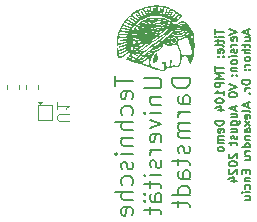
<source format=gbr>
%TF.GenerationSoftware,KiCad,Pcbnew,8.0.4*%
%TF.CreationDate,2024-08-13T13:30:06+02:00*%
%TF.ProjectId,TMP104_Development board,544d5031-3034-45f4-9465-76656c6f706d,rev?*%
%TF.SameCoordinates,Original*%
%TF.FileFunction,Legend,Bot*%
%TF.FilePolarity,Positive*%
%FSLAX46Y46*%
G04 Gerber Fmt 4.6, Leading zero omitted, Abs format (unit mm)*
G04 Created by KiCad (PCBNEW 8.0.4) date 2024-08-13 13:30:06*
%MOMM*%
%LPD*%
G01*
G04 APERTURE LIST*
%ADD10C,0.000000*%
%ADD11C,0.140000*%
%ADD12C,0.150000*%
%ADD13C,0.100000*%
%ADD14C,0.120000*%
G04 APERTURE END LIST*
D10*
G36*
X130951501Y-98736281D02*
G01*
X130954626Y-98736507D01*
X130957608Y-98736931D01*
X130960443Y-98737549D01*
X130963127Y-98738358D01*
X130965658Y-98739354D01*
X130968032Y-98740535D01*
X130970246Y-98741896D01*
X130972296Y-98743435D01*
X130974178Y-98745147D01*
X130975890Y-98747030D01*
X130977429Y-98749081D01*
X130978790Y-98751295D01*
X130979970Y-98753669D01*
X130980966Y-98756200D01*
X130981775Y-98758885D01*
X130982392Y-98761720D01*
X130982816Y-98764702D01*
X130983042Y-98767827D01*
X130983067Y-98771093D01*
X130982887Y-98774495D01*
X130982500Y-98778030D01*
X130981902Y-98781695D01*
X130981089Y-98785486D01*
X130980058Y-98789401D01*
X130978806Y-98793435D01*
X130977387Y-98797497D01*
X130975861Y-98801495D01*
X130972512Y-98809278D01*
X130968794Y-98816747D01*
X130964748Y-98823863D01*
X130960410Y-98830588D01*
X130955820Y-98836883D01*
X130951014Y-98842712D01*
X130946032Y-98848035D01*
X130943487Y-98850496D01*
X130940911Y-98852815D01*
X130938311Y-98854989D01*
X130935690Y-98857013D01*
X130933054Y-98858882D01*
X130930407Y-98860591D01*
X130927754Y-98862136D01*
X130925100Y-98863512D01*
X130922449Y-98864713D01*
X130919806Y-98865736D01*
X130917177Y-98866575D01*
X130914565Y-98867226D01*
X130911976Y-98867683D01*
X130909414Y-98867943D01*
X130906885Y-98868000D01*
X130904392Y-98867850D01*
X130897253Y-98866846D01*
X130890663Y-98865384D01*
X130884617Y-98863492D01*
X130879111Y-98861195D01*
X130874140Y-98858521D01*
X130869700Y-98855496D01*
X130865786Y-98852147D01*
X130862394Y-98848500D01*
X130859519Y-98844581D01*
X130857157Y-98840417D01*
X130855304Y-98836035D01*
X130853954Y-98831460D01*
X130853104Y-98826721D01*
X130852749Y-98821842D01*
X130852884Y-98816851D01*
X130853506Y-98811775D01*
X130854608Y-98806639D01*
X130856188Y-98801470D01*
X130858241Y-98796295D01*
X130860762Y-98791140D01*
X130863746Y-98786032D01*
X130867189Y-98780998D01*
X130871087Y-98776063D01*
X130875436Y-98771254D01*
X130880230Y-98766599D01*
X130885465Y-98762122D01*
X130891137Y-98757852D01*
X130897241Y-98753814D01*
X130903773Y-98750035D01*
X130910729Y-98746542D01*
X130918103Y-98743360D01*
X130925892Y-98740517D01*
X130929927Y-98739265D01*
X130933841Y-98738234D01*
X130937633Y-98737421D01*
X130941298Y-98736822D01*
X130944834Y-98736435D01*
X130948236Y-98736256D01*
X130951501Y-98736281D01*
G37*
G36*
X133854045Y-97546894D02*
G01*
X133867122Y-97548056D01*
X133880225Y-97549866D01*
X133893321Y-97552339D01*
X133906375Y-97555491D01*
X133919353Y-97559336D01*
X133932220Y-97563889D01*
X133932129Y-97563889D01*
X133943850Y-97569106D01*
X133954812Y-97575425D01*
X133965014Y-97582774D01*
X133974456Y-97591079D01*
X133983140Y-97600266D01*
X133991065Y-97610262D01*
X133998231Y-97620993D01*
X134004639Y-97632386D01*
X134010288Y-97644367D01*
X134015179Y-97656863D01*
X134019313Y-97669801D01*
X134022688Y-97683106D01*
X134025306Y-97696706D01*
X134027167Y-97710526D01*
X134028271Y-97724494D01*
X134028617Y-97738535D01*
X134028207Y-97752577D01*
X134027041Y-97766546D01*
X134025118Y-97780367D01*
X134022438Y-97793969D01*
X134019003Y-97807276D01*
X134014812Y-97820217D01*
X134009866Y-97832716D01*
X134004164Y-97844702D01*
X133997707Y-97856099D01*
X133990495Y-97866836D01*
X133982528Y-97876837D01*
X133973806Y-97886030D01*
X133964330Y-97894341D01*
X133954100Y-97901697D01*
X133943116Y-97908024D01*
X133931377Y-97913249D01*
X133920110Y-97916996D01*
X133908535Y-97919740D01*
X133896695Y-97921515D01*
X133884634Y-97922351D01*
X133872396Y-97922282D01*
X133860025Y-97921338D01*
X133847564Y-97919553D01*
X133835056Y-97916958D01*
X133833000Y-97916403D01*
X133822547Y-97913585D01*
X133810078Y-97909467D01*
X133797694Y-97904635D01*
X133785439Y-97899121D01*
X133773356Y-97892958D01*
X133761488Y-97886178D01*
X133749881Y-97878813D01*
X133738576Y-97870895D01*
X133727618Y-97862456D01*
X133717051Y-97853527D01*
X133706918Y-97844142D01*
X133697262Y-97834332D01*
X133688129Y-97824130D01*
X133679560Y-97813566D01*
X133671600Y-97802675D01*
X133664293Y-97791486D01*
X133657681Y-97780034D01*
X133651810Y-97768349D01*
X133646722Y-97756464D01*
X133642462Y-97744411D01*
X133640792Y-97738408D01*
X133766853Y-97738408D01*
X133766940Y-97741799D01*
X133767196Y-97745146D01*
X133767619Y-97748447D01*
X133768203Y-97751696D01*
X133768945Y-97754889D01*
X133769840Y-97758022D01*
X133770884Y-97761092D01*
X133772073Y-97764092D01*
X133773402Y-97767020D01*
X133774867Y-97769871D01*
X133776465Y-97772641D01*
X133778190Y-97775326D01*
X133780039Y-97777920D01*
X133782007Y-97780421D01*
X133784090Y-97782824D01*
X133786284Y-97785125D01*
X133788585Y-97787319D01*
X133790987Y-97789402D01*
X133793488Y-97791370D01*
X133796083Y-97793218D01*
X133798768Y-97794944D01*
X133801538Y-97796541D01*
X133804389Y-97798006D01*
X133807317Y-97799336D01*
X133810317Y-97800524D01*
X133813386Y-97801568D01*
X133816519Y-97802463D01*
X133819713Y-97803205D01*
X133822962Y-97803789D01*
X133826262Y-97804212D01*
X133829610Y-97804468D01*
X133833000Y-97804555D01*
X133836391Y-97804468D01*
X133839738Y-97804212D01*
X133843039Y-97803789D01*
X133846288Y-97803205D01*
X133849481Y-97802463D01*
X133852614Y-97801568D01*
X133855683Y-97800524D01*
X133858684Y-97799336D01*
X133861612Y-97798006D01*
X133864463Y-97796541D01*
X133867233Y-97794944D01*
X133869917Y-97793218D01*
X133872512Y-97791370D01*
X133875013Y-97789402D01*
X133877416Y-97787319D01*
X133879716Y-97785125D01*
X133881910Y-97782824D01*
X133883993Y-97780421D01*
X133885962Y-97777920D01*
X133887810Y-97775326D01*
X133889536Y-97772641D01*
X133891133Y-97769871D01*
X133892598Y-97767020D01*
X133893928Y-97764092D01*
X133895116Y-97761092D01*
X133896160Y-97758022D01*
X133897055Y-97754889D01*
X133897797Y-97751696D01*
X133898381Y-97748447D01*
X133898804Y-97745146D01*
X133899061Y-97741799D01*
X133899147Y-97738408D01*
X133899061Y-97735017D01*
X133898804Y-97731670D01*
X133898381Y-97728369D01*
X133897797Y-97725120D01*
X133897055Y-97721927D01*
X133896160Y-97718794D01*
X133895116Y-97715725D01*
X133893928Y-97712725D01*
X133892598Y-97709797D01*
X133891133Y-97706946D01*
X133889536Y-97704176D01*
X133887810Y-97701492D01*
X133885962Y-97698897D01*
X133883993Y-97696396D01*
X133881910Y-97693993D01*
X133879716Y-97691693D01*
X133877416Y-97689499D01*
X133875013Y-97687416D01*
X133872512Y-97685448D01*
X133869917Y-97683599D01*
X133867233Y-97681874D01*
X133864463Y-97680276D01*
X133861612Y-97678811D01*
X133858684Y-97677482D01*
X133855683Y-97676293D01*
X133852614Y-97675249D01*
X133849481Y-97674355D01*
X133846288Y-97673613D01*
X133843039Y-97673029D01*
X133839738Y-97672606D01*
X133836391Y-97672349D01*
X133833000Y-97672263D01*
X133829610Y-97672349D01*
X133826262Y-97672606D01*
X133822962Y-97673029D01*
X133819713Y-97673613D01*
X133816519Y-97674355D01*
X133813386Y-97675249D01*
X133810317Y-97676293D01*
X133807317Y-97677482D01*
X133804389Y-97678811D01*
X133801538Y-97680276D01*
X133798768Y-97681874D01*
X133796083Y-97683599D01*
X133793488Y-97685448D01*
X133790987Y-97687416D01*
X133788585Y-97689499D01*
X133786284Y-97691693D01*
X133784090Y-97693993D01*
X133782007Y-97696396D01*
X133780039Y-97698897D01*
X133778190Y-97701492D01*
X133776465Y-97704176D01*
X133774867Y-97706946D01*
X133773402Y-97709797D01*
X133772073Y-97712725D01*
X133770884Y-97715725D01*
X133769840Y-97718794D01*
X133768945Y-97721927D01*
X133768203Y-97725120D01*
X133767619Y-97728369D01*
X133767196Y-97731670D01*
X133766940Y-97735017D01*
X133766853Y-97738408D01*
X133640792Y-97738408D01*
X133639072Y-97732222D01*
X133636596Y-97719928D01*
X133635079Y-97707563D01*
X133634563Y-97695159D01*
X133635030Y-97684725D01*
X133636406Y-97674550D01*
X133638658Y-97664648D01*
X133641753Y-97655035D01*
X133645655Y-97645725D01*
X133650331Y-97636734D01*
X133655748Y-97628077D01*
X133661870Y-97619768D01*
X133668664Y-97611822D01*
X133676097Y-97604255D01*
X133684133Y-97597082D01*
X133692739Y-97590317D01*
X133701882Y-97583975D01*
X133711526Y-97578072D01*
X133721639Y-97572623D01*
X133732185Y-97567641D01*
X133743132Y-97563144D01*
X133754445Y-97559145D01*
X133778032Y-97552702D01*
X133802676Y-97548432D01*
X133815309Y-97547150D01*
X133828104Y-97546456D01*
X133841027Y-97546366D01*
X133854045Y-97546894D01*
G37*
G36*
X130727538Y-98929119D02*
G01*
X130730886Y-98929375D01*
X130734186Y-98929798D01*
X130737435Y-98930382D01*
X130740628Y-98931124D01*
X130743762Y-98932019D01*
X130746831Y-98933063D01*
X130749831Y-98934251D01*
X130752759Y-98935581D01*
X130755610Y-98937046D01*
X130758380Y-98938644D01*
X130761065Y-98940369D01*
X130763660Y-98942218D01*
X130766161Y-98944186D01*
X130768563Y-98946269D01*
X130770864Y-98948463D01*
X130773058Y-98950763D01*
X130775141Y-98953166D01*
X130777109Y-98955667D01*
X130778958Y-98958262D01*
X130780683Y-98960946D01*
X130782281Y-98963716D01*
X130783746Y-98966567D01*
X130785075Y-98969495D01*
X130786264Y-98972496D01*
X130787308Y-98975565D01*
X130788203Y-98978698D01*
X130788945Y-98981891D01*
X130789529Y-98985140D01*
X130789951Y-98988441D01*
X130790208Y-98991788D01*
X130790295Y-98995179D01*
X130790208Y-98998570D01*
X130789951Y-99001917D01*
X130789529Y-99005217D01*
X130788945Y-99008466D01*
X130788203Y-99011659D01*
X130787308Y-99014793D01*
X130786264Y-99017862D01*
X130785075Y-99020862D01*
X130783746Y-99023790D01*
X130782281Y-99026641D01*
X130780683Y-99029411D01*
X130778958Y-99032095D01*
X130777109Y-99034690D01*
X130775141Y-99037191D01*
X130773058Y-99039594D01*
X130770864Y-99041894D01*
X130768563Y-99044088D01*
X130766161Y-99046171D01*
X130763660Y-99048139D01*
X130761065Y-99049988D01*
X130758380Y-99051713D01*
X130755610Y-99053310D01*
X130752759Y-99054776D01*
X130749831Y-99056105D01*
X130746831Y-99057293D01*
X130743762Y-99058337D01*
X130740628Y-99059232D01*
X130737435Y-99059974D01*
X130734186Y-99060558D01*
X130730886Y-99060981D01*
X130727538Y-99061237D01*
X130724148Y-99061324D01*
X130720757Y-99061237D01*
X130717410Y-99060981D01*
X130714109Y-99060558D01*
X130710860Y-99059974D01*
X130707667Y-99059232D01*
X130704534Y-99058337D01*
X130701465Y-99057293D01*
X130698464Y-99056105D01*
X130695536Y-99054776D01*
X130692685Y-99053310D01*
X130689915Y-99051713D01*
X130687231Y-99049988D01*
X130684636Y-99048139D01*
X130682135Y-99046171D01*
X130679732Y-99044088D01*
X130677432Y-99041894D01*
X130675238Y-99039594D01*
X130673154Y-99037191D01*
X130671186Y-99034690D01*
X130669338Y-99032095D01*
X130667612Y-99029411D01*
X130666015Y-99026641D01*
X130664550Y-99023790D01*
X130663220Y-99020862D01*
X130662032Y-99017862D01*
X130660988Y-99014793D01*
X130660093Y-99011659D01*
X130659351Y-99008466D01*
X130658767Y-99005217D01*
X130658344Y-99001917D01*
X130658087Y-98998570D01*
X130658001Y-98995179D01*
X130658087Y-98991788D01*
X130658344Y-98988441D01*
X130658767Y-98985141D01*
X130659351Y-98981892D01*
X130660093Y-98978699D01*
X130660988Y-98975566D01*
X130662032Y-98972497D01*
X130663220Y-98969496D01*
X130664550Y-98966568D01*
X130666015Y-98963717D01*
X130667612Y-98960947D01*
X130669338Y-98958263D01*
X130671186Y-98955668D01*
X130673154Y-98953167D01*
X130675238Y-98950764D01*
X130677432Y-98948463D01*
X130679732Y-98946269D01*
X130682135Y-98944186D01*
X130684636Y-98942218D01*
X130687231Y-98940369D01*
X130689915Y-98938644D01*
X130692685Y-98937046D01*
X130695536Y-98935581D01*
X130698464Y-98934252D01*
X130701465Y-98933063D01*
X130704534Y-98932019D01*
X130707667Y-98931124D01*
X130710860Y-98930382D01*
X130714109Y-98929798D01*
X130717410Y-98929375D01*
X130720757Y-98929119D01*
X130724148Y-98929032D01*
X130727538Y-98929119D01*
G37*
G36*
X132549082Y-94766615D02*
G01*
X132691273Y-94777246D01*
X132832501Y-94794097D01*
X132972518Y-94817176D01*
X133111078Y-94846493D01*
X133247933Y-94882054D01*
X133382837Y-94923870D01*
X133515542Y-94971947D01*
X133645801Y-95026295D01*
X133773368Y-95086922D01*
X133897996Y-95153836D01*
X134019437Y-95227046D01*
X134137444Y-95306560D01*
X134251771Y-95392387D01*
X134362171Y-95484534D01*
X134593681Y-95688176D01*
X134298183Y-95950267D01*
X134257853Y-95985525D01*
X134219949Y-96017564D01*
X134184308Y-96046466D01*
X134150763Y-96072314D01*
X134119151Y-96095192D01*
X134089305Y-96115181D01*
X134061061Y-96132365D01*
X134034254Y-96146826D01*
X134021337Y-96153062D01*
X134008718Y-96158648D01*
X133996375Y-96163596D01*
X133984288Y-96167914D01*
X133972437Y-96171614D01*
X133960800Y-96174706D01*
X133951373Y-96176761D01*
X133949357Y-96177201D01*
X133938088Y-96179108D01*
X133926971Y-96180438D01*
X133915987Y-96181201D01*
X133905114Y-96181408D01*
X133894332Y-96181070D01*
X133883620Y-96180196D01*
X133872958Y-96178796D01*
X133862325Y-96176882D01*
X133851700Y-96174464D01*
X133817045Y-96166470D01*
X133787146Y-96161040D01*
X133773978Y-96159268D01*
X133761997Y-96158116D01*
X133752941Y-96157662D01*
X133751202Y-96157575D01*
X133741593Y-96157638D01*
X133733168Y-96158299D01*
X133725928Y-96159550D01*
X133719871Y-96161384D01*
X133714997Y-96163793D01*
X133711306Y-96166770D01*
X133708796Y-96170308D01*
X133707467Y-96174399D01*
X133707318Y-96179037D01*
X133708349Y-96184214D01*
X133710559Y-96189923D01*
X133713947Y-96196156D01*
X133718513Y-96202906D01*
X133724256Y-96210167D01*
X133731175Y-96217929D01*
X133739270Y-96226188D01*
X133748540Y-96234934D01*
X133770603Y-96253861D01*
X133797359Y-96274654D01*
X133828801Y-96297253D01*
X133864925Y-96321601D01*
X133892721Y-96339582D01*
X133917717Y-96355006D01*
X133940377Y-96367794D01*
X133950976Y-96373173D01*
X133961165Y-96377862D01*
X133971003Y-96381851D01*
X133980547Y-96385130D01*
X133989856Y-96387689D01*
X133998987Y-96389516D01*
X134007999Y-96390604D01*
X134016950Y-96390940D01*
X134025898Y-96390515D01*
X134034900Y-96389318D01*
X134044016Y-96387341D01*
X134053302Y-96384571D01*
X134062818Y-96381000D01*
X134072621Y-96376617D01*
X134082769Y-96371411D01*
X134093321Y-96365374D01*
X134104334Y-96358493D01*
X134115867Y-96350760D01*
X134140723Y-96332695D01*
X134168355Y-96311098D01*
X134199227Y-96285886D01*
X134233803Y-96256978D01*
X134255357Y-96239435D01*
X134277691Y-96222384D01*
X134300630Y-96205913D01*
X134323999Y-96190111D01*
X134347623Y-96175065D01*
X134371328Y-96160864D01*
X134394940Y-96147597D01*
X134418283Y-96135352D01*
X134441184Y-96124216D01*
X134463467Y-96114279D01*
X134484958Y-96105628D01*
X134505482Y-96098352D01*
X134524864Y-96092539D01*
X134542931Y-96088278D01*
X134559507Y-96085657D01*
X134574417Y-96084763D01*
X134607885Y-96086084D01*
X134641553Y-96090011D01*
X134675376Y-96096494D01*
X134709311Y-96105484D01*
X134743313Y-96116930D01*
X134777339Y-96130780D01*
X134845281Y-96165495D01*
X134912786Y-96209226D01*
X134979498Y-96261570D01*
X135045066Y-96322122D01*
X135109135Y-96390480D01*
X135171352Y-96466239D01*
X135231364Y-96548998D01*
X135288816Y-96638351D01*
X135343355Y-96733897D01*
X135394629Y-96835231D01*
X135442283Y-96941949D01*
X135485964Y-97053650D01*
X135525318Y-97169928D01*
X135525318Y-97169923D01*
X135543005Y-97238235D01*
X135558741Y-97322555D01*
X135572491Y-97420702D01*
X135584219Y-97530498D01*
X135601467Y-97776309D01*
X135610205Y-98042545D01*
X135610148Y-98311764D01*
X135601014Y-98566523D01*
X135592955Y-98683029D01*
X135582521Y-98789379D01*
X135569677Y-98883393D01*
X135554386Y-98962889D01*
X135539837Y-99021537D01*
X135536293Y-99034423D01*
X135521950Y-99086573D01*
X135501426Y-99155836D01*
X135478995Y-99227071D01*
X135478965Y-99227166D01*
X135455265Y-99298400D01*
X135431028Y-99367376D01*
X135406953Y-99431933D01*
X135383739Y-99489909D01*
X135365211Y-99533994D01*
X135348661Y-99572515D01*
X135333827Y-99605640D01*
X135326973Y-99620231D01*
X135320449Y-99633536D01*
X135320126Y-99634159D01*
X135314223Y-99645576D01*
X135308262Y-99656371D01*
X135302534Y-99665943D01*
X135297006Y-99674313D01*
X135291646Y-99681501D01*
X135286419Y-99687528D01*
X135281294Y-99692416D01*
X135276238Y-99696184D01*
X135271219Y-99698855D01*
X135268825Y-99699744D01*
X135268712Y-99699786D01*
X135266202Y-99700449D01*
X135263685Y-99700849D01*
X135261157Y-99700988D01*
X135258613Y-99700867D01*
X135256049Y-99700491D01*
X135250846Y-99698980D01*
X135245516Y-99696475D01*
X135240025Y-99692999D01*
X135234341Y-99688571D01*
X135228432Y-99683213D01*
X135222264Y-99676945D01*
X135215804Y-99669789D01*
X135209021Y-99661765D01*
X135194350Y-99643199D01*
X135177990Y-99621413D01*
X135167969Y-99607182D01*
X135157837Y-99591441D01*
X135147666Y-99574352D01*
X135137522Y-99556079D01*
X135127477Y-99536783D01*
X135117598Y-99516629D01*
X135107955Y-99495778D01*
X135098617Y-99474395D01*
X135081133Y-99430679D01*
X135073125Y-99408674D01*
X135065699Y-99386787D01*
X135058924Y-99365181D01*
X135052868Y-99344020D01*
X135047602Y-99323465D01*
X135043194Y-99303681D01*
X135034329Y-99265710D01*
X135023932Y-99231198D01*
X135018134Y-99215224D01*
X135011924Y-99200097D01*
X135005291Y-99185811D01*
X134998226Y-99172361D01*
X134990718Y-99159741D01*
X134982759Y-99147944D01*
X134974337Y-99136966D01*
X134965444Y-99126799D01*
X134956069Y-99117440D01*
X134946203Y-99108880D01*
X134935835Y-99101116D01*
X134924957Y-99094140D01*
X134913557Y-99087948D01*
X134901627Y-99082533D01*
X134889155Y-99077890D01*
X134876134Y-99074012D01*
X134862552Y-99070894D01*
X134848399Y-99068530D01*
X134833667Y-99066915D01*
X134818345Y-99066042D01*
X134802423Y-99065906D01*
X134785891Y-99066501D01*
X134768740Y-99067820D01*
X134750959Y-99069859D01*
X134713471Y-99076072D01*
X134673347Y-99085091D01*
X134651982Y-99091072D01*
X134632477Y-99097907D01*
X134614742Y-99105741D01*
X134598691Y-99114721D01*
X134591270Y-99119687D01*
X134585765Y-99123841D01*
X134584237Y-99124994D01*
X134577580Y-99130661D01*
X134571290Y-99136707D01*
X134565355Y-99143148D01*
X134559765Y-99150004D01*
X134554507Y-99157294D01*
X134549572Y-99165034D01*
X134540625Y-99181942D01*
X134532835Y-99200875D01*
X134526115Y-99221979D01*
X134520377Y-99245401D01*
X134515533Y-99271286D01*
X134511497Y-99299782D01*
X134508179Y-99331035D01*
X134505493Y-99365191D01*
X134501825Y-99409639D01*
X134496912Y-99452866D01*
X134490790Y-99494832D01*
X134483496Y-99535496D01*
X134475068Y-99574817D01*
X134465540Y-99612755D01*
X134454950Y-99649269D01*
X134443335Y-99684318D01*
X134430731Y-99717862D01*
X134417175Y-99749859D01*
X134402703Y-99780270D01*
X134387352Y-99809053D01*
X134371158Y-99836168D01*
X134354159Y-99861575D01*
X134336390Y-99885231D01*
X134317889Y-99907098D01*
X134298692Y-99927133D01*
X134278835Y-99945297D01*
X134258355Y-99961549D01*
X134237290Y-99975848D01*
X134215674Y-99988153D01*
X134193546Y-99998424D01*
X134170941Y-100006620D01*
X134147896Y-100012700D01*
X134124448Y-100016624D01*
X134100633Y-100018351D01*
X134076488Y-100017840D01*
X134052050Y-100015051D01*
X134027355Y-100009942D01*
X134002440Y-100002474D01*
X133977341Y-99992606D01*
X133952095Y-99980296D01*
X133933636Y-99970742D01*
X133924870Y-99966464D01*
X133916402Y-99962519D01*
X133908224Y-99958907D01*
X133900326Y-99955629D01*
X133892702Y-99952685D01*
X133885341Y-99950076D01*
X133878236Y-99947802D01*
X133871378Y-99945863D01*
X133864760Y-99944259D01*
X133858371Y-99942992D01*
X133852204Y-99942061D01*
X133846251Y-99941467D01*
X133840503Y-99941211D01*
X133834951Y-99941292D01*
X133829588Y-99941711D01*
X133824404Y-99942468D01*
X133819391Y-99943564D01*
X133814542Y-99944999D01*
X133809846Y-99946774D01*
X133805296Y-99948889D01*
X133800884Y-99951345D01*
X133796601Y-99954141D01*
X133792438Y-99957278D01*
X133788388Y-99960756D01*
X133784441Y-99964577D01*
X133780589Y-99968740D01*
X133776824Y-99973245D01*
X133773137Y-99978094D01*
X133769520Y-99983286D01*
X133765964Y-99988822D01*
X133759437Y-99997136D01*
X133750322Y-100005290D01*
X133738786Y-100013238D01*
X133724994Y-100020935D01*
X133709111Y-100028335D01*
X133691302Y-100035394D01*
X133671732Y-100042065D01*
X133650567Y-100048304D01*
X133627972Y-100054065D01*
X133604112Y-100059304D01*
X133579153Y-100063974D01*
X133553259Y-100068030D01*
X133526596Y-100071427D01*
X133499329Y-100074120D01*
X133471624Y-100076064D01*
X133443645Y-100077212D01*
X133414874Y-100078340D01*
X133387151Y-100080166D01*
X133360588Y-100082656D01*
X133335297Y-100085777D01*
X133311390Y-100089494D01*
X133288976Y-100093774D01*
X133268169Y-100098582D01*
X133258402Y-100101174D01*
X133249078Y-100103886D01*
X133240212Y-100106712D01*
X133231817Y-100109650D01*
X133223906Y-100112694D01*
X133216495Y-100115840D01*
X133209597Y-100119085D01*
X133203225Y-100122424D01*
X133197394Y-100125853D01*
X133192118Y-100129367D01*
X133187410Y-100132963D01*
X133183285Y-100136636D01*
X133179757Y-100140381D01*
X133176838Y-100144195D01*
X133174544Y-100148073D01*
X133172888Y-100152012D01*
X133171885Y-100156006D01*
X133171547Y-100160052D01*
X133171429Y-100164030D01*
X133171081Y-100168150D01*
X133169714Y-100176780D01*
X133167491Y-100185864D01*
X133164459Y-100195327D01*
X133160664Y-100205090D01*
X133156152Y-100215077D01*
X133150969Y-100225210D01*
X133145161Y-100235414D01*
X133138774Y-100245609D01*
X133131854Y-100255721D01*
X133124447Y-100265671D01*
X133116600Y-100275382D01*
X133108357Y-100284778D01*
X133099766Y-100293781D01*
X133090873Y-100302315D01*
X133081722Y-100310302D01*
X133066326Y-100319510D01*
X133045560Y-100325675D01*
X133018916Y-100328675D01*
X132985890Y-100328384D01*
X132985603Y-100328357D01*
X132945975Y-100324679D01*
X132898667Y-100317437D01*
X132779844Y-100291847D01*
X132625375Y-100250623D01*
X132431215Y-100192776D01*
X132193317Y-100117317D01*
X131907635Y-100023257D01*
X131734928Y-99966384D01*
X131446186Y-99871300D01*
X131067688Y-99749455D01*
X130991290Y-99724861D01*
X130688411Y-99629815D01*
X131116112Y-99629815D01*
X131452099Y-99737260D01*
X131508678Y-99755275D01*
X131558440Y-99770858D01*
X131601760Y-99783995D01*
X131639016Y-99794671D01*
X131655487Y-99799080D01*
X131670584Y-99802869D01*
X131684353Y-99806034D01*
X131696841Y-99808575D01*
X131708095Y-99810488D01*
X131718163Y-99811773D01*
X131727092Y-99812427D01*
X131734928Y-99812449D01*
X131741718Y-99811836D01*
X131747511Y-99810586D01*
X131750047Y-99809722D01*
X131752352Y-99808699D01*
X131754431Y-99807515D01*
X131756289Y-99806171D01*
X131757934Y-99804666D01*
X131759370Y-99803001D01*
X131760603Y-99801175D01*
X131761640Y-99799187D01*
X131763148Y-99794727D01*
X131763939Y-99789620D01*
X131764063Y-99783862D01*
X131763564Y-99777453D01*
X131762491Y-99770391D01*
X131760891Y-99762673D01*
X131758810Y-99754298D01*
X131756296Y-99745263D01*
X131750156Y-99725209D01*
X131750156Y-99725201D01*
X131746627Y-99711530D01*
X131743851Y-99695303D01*
X131741815Y-99676730D01*
X131740506Y-99656019D01*
X131739910Y-99633380D01*
X131740013Y-99609023D01*
X131740954Y-99586859D01*
X131858463Y-99586859D01*
X131858684Y-99641103D01*
X131860699Y-99666118D01*
X131864078Y-99689849D01*
X131868895Y-99712387D01*
X131875221Y-99733822D01*
X131883128Y-99754243D01*
X131892688Y-99773743D01*
X131903973Y-99792410D01*
X131917055Y-99810336D01*
X131932006Y-99827611D01*
X131948898Y-99844324D01*
X131967803Y-99860568D01*
X131988793Y-99876431D01*
X132011940Y-99892005D01*
X132037317Y-99907379D01*
X132095044Y-99937892D01*
X132162551Y-99968692D01*
X132240413Y-100000502D01*
X132329207Y-100034047D01*
X132429508Y-100070048D01*
X132632954Y-100140676D01*
X132724274Y-100171567D01*
X132805617Y-100198515D01*
X132874703Y-100220773D01*
X132929250Y-100237595D01*
X132966977Y-100248235D01*
X132978820Y-100251004D01*
X132985603Y-100251948D01*
X132987701Y-100251560D01*
X132989834Y-100250407D01*
X132994185Y-100245886D01*
X132998626Y-100238537D01*
X133003123Y-100228513D01*
X133007644Y-100215965D01*
X133012155Y-100201046D01*
X133021018Y-100164704D01*
X133029451Y-100120704D01*
X133037192Y-100070267D01*
X133043979Y-100014608D01*
X133049549Y-99954947D01*
X133053012Y-99909053D01*
X133055630Y-99868199D01*
X133057319Y-99832152D01*
X133057790Y-99815859D01*
X133057997Y-99800679D01*
X133057931Y-99786585D01*
X133057580Y-99773546D01*
X133056935Y-99761535D01*
X133055986Y-99750521D01*
X133054721Y-99740475D01*
X133053131Y-99731369D01*
X133051204Y-99723173D01*
X133048932Y-99715857D01*
X133046302Y-99709394D01*
X133043306Y-99703753D01*
X133039932Y-99698905D01*
X133036170Y-99694822D01*
X133032010Y-99691474D01*
X133027441Y-99688832D01*
X133022453Y-99686867D01*
X133017036Y-99685549D01*
X133011179Y-99684850D01*
X133004872Y-99684740D01*
X132998104Y-99685191D01*
X132990865Y-99686172D01*
X132983145Y-99687655D01*
X132974933Y-99689610D01*
X132966219Y-99692010D01*
X132956993Y-99694823D01*
X132944132Y-99698548D01*
X132932011Y-99701354D01*
X132920636Y-99703282D01*
X132910011Y-99704374D01*
X132900143Y-99704674D01*
X132891037Y-99704221D01*
X132882699Y-99703060D01*
X132875134Y-99701231D01*
X132868348Y-99698777D01*
X132862347Y-99695740D01*
X132857136Y-99692162D01*
X132852720Y-99688086D01*
X132849105Y-99683552D01*
X132846297Y-99678603D01*
X132844301Y-99673282D01*
X132843123Y-99667631D01*
X132842768Y-99661690D01*
X132843243Y-99655504D01*
X132844552Y-99649113D01*
X132846701Y-99642559D01*
X132849695Y-99635885D01*
X132853541Y-99629133D01*
X132858244Y-99622345D01*
X132863809Y-99615563D01*
X132870243Y-99608829D01*
X132877549Y-99602186D01*
X132885735Y-99595674D01*
X132894805Y-99589337D01*
X132904766Y-99583215D01*
X132915622Y-99577353D01*
X132927380Y-99571791D01*
X132940044Y-99566571D01*
X132956167Y-99560790D01*
X132971992Y-99555918D01*
X132987498Y-99551940D01*
X133002662Y-99548840D01*
X133017462Y-99546601D01*
X133031878Y-99545208D01*
X133045885Y-99544645D01*
X133059464Y-99544897D01*
X133072590Y-99545946D01*
X133085243Y-99547777D01*
X133097401Y-99550375D01*
X133109041Y-99553724D01*
X133120141Y-99557807D01*
X133130680Y-99562608D01*
X133140635Y-99568112D01*
X133149984Y-99574303D01*
X133158706Y-99581165D01*
X133166778Y-99588682D01*
X133174178Y-99596838D01*
X133180885Y-99605617D01*
X133186876Y-99615003D01*
X133192129Y-99624981D01*
X133196622Y-99635535D01*
X133200333Y-99646648D01*
X133203241Y-99658304D01*
X133205323Y-99670488D01*
X133206557Y-99683185D01*
X133206921Y-99696377D01*
X133206393Y-99710049D01*
X133204951Y-99724185D01*
X133202573Y-99738770D01*
X133199238Y-99753787D01*
X133196923Y-99763456D01*
X133194899Y-99772857D01*
X133193169Y-99781993D01*
X133191734Y-99790868D01*
X133190595Y-99799485D01*
X133189754Y-99807848D01*
X133189211Y-99815960D01*
X133188969Y-99823825D01*
X133189029Y-99831447D01*
X133189391Y-99838828D01*
X133190059Y-99845972D01*
X133191032Y-99852883D01*
X133192313Y-99859564D01*
X133193903Y-99866019D01*
X133195802Y-99872251D01*
X133198014Y-99878264D01*
X133200538Y-99884061D01*
X133203377Y-99889645D01*
X133206531Y-99895021D01*
X133210003Y-99900192D01*
X133213793Y-99905161D01*
X133217903Y-99909931D01*
X133222335Y-99914507D01*
X133227089Y-99918891D01*
X133232168Y-99923088D01*
X133237572Y-99927100D01*
X133243303Y-99930931D01*
X133249363Y-99934585D01*
X133255752Y-99938065D01*
X133262473Y-99941375D01*
X133269526Y-99944518D01*
X133276913Y-99947497D01*
X133305749Y-99957206D01*
X133319374Y-99960722D01*
X133332480Y-99963334D01*
X133345072Y-99965035D01*
X133357157Y-99965815D01*
X133368742Y-99965667D01*
X133379832Y-99964581D01*
X133390435Y-99962549D01*
X133400557Y-99959562D01*
X133410204Y-99955613D01*
X133419382Y-99950692D01*
X133428099Y-99944792D01*
X133436361Y-99937903D01*
X133444174Y-99930017D01*
X133451544Y-99921126D01*
X133458479Y-99911221D01*
X133464984Y-99900294D01*
X133471066Y-99888336D01*
X133476731Y-99875339D01*
X133486838Y-99846193D01*
X133495357Y-99812787D01*
X133502338Y-99775055D01*
X133507834Y-99732927D01*
X133511896Y-99686337D01*
X133514576Y-99635216D01*
X133515213Y-99620779D01*
X133516021Y-99606750D01*
X133517000Y-99593132D01*
X133518148Y-99579930D01*
X133519463Y-99567146D01*
X133520945Y-99554784D01*
X133522591Y-99542847D01*
X133524401Y-99531338D01*
X133526374Y-99520261D01*
X133528507Y-99509618D01*
X133530800Y-99499413D01*
X133533251Y-99489649D01*
X133535859Y-99480330D01*
X133538623Y-99471458D01*
X133541542Y-99463038D01*
X133544613Y-99455072D01*
X133547836Y-99447563D01*
X133551209Y-99440515D01*
X133554731Y-99433931D01*
X133558401Y-99427815D01*
X133562218Y-99422169D01*
X133566179Y-99416997D01*
X133570284Y-99412302D01*
X133574532Y-99408087D01*
X133578921Y-99404356D01*
X133583449Y-99401112D01*
X133588116Y-99398358D01*
X133592920Y-99396097D01*
X133597859Y-99394333D01*
X133602933Y-99393069D01*
X133608141Y-99392309D01*
X133613480Y-99392054D01*
X133628092Y-99393630D01*
X133634630Y-99395611D01*
X133640656Y-99398396D01*
X133646170Y-99401993D01*
X133651170Y-99406409D01*
X133655658Y-99411651D01*
X133659633Y-99417726D01*
X133666042Y-99432404D01*
X133670395Y-99450502D01*
X133672692Y-99472074D01*
X133672931Y-99497180D01*
X133671109Y-99525876D01*
X133667225Y-99558219D01*
X133661278Y-99594267D01*
X133653265Y-99634076D01*
X133643186Y-99677704D01*
X133631038Y-99725208D01*
X133616819Y-99776645D01*
X133600529Y-99832072D01*
X133597155Y-99844196D01*
X133594522Y-99855683D01*
X133592607Y-99866526D01*
X133591384Y-99876719D01*
X133590829Y-99886255D01*
X133590918Y-99895127D01*
X133591627Y-99903328D01*
X133592930Y-99910852D01*
X133594804Y-99917691D01*
X133597224Y-99923840D01*
X133600167Y-99929290D01*
X133603606Y-99934036D01*
X133607519Y-99938071D01*
X133611881Y-99941388D01*
X133616667Y-99943980D01*
X133621853Y-99945840D01*
X133627414Y-99946962D01*
X133633327Y-99947338D01*
X133639567Y-99946963D01*
X133646109Y-99945829D01*
X133652929Y-99943930D01*
X133660003Y-99941258D01*
X133667306Y-99937808D01*
X133674814Y-99933571D01*
X133682503Y-99928542D01*
X133690347Y-99922714D01*
X133698324Y-99916080D01*
X133706408Y-99908633D01*
X133714575Y-99900366D01*
X133722801Y-99891273D01*
X133731061Y-99881347D01*
X133739330Y-99870581D01*
X133751678Y-99854347D01*
X133763320Y-99840098D01*
X133768907Y-99833713D01*
X133774354Y-99827817D01*
X133779675Y-99822408D01*
X133784882Y-99817483D01*
X133789986Y-99813041D01*
X133795001Y-99809079D01*
X133799940Y-99805594D01*
X133804813Y-99802585D01*
X133809635Y-99800048D01*
X133814417Y-99797982D01*
X133819172Y-99796384D01*
X133823913Y-99795252D01*
X133828651Y-99794583D01*
X133833399Y-99794374D01*
X133838170Y-99794625D01*
X133842976Y-99795332D01*
X133847830Y-99796493D01*
X133852744Y-99798105D01*
X133857731Y-99800166D01*
X133862802Y-99802674D01*
X133867971Y-99805627D01*
X133873250Y-99809021D01*
X133878651Y-99812856D01*
X133884187Y-99817127D01*
X133889870Y-99821834D01*
X133895713Y-99826973D01*
X133907928Y-99838540D01*
X133919584Y-99849635D01*
X133931193Y-99859880D01*
X133942755Y-99869276D01*
X133954268Y-99877822D01*
X133965734Y-99885519D01*
X133977152Y-99892366D01*
X133988521Y-99898364D01*
X133999842Y-99903513D01*
X134011113Y-99907812D01*
X134022336Y-99911262D01*
X134033509Y-99913863D01*
X134044632Y-99915614D01*
X134055705Y-99916517D01*
X134066729Y-99916570D01*
X134077701Y-99915774D01*
X134088624Y-99914129D01*
X134099495Y-99911636D01*
X134110315Y-99908293D01*
X134121083Y-99904102D01*
X134131800Y-99899062D01*
X134142465Y-99893173D01*
X134153077Y-99886436D01*
X134163637Y-99878849D01*
X134174145Y-99870415D01*
X134184599Y-99861131D01*
X134195000Y-99851000D01*
X134205348Y-99840019D01*
X134215642Y-99828191D01*
X134225882Y-99815514D01*
X134236068Y-99801988D01*
X134246199Y-99787615D01*
X134256275Y-99772393D01*
X134256271Y-99772393D01*
X134275674Y-99737835D01*
X134294104Y-99696509D01*
X134311447Y-99649227D01*
X134327587Y-99596805D01*
X134342409Y-99540055D01*
X134355797Y-99479791D01*
X134367636Y-99416827D01*
X134377810Y-99351977D01*
X134386203Y-99286053D01*
X134392701Y-99219870D01*
X134397188Y-99154241D01*
X134399547Y-99089980D01*
X134399601Y-99061326D01*
X135098133Y-99061326D01*
X135098361Y-99072462D01*
X135099507Y-99085307D01*
X135101527Y-99099706D01*
X135104374Y-99115508D01*
X135112371Y-99150709D01*
X135123136Y-99189689D01*
X135136304Y-99231228D01*
X135151514Y-99274103D01*
X135168403Y-99317095D01*
X135186607Y-99358983D01*
X135186611Y-99358983D01*
X135191272Y-99369025D01*
X135195880Y-99378683D01*
X135200429Y-99387950D01*
X135204914Y-99396821D01*
X135209329Y-99405288D01*
X135213666Y-99413345D01*
X135217921Y-99420986D01*
X135222088Y-99428205D01*
X135226160Y-99434995D01*
X135230131Y-99441349D01*
X135233995Y-99447263D01*
X135237747Y-99452728D01*
X135241380Y-99457740D01*
X135244888Y-99462290D01*
X135248266Y-99466374D01*
X135251507Y-99469985D01*
X135254605Y-99473115D01*
X135257554Y-99475760D01*
X135260349Y-99477913D01*
X135262983Y-99479567D01*
X135265450Y-99480716D01*
X135266619Y-99481099D01*
X135267744Y-99481353D01*
X135268825Y-99481478D01*
X135269860Y-99481473D01*
X135270849Y-99481336D01*
X135271791Y-99481068D01*
X135272685Y-99480667D01*
X135273530Y-99480133D01*
X135274327Y-99479465D01*
X135275074Y-99478661D01*
X135275769Y-99477722D01*
X135276414Y-99476646D01*
X135277545Y-99474082D01*
X135278461Y-99470961D01*
X135279157Y-99467279D01*
X135279626Y-99463027D01*
X135279861Y-99458201D01*
X135279633Y-99447065D01*
X135278486Y-99434220D01*
X135276466Y-99419821D01*
X135273618Y-99404019D01*
X135265621Y-99368818D01*
X135254856Y-99329838D01*
X135241688Y-99288300D01*
X135226478Y-99245424D01*
X135209590Y-99202433D01*
X135191387Y-99160546D01*
X135186726Y-99150504D01*
X135182118Y-99140846D01*
X135177568Y-99131578D01*
X135177466Y-99131377D01*
X135288212Y-99131377D01*
X135288298Y-99134913D01*
X135288555Y-99138299D01*
X135288978Y-99141532D01*
X135289562Y-99144611D01*
X135290304Y-99147534D01*
X135291199Y-99150298D01*
X135292243Y-99152903D01*
X135293431Y-99155345D01*
X135294760Y-99157624D01*
X135296226Y-99159737D01*
X135297823Y-99161683D01*
X135299549Y-99163459D01*
X135301397Y-99165064D01*
X135303365Y-99166497D01*
X135305448Y-99167754D01*
X135307642Y-99168834D01*
X135309943Y-99169736D01*
X135312346Y-99170457D01*
X135314847Y-99170995D01*
X135317442Y-99171350D01*
X135320126Y-99171518D01*
X135322896Y-99171498D01*
X135325747Y-99171288D01*
X135328675Y-99170886D01*
X135331676Y-99170291D01*
X135334745Y-99169501D01*
X135337878Y-99168512D01*
X135341071Y-99167325D01*
X135344320Y-99165937D01*
X135347620Y-99164345D01*
X135350968Y-99162549D01*
X135354359Y-99160546D01*
X135361097Y-99156230D01*
X135367646Y-99151739D01*
X135373973Y-99147108D01*
X135380042Y-99142373D01*
X135385821Y-99137569D01*
X135391276Y-99132733D01*
X135396371Y-99127901D01*
X135401075Y-99123109D01*
X135405352Y-99118392D01*
X135409169Y-99113786D01*
X135412492Y-99109327D01*
X135415286Y-99105051D01*
X135416475Y-99102993D01*
X135417519Y-99100995D01*
X135418414Y-99099060D01*
X135419155Y-99097193D01*
X135419740Y-99095398D01*
X135420162Y-99093681D01*
X135420419Y-99092046D01*
X135420506Y-99090497D01*
X135420419Y-99089001D01*
X135420162Y-99087525D01*
X135419740Y-99086070D01*
X135419155Y-99084637D01*
X135418414Y-99083229D01*
X135417519Y-99081847D01*
X135415286Y-99079170D01*
X135412492Y-99076622D01*
X135409169Y-99074217D01*
X135405352Y-99071970D01*
X135401075Y-99069895D01*
X135396371Y-99068009D01*
X135391276Y-99066326D01*
X135385821Y-99064861D01*
X135380042Y-99063629D01*
X135373973Y-99062645D01*
X135367646Y-99061923D01*
X135361097Y-99061479D01*
X135354359Y-99061328D01*
X135350968Y-99061419D01*
X135347620Y-99061691D01*
X135344320Y-99062139D01*
X135341071Y-99062757D01*
X135337878Y-99063543D01*
X135334745Y-99064491D01*
X135331676Y-99065596D01*
X135328675Y-99066855D01*
X135325747Y-99068262D01*
X135322896Y-99069814D01*
X135320126Y-99071506D01*
X135317442Y-99073333D01*
X135314847Y-99075291D01*
X135312346Y-99077375D01*
X135309943Y-99079581D01*
X135307642Y-99081904D01*
X135305448Y-99084340D01*
X135303365Y-99086885D01*
X135301397Y-99089534D01*
X135299549Y-99092281D01*
X135297823Y-99095124D01*
X135296226Y-99098058D01*
X135294760Y-99101077D01*
X135293431Y-99104178D01*
X135292243Y-99107355D01*
X135291199Y-99110605D01*
X135290304Y-99113924D01*
X135289562Y-99117305D01*
X135288978Y-99120746D01*
X135288555Y-99124241D01*
X135288298Y-99127786D01*
X135288212Y-99131377D01*
X135177466Y-99131377D01*
X135173083Y-99122708D01*
X135168668Y-99114241D01*
X135164330Y-99106183D01*
X135160075Y-99098542D01*
X135155908Y-99091323D01*
X135151836Y-99084533D01*
X135147865Y-99078178D01*
X135144001Y-99072265D01*
X135140249Y-99066799D01*
X135136615Y-99061788D01*
X135133107Y-99057237D01*
X135129729Y-99053153D01*
X135126488Y-99049543D01*
X135123390Y-99046412D01*
X135120440Y-99043767D01*
X135117646Y-99041614D01*
X135115012Y-99039960D01*
X135112545Y-99038811D01*
X135111375Y-99038428D01*
X135110250Y-99038174D01*
X135109170Y-99038049D01*
X135108135Y-99038054D01*
X135107146Y-99038191D01*
X135106204Y-99038459D01*
X135105310Y-99038860D01*
X135104464Y-99039394D01*
X135103668Y-99040062D01*
X135102921Y-99040866D01*
X135102225Y-99041805D01*
X135101581Y-99042881D01*
X135100450Y-99045445D01*
X135099533Y-99048566D01*
X135098838Y-99052248D01*
X135098369Y-99056500D01*
X135098133Y-99061326D01*
X134399601Y-99061326D01*
X134399665Y-99027900D01*
X134397425Y-98968816D01*
X134392712Y-98913540D01*
X134385410Y-98862887D01*
X134370420Y-98786247D01*
X134353302Y-98710828D01*
X134334317Y-98637193D01*
X134313720Y-98565903D01*
X134291771Y-98497522D01*
X134268727Y-98432612D01*
X134244846Y-98371735D01*
X134220386Y-98315454D01*
X134195605Y-98264332D01*
X134170761Y-98218930D01*
X134158396Y-98198551D01*
X134146112Y-98179812D01*
X134133940Y-98162786D01*
X134121914Y-98147541D01*
X134110066Y-98134148D01*
X134098428Y-98122677D01*
X134087031Y-98113200D01*
X134075909Y-98105785D01*
X134065094Y-98100504D01*
X134054617Y-98097427D01*
X134044511Y-98096623D01*
X134034809Y-98098164D01*
X134007922Y-98104992D01*
X133970700Y-98113073D01*
X133871981Y-98131799D01*
X133855017Y-98134650D01*
X133752113Y-98151946D01*
X133624557Y-98171118D01*
X133578604Y-98177280D01*
X133536606Y-98182178D01*
X133498241Y-98185747D01*
X133463187Y-98187920D01*
X133442961Y-98188370D01*
X133431124Y-98188633D01*
X133416113Y-98188422D01*
X133401728Y-98187820D01*
X133387931Y-98186821D01*
X133374679Y-98185416D01*
X133361934Y-98183596D01*
X133349655Y-98181354D01*
X133337802Y-98178681D01*
X133326334Y-98175570D01*
X133315211Y-98172011D01*
X133304394Y-98167997D01*
X133293841Y-98163520D01*
X133283514Y-98158571D01*
X133273370Y-98153142D01*
X133263371Y-98147226D01*
X133253476Y-98140813D01*
X133243645Y-98133896D01*
X133233837Y-98126466D01*
X133224013Y-98118515D01*
X133204154Y-98101019D01*
X133183746Y-98081341D01*
X133050598Y-97948193D01*
X132970200Y-98142297D01*
X132961258Y-98162470D01*
X132950973Y-98183140D01*
X132926689Y-98225675D01*
X132897985Y-98269304D01*
X132865499Y-98313430D01*
X132829867Y-98357457D01*
X132791728Y-98400788D01*
X132751718Y-98442824D01*
X132710476Y-98482970D01*
X132668638Y-98520629D01*
X132626842Y-98555204D01*
X132585725Y-98586097D01*
X132545926Y-98612711D01*
X132508080Y-98634451D01*
X132490089Y-98643306D01*
X132472826Y-98650718D01*
X132456370Y-98656613D01*
X132440802Y-98660916D01*
X132426199Y-98663553D01*
X132412643Y-98664448D01*
X132397453Y-98665727D01*
X132381354Y-98669489D01*
X132364428Y-98675622D01*
X132346759Y-98684015D01*
X132309515Y-98707136D01*
X132270280Y-98737959D01*
X132229709Y-98775592D01*
X132188460Y-98819143D01*
X132147188Y-98867720D01*
X132106551Y-98920432D01*
X132067204Y-98976385D01*
X132029805Y-99034689D01*
X131995010Y-99094451D01*
X131963476Y-99154779D01*
X131935859Y-99214782D01*
X131912815Y-99273566D01*
X131895002Y-99330241D01*
X131883076Y-99383914D01*
X131871235Y-99458988D01*
X131862838Y-99526395D01*
X131858463Y-99586859D01*
X131740954Y-99586859D01*
X131742265Y-99555989D01*
X131747152Y-99498593D01*
X131754568Y-99438509D01*
X131764403Y-99377410D01*
X131776550Y-99316972D01*
X131840870Y-99028245D01*
X131662838Y-99236785D01*
X131643746Y-99258507D01*
X131623312Y-99280559D01*
X131601723Y-99302787D01*
X131579164Y-99325036D01*
X131557585Y-99345482D01*
X131555822Y-99347153D01*
X131531881Y-99368982D01*
X131507528Y-99390370D01*
X131482949Y-99411163D01*
X131458329Y-99431207D01*
X131433855Y-99450346D01*
X131409711Y-99468428D01*
X131386083Y-99485298D01*
X131363159Y-99500801D01*
X131341122Y-99514783D01*
X131320160Y-99527091D01*
X131300457Y-99537570D01*
X131116112Y-99629815D01*
X130688411Y-99629815D01*
X130621883Y-99608938D01*
X130603567Y-99603190D01*
X130595342Y-99600609D01*
X130492378Y-99569714D01*
X130310741Y-99515214D01*
X130243899Y-99495560D01*
X130611298Y-99495560D01*
X130616047Y-99504441D01*
X130618574Y-99506128D01*
X130621883Y-99506945D01*
X130625951Y-99506910D01*
X130630756Y-99506042D01*
X130642486Y-99501881D01*
X130656889Y-99494607D01*
X130673783Y-99484367D01*
X130692986Y-99471309D01*
X130714314Y-99455579D01*
X130733294Y-99440691D01*
X130939755Y-99440691D01*
X130940736Y-99442040D01*
X130942817Y-99443256D01*
X130945993Y-99444351D01*
X130955609Y-99446224D01*
X130969545Y-99447751D01*
X130987760Y-99449024D01*
X131010215Y-99450134D01*
X131067688Y-99452233D01*
X131067688Y-99452235D01*
X131087421Y-99452058D01*
X131108257Y-99450290D01*
X131130046Y-99446996D01*
X131152636Y-99442242D01*
X131175878Y-99436091D01*
X131199620Y-99428610D01*
X131223713Y-99419863D01*
X131248006Y-99409916D01*
X131272349Y-99398833D01*
X131296590Y-99386680D01*
X131320580Y-99373521D01*
X131344168Y-99359422D01*
X131367204Y-99344448D01*
X131389537Y-99328664D01*
X131411016Y-99312134D01*
X131431492Y-99294924D01*
X131450012Y-99278283D01*
X131467253Y-99262088D01*
X131483158Y-99246425D01*
X131497671Y-99231378D01*
X131510734Y-99217031D01*
X131516704Y-99210147D01*
X131522291Y-99203469D01*
X131527487Y-99197009D01*
X131532285Y-99190776D01*
X131536678Y-99184782D01*
X131540658Y-99179036D01*
X131544220Y-99173550D01*
X131547355Y-99168334D01*
X131550057Y-99163399D01*
X131552318Y-99158754D01*
X131554132Y-99154412D01*
X131555490Y-99150381D01*
X131556387Y-99146673D01*
X131556815Y-99143298D01*
X131556767Y-99140267D01*
X131556235Y-99137590D01*
X131555213Y-99135279D01*
X131554516Y-99134263D01*
X131553694Y-99133342D01*
X131552745Y-99132518D01*
X131551670Y-99131792D01*
X131549134Y-99130638D01*
X131546080Y-99129891D01*
X131542500Y-99129561D01*
X131538569Y-99129584D01*
X131534474Y-99129864D01*
X131525833Y-99131172D01*
X131516657Y-99133433D01*
X131507026Y-99136599D01*
X131497022Y-99140619D01*
X131486725Y-99145444D01*
X131476215Y-99151023D01*
X131465573Y-99157307D01*
X131454879Y-99164246D01*
X131444215Y-99171789D01*
X131433661Y-99179887D01*
X131423296Y-99188491D01*
X131413203Y-99197549D01*
X131403461Y-99207012D01*
X131394151Y-99216831D01*
X131385353Y-99226954D01*
X131375870Y-99237399D01*
X131364550Y-99248161D01*
X131351540Y-99259158D01*
X131336989Y-99270309D01*
X131321044Y-99281531D01*
X131303855Y-99292744D01*
X131285570Y-99303865D01*
X131266337Y-99314813D01*
X131246304Y-99325506D01*
X131225619Y-99335862D01*
X131204431Y-99345800D01*
X131182889Y-99355238D01*
X131179325Y-99356689D01*
X131161139Y-99364093D01*
X131139332Y-99372285D01*
X131117614Y-99379732D01*
X131096134Y-99386351D01*
X131029328Y-99405868D01*
X130981229Y-99420691D01*
X130964094Y-99426573D01*
X130951518Y-99431556D01*
X130943459Y-99435734D01*
X130941111Y-99437549D01*
X130939878Y-99439198D01*
X130939755Y-99440691D01*
X130733294Y-99440691D01*
X130737586Y-99437324D01*
X130762620Y-99416690D01*
X130789232Y-99393826D01*
X130846464Y-99341991D01*
X130907822Y-99282993D01*
X130962152Y-99227848D01*
X131142515Y-99227848D01*
X131142581Y-99230532D01*
X131142826Y-99233127D01*
X131143248Y-99235628D01*
X131143846Y-99238030D01*
X131144619Y-99240331D01*
X131145563Y-99242525D01*
X131146678Y-99244608D01*
X131147963Y-99246576D01*
X131149415Y-99248425D01*
X131151033Y-99250150D01*
X131152816Y-99251747D01*
X131154761Y-99253212D01*
X131156868Y-99254542D01*
X131159133Y-99255730D01*
X131161557Y-99256774D01*
X131164137Y-99257669D01*
X131166872Y-99258411D01*
X131169760Y-99258995D01*
X131172799Y-99259417D01*
X131175988Y-99259674D01*
X131179325Y-99259761D01*
X131182769Y-99259674D01*
X131186275Y-99259417D01*
X131189837Y-99258995D01*
X131193447Y-99258411D01*
X131197099Y-99257669D01*
X131200785Y-99256774D01*
X131208235Y-99254542D01*
X131215742Y-99251747D01*
X131223250Y-99248425D01*
X131230705Y-99244608D01*
X131238052Y-99240331D01*
X131245236Y-99235628D01*
X131252202Y-99230532D01*
X131258896Y-99225078D01*
X131265261Y-99219299D01*
X131271245Y-99213229D01*
X131276791Y-99206903D01*
X131281844Y-99200354D01*
X131284169Y-99197006D01*
X131286350Y-99193616D01*
X131288359Y-99190225D01*
X131290171Y-99186878D01*
X131291789Y-99183577D01*
X131293212Y-99180329D01*
X131294444Y-99177136D01*
X131295485Y-99174002D01*
X131296338Y-99170933D01*
X131297004Y-99167933D01*
X131297484Y-99165005D01*
X131297781Y-99162154D01*
X131297896Y-99159384D01*
X131297829Y-99156700D01*
X131297584Y-99154105D01*
X131297162Y-99151604D01*
X131296564Y-99149201D01*
X131295792Y-99146900D01*
X131294848Y-99144706D01*
X131293732Y-99142623D01*
X131292448Y-99140655D01*
X131290995Y-99138806D01*
X131289377Y-99137081D01*
X131287595Y-99135483D01*
X131285649Y-99134018D01*
X131283543Y-99132688D01*
X131281277Y-99131500D01*
X131278853Y-99130456D01*
X131276273Y-99129561D01*
X131273539Y-99128819D01*
X131270651Y-99128235D01*
X131267612Y-99127812D01*
X131264423Y-99127555D01*
X131261086Y-99127469D01*
X131257641Y-99127555D01*
X131254135Y-99127812D01*
X131250573Y-99128235D01*
X131246963Y-99128819D01*
X131243312Y-99129561D01*
X131239625Y-99130456D01*
X131232175Y-99132688D01*
X131224669Y-99135483D01*
X131217161Y-99138806D01*
X131209706Y-99142622D01*
X131202359Y-99146899D01*
X131195175Y-99151603D01*
X131188208Y-99156699D01*
X131181515Y-99162153D01*
X131175149Y-99167932D01*
X131169166Y-99174002D01*
X131163620Y-99180328D01*
X131158567Y-99186877D01*
X131156242Y-99190225D01*
X131154060Y-99193616D01*
X131152051Y-99197006D01*
X131150239Y-99200354D01*
X131148622Y-99203654D01*
X131147198Y-99206903D01*
X131145967Y-99210096D01*
X131144925Y-99213229D01*
X131144072Y-99216298D01*
X131143407Y-99219299D01*
X131142926Y-99222227D01*
X131142630Y-99225078D01*
X131142515Y-99227848D01*
X130962152Y-99227848D01*
X130971848Y-99218007D01*
X131053932Y-99138793D01*
X131167047Y-99039018D01*
X131235660Y-98981633D01*
X131352524Y-98981633D01*
X131537708Y-98988408D01*
X131557585Y-98988574D01*
X131578891Y-98987709D01*
X131601432Y-98985859D01*
X131625012Y-98983075D01*
X131649436Y-98979403D01*
X131674509Y-98974892D01*
X131700036Y-98969591D01*
X131725823Y-98963547D01*
X131751674Y-98956809D01*
X131777394Y-98949425D01*
X131802788Y-98941444D01*
X131827662Y-98932913D01*
X131851820Y-98923882D01*
X131875067Y-98914397D01*
X131897208Y-98904508D01*
X131918049Y-98894263D01*
X131918049Y-98894255D01*
X131937929Y-98883812D01*
X131957251Y-98873343D01*
X131975916Y-98862914D01*
X131993823Y-98852595D01*
X132010873Y-98842452D01*
X132026965Y-98832554D01*
X132041999Y-98822969D01*
X132055875Y-98813764D01*
X132068494Y-98805008D01*
X132079755Y-98796767D01*
X132089558Y-98789111D01*
X132097802Y-98782106D01*
X132104389Y-98775821D01*
X132107030Y-98772970D01*
X132109218Y-98770324D01*
X132110942Y-98767892D01*
X132112189Y-98765682D01*
X132112946Y-98763703D01*
X132113201Y-98761964D01*
X132112435Y-98753262D01*
X132111471Y-98749477D01*
X132110113Y-98746070D01*
X132108358Y-98743043D01*
X132106199Y-98740396D01*
X132103634Y-98738131D01*
X132100656Y-98736248D01*
X132097263Y-98734748D01*
X132096157Y-98734424D01*
X132093448Y-98733632D01*
X132084539Y-98732556D01*
X132073892Y-98733029D01*
X132061471Y-98735058D01*
X132047240Y-98738651D01*
X132031162Y-98743815D01*
X132013201Y-98750557D01*
X131993321Y-98758887D01*
X131971485Y-98768811D01*
X131947657Y-98780336D01*
X131921800Y-98793472D01*
X131893879Y-98808224D01*
X131860805Y-98824796D01*
X131822120Y-98842146D01*
X131779232Y-98859758D01*
X131733546Y-98877119D01*
X131708508Y-98885945D01*
X131686470Y-98893712D01*
X131639409Y-98909025D01*
X131593771Y-98922540D01*
X131550961Y-98933745D01*
X131352524Y-98981633D01*
X131235660Y-98981633D01*
X131306104Y-98922716D01*
X131466014Y-98793921D01*
X131503250Y-98764829D01*
X131671696Y-98764829D01*
X131671763Y-98767513D01*
X131672008Y-98770108D01*
X131672430Y-98772609D01*
X131673028Y-98775012D01*
X131673800Y-98777312D01*
X131674745Y-98779506D01*
X131675861Y-98781589D01*
X131677145Y-98783557D01*
X131678597Y-98785406D01*
X131680216Y-98787131D01*
X131681998Y-98788729D01*
X131683944Y-98790194D01*
X131686050Y-98791523D01*
X131688316Y-98792712D01*
X131690740Y-98793756D01*
X131693320Y-98794650D01*
X131696054Y-98795392D01*
X131698942Y-98795976D01*
X131701981Y-98796399D01*
X131705170Y-98796656D01*
X131708508Y-98796742D01*
X131711952Y-98796656D01*
X131715458Y-98796399D01*
X131719020Y-98795976D01*
X131722630Y-98795392D01*
X131726281Y-98794650D01*
X131729968Y-98793756D01*
X131737418Y-98791523D01*
X131744924Y-98788729D01*
X131752432Y-98785406D01*
X131759887Y-98781589D01*
X131767234Y-98777312D01*
X131774418Y-98772609D01*
X131781385Y-98767513D01*
X131788078Y-98762059D01*
X131794444Y-98756280D01*
X131800427Y-98750210D01*
X131805973Y-98743883D01*
X131811026Y-98737334D01*
X131813351Y-98733986D01*
X131815533Y-98730595D01*
X131817542Y-98727205D01*
X131819354Y-98723857D01*
X131820971Y-98720557D01*
X131822395Y-98717308D01*
X131823626Y-98714115D01*
X131824668Y-98710982D01*
X131825521Y-98707913D01*
X131826186Y-98704912D01*
X131826667Y-98701984D01*
X131826964Y-98699133D01*
X131827078Y-98696363D01*
X131827012Y-98693679D01*
X131826767Y-98691084D01*
X131826345Y-98688583D01*
X131825747Y-98686181D01*
X131824975Y-98683880D01*
X131824030Y-98681686D01*
X131822915Y-98679603D01*
X131821630Y-98677635D01*
X131820178Y-98675786D01*
X131818560Y-98674061D01*
X131816777Y-98672464D01*
X131814832Y-98670999D01*
X131812725Y-98669669D01*
X131810460Y-98668481D01*
X131808036Y-98667437D01*
X131805456Y-98666542D01*
X131802721Y-98665800D01*
X131799833Y-98665216D01*
X131796794Y-98664794D01*
X131793605Y-98664537D01*
X131790268Y-98664450D01*
X131786824Y-98664537D01*
X131783318Y-98664794D01*
X131779756Y-98665216D01*
X131776146Y-98665800D01*
X131772494Y-98666542D01*
X131768807Y-98667437D01*
X131761357Y-98669669D01*
X131753851Y-98672464D01*
X131746342Y-98675786D01*
X131738887Y-98679603D01*
X131731539Y-98683880D01*
X131724355Y-98688583D01*
X131717388Y-98693679D01*
X131710694Y-98699133D01*
X131704328Y-98704912D01*
X131698345Y-98710982D01*
X131692799Y-98717308D01*
X131687745Y-98723857D01*
X131685420Y-98727205D01*
X131683239Y-98730595D01*
X131681230Y-98733986D01*
X131679418Y-98737334D01*
X131677802Y-98740634D01*
X131676378Y-98743883D01*
X131675147Y-98747077D01*
X131674106Y-98750210D01*
X131673253Y-98753279D01*
X131672587Y-98756280D01*
X131672107Y-98759208D01*
X131671811Y-98762059D01*
X131671696Y-98764829D01*
X131503250Y-98764829D01*
X131641689Y-98656667D01*
X131741397Y-98580862D01*
X131984521Y-98580862D01*
X131985628Y-98582743D01*
X131987856Y-98584461D01*
X131991199Y-98586023D01*
X131995647Y-98587432D01*
X132001194Y-98588695D01*
X132007832Y-98589815D01*
X132024349Y-98591650D01*
X132045138Y-98592978D01*
X132070137Y-98593840D01*
X132096157Y-98593879D01*
X132122584Y-98592794D01*
X132149359Y-98590618D01*
X132176422Y-98587381D01*
X132203715Y-98583117D01*
X132231177Y-98577856D01*
X132286375Y-98564473D01*
X132341541Y-98547488D01*
X132396202Y-98527155D01*
X132449882Y-98503730D01*
X132502108Y-98477467D01*
X132552405Y-98448621D01*
X132600300Y-98417447D01*
X132645317Y-98384200D01*
X132686984Y-98349136D01*
X132706412Y-98331001D01*
X132724825Y-98312508D01*
X132742163Y-98293688D01*
X132758367Y-98274572D01*
X132773377Y-98255193D01*
X132787134Y-98235583D01*
X132799580Y-98215773D01*
X132810654Y-98195796D01*
X132810661Y-98195796D01*
X132830916Y-98155395D01*
X132848629Y-98117620D01*
X132863784Y-98082761D01*
X132876365Y-98051110D01*
X132886354Y-98022958D01*
X132893735Y-97998595D01*
X132896442Y-97987925D01*
X132898491Y-97978312D01*
X132899879Y-97969791D01*
X132900604Y-97962400D01*
X132900665Y-97956174D01*
X132900059Y-97951150D01*
X132898784Y-97947364D01*
X132896839Y-97944853D01*
X132895613Y-97944087D01*
X132894220Y-97943653D01*
X132890925Y-97943800D01*
X132886954Y-97945330D01*
X132882303Y-97948281D01*
X132876971Y-97952688D01*
X132870955Y-97958588D01*
X132864253Y-97966017D01*
X132856863Y-97975011D01*
X132848784Y-97985608D01*
X132840012Y-97997842D01*
X132830547Y-98011751D01*
X132820385Y-98027371D01*
X132784528Y-98082563D01*
X132750329Y-98132820D01*
X132717366Y-98178469D01*
X132685218Y-98219837D01*
X132653464Y-98257251D01*
X132621683Y-98291037D01*
X132589453Y-98321524D01*
X132556354Y-98349037D01*
X132521962Y-98373904D01*
X132485859Y-98396451D01*
X132447621Y-98417007D01*
X132406828Y-98435897D01*
X132363059Y-98453449D01*
X132315892Y-98469990D01*
X132264905Y-98485846D01*
X132225281Y-98496967D01*
X132209679Y-98501345D01*
X132165093Y-98513467D01*
X132125576Y-98524553D01*
X132091064Y-98534646D01*
X132061498Y-98543784D01*
X132036816Y-98552010D01*
X132016957Y-98559362D01*
X132001859Y-98565884D01*
X131996076Y-98568845D01*
X131991461Y-98571613D01*
X131988005Y-98574194D01*
X131985702Y-98576592D01*
X131984543Y-98578813D01*
X131984521Y-98580862D01*
X131741397Y-98580862D01*
X131828042Y-98514989D01*
X132002044Y-98386197D01*
X132203626Y-98386197D01*
X132203637Y-98387143D01*
X132203738Y-98388053D01*
X132203930Y-98388928D01*
X132204212Y-98389765D01*
X132204585Y-98390565D01*
X132205050Y-98391327D01*
X132205606Y-98392051D01*
X132206255Y-98392735D01*
X132206997Y-98393380D01*
X132207832Y-98393984D01*
X132209784Y-98395068D01*
X132212113Y-98395983D01*
X132214824Y-98396724D01*
X132217920Y-98397286D01*
X132221405Y-98397665D01*
X132225281Y-98397855D01*
X132225281Y-98397853D01*
X132234136Y-98397286D01*
X132244329Y-98395220D01*
X132255738Y-98391730D01*
X132268244Y-98386891D01*
X132281726Y-98380780D01*
X132296064Y-98373470D01*
X132311137Y-98365037D01*
X132326826Y-98355557D01*
X132343009Y-98345105D01*
X132359566Y-98333755D01*
X132376378Y-98321584D01*
X132393323Y-98308667D01*
X132410281Y-98295078D01*
X132427133Y-98280894D01*
X132443757Y-98266189D01*
X132460033Y-98251038D01*
X132475369Y-98236258D01*
X132489232Y-98222640D01*
X132501594Y-98210222D01*
X132512428Y-98199043D01*
X132521708Y-98189143D01*
X132529405Y-98180559D01*
X132535492Y-98173330D01*
X132537923Y-98170236D01*
X132539942Y-98167495D01*
X132541545Y-98165112D01*
X132542728Y-98163092D01*
X132543488Y-98161440D01*
X132543822Y-98160161D01*
X132543828Y-98159662D01*
X132543726Y-98159259D01*
X132543516Y-98158951D01*
X132543197Y-98158739D01*
X132542232Y-98158607D01*
X132540826Y-98158866D01*
X132538977Y-98159522D01*
X132536682Y-98160580D01*
X132533936Y-98162044D01*
X132530736Y-98163920D01*
X132522962Y-98168924D01*
X132513332Y-98175631D01*
X132490050Y-98191880D01*
X132463110Y-98209933D01*
X132433475Y-98229190D01*
X132402109Y-98249048D01*
X132369973Y-98268905D01*
X132338031Y-98288159D01*
X132307246Y-98306208D01*
X132278580Y-98322449D01*
X132271903Y-98326214D01*
X132265515Y-98329938D01*
X132259420Y-98333614D01*
X132253620Y-98337238D01*
X132248120Y-98340806D01*
X132242923Y-98344312D01*
X132238032Y-98347752D01*
X132233451Y-98351121D01*
X132229182Y-98354413D01*
X132225231Y-98357624D01*
X132221599Y-98360750D01*
X132218290Y-98363784D01*
X132215308Y-98366723D01*
X132212656Y-98369561D01*
X132210338Y-98372293D01*
X132208357Y-98374915D01*
X132206716Y-98377421D01*
X132205419Y-98379808D01*
X132204469Y-98382069D01*
X132203870Y-98384200D01*
X132203626Y-98386197D01*
X132002044Y-98386197D01*
X132019983Y-98372919D01*
X132212425Y-98234492D01*
X132405198Y-98096392D01*
X132598087Y-97955259D01*
X132785937Y-97815062D01*
X132832081Y-97779921D01*
X133175739Y-97779921D01*
X133175810Y-97794670D01*
X133176857Y-97809817D01*
X133178832Y-97825248D01*
X133181689Y-97840851D01*
X133185380Y-97856514D01*
X133189858Y-97872121D01*
X133195077Y-97887562D01*
X133200989Y-97902723D01*
X133207547Y-97917490D01*
X133214704Y-97931751D01*
X133222412Y-97945392D01*
X133230626Y-97958302D01*
X133239297Y-97970366D01*
X133248379Y-97981471D01*
X133257824Y-97991506D01*
X133267586Y-98000355D01*
X133267590Y-98000342D01*
X133277990Y-98008333D01*
X133289310Y-98015848D01*
X133301438Y-98022861D01*
X133314265Y-98029342D01*
X133327681Y-98035263D01*
X133341574Y-98040597D01*
X133355836Y-98045314D01*
X133370356Y-98049386D01*
X133385023Y-98052786D01*
X133399727Y-98055485D01*
X133414358Y-98057455D01*
X133428806Y-98058667D01*
X133442961Y-98059093D01*
X133456712Y-98058705D01*
X133469950Y-98057475D01*
X133482563Y-98055375D01*
X133500075Y-98051599D01*
X133515110Y-98048015D01*
X133527646Y-98044573D01*
X133537660Y-98041223D01*
X133545129Y-98037914D01*
X133547902Y-98036260D01*
X133550030Y-98034598D01*
X133551511Y-98032921D01*
X133552342Y-98031223D01*
X133552519Y-98029499D01*
X133552040Y-98027741D01*
X133550902Y-98025944D01*
X133549103Y-98024101D01*
X133546639Y-98022206D01*
X133543508Y-98020253D01*
X133535232Y-98016148D01*
X133524252Y-98011735D01*
X133510546Y-98006964D01*
X133494091Y-98001786D01*
X133474864Y-97996151D01*
X133452843Y-97990008D01*
X133437377Y-97985058D01*
X133436127Y-97984548D01*
X133421713Y-97978668D01*
X133407779Y-97971832D01*
X133405958Y-97970939D01*
X133390220Y-97961971D01*
X133374608Y-97951864D01*
X133359230Y-97940719D01*
X133344193Y-97928636D01*
X133329605Y-97915715D01*
X133315575Y-97902058D01*
X133302211Y-97887763D01*
X133289621Y-97872932D01*
X133277913Y-97857665D01*
X133267195Y-97842063D01*
X133257575Y-97826225D01*
X133249161Y-97810253D01*
X133242062Y-97794245D01*
X133240464Y-97790305D01*
X133378033Y-97790305D01*
X133378147Y-97799062D01*
X133378742Y-97807518D01*
X133379817Y-97815606D01*
X133381367Y-97823262D01*
X133383390Y-97830421D01*
X133384578Y-97833794D01*
X133385884Y-97837018D01*
X133387307Y-97840085D01*
X133388846Y-97842988D01*
X133390502Y-97845717D01*
X133392274Y-97848265D01*
X133394161Y-97850624D01*
X133396164Y-97852786D01*
X133396160Y-97852786D01*
X133398203Y-97854669D01*
X133400206Y-97856199D01*
X133402167Y-97857383D01*
X133404085Y-97858226D01*
X133405956Y-97858734D01*
X133407779Y-97858911D01*
X133409551Y-97858765D01*
X133411271Y-97858299D01*
X133412935Y-97857521D01*
X133414542Y-97856434D01*
X133416089Y-97855046D01*
X133417575Y-97853361D01*
X133420352Y-97849125D01*
X133422856Y-97843769D01*
X133425068Y-97837338D01*
X133426971Y-97829877D01*
X133428547Y-97821430D01*
X133429778Y-97812043D01*
X133430647Y-97801758D01*
X133431136Y-97790622D01*
X133431226Y-97778678D01*
X133430901Y-97765971D01*
X133430161Y-97752244D01*
X133429139Y-97739966D01*
X133428525Y-97734373D01*
X133427844Y-97729147D01*
X133427098Y-97724288D01*
X133426288Y-97719798D01*
X133425415Y-97715678D01*
X133425400Y-97715618D01*
X133579091Y-97715618D01*
X133579269Y-97733826D01*
X133580380Y-97751583D01*
X133582405Y-97768871D01*
X133585325Y-97785672D01*
X133589120Y-97801968D01*
X133593771Y-97817739D01*
X133599259Y-97832969D01*
X133605564Y-97847638D01*
X133612667Y-97861729D01*
X133620549Y-97875222D01*
X133629190Y-97888101D01*
X133638572Y-97900345D01*
X133648675Y-97911938D01*
X133659480Y-97922860D01*
X133670967Y-97933094D01*
X133683117Y-97942621D01*
X133695911Y-97951423D01*
X133709329Y-97959482D01*
X133723353Y-97966778D01*
X133737962Y-97973295D01*
X133753139Y-97979013D01*
X133768863Y-97983915D01*
X133785114Y-97987982D01*
X133801875Y-97991195D01*
X133819125Y-97993537D01*
X133836846Y-97994989D01*
X133855017Y-97995533D01*
X133873620Y-97995150D01*
X133892636Y-97993823D01*
X133912045Y-97991532D01*
X133933283Y-97987944D01*
X133952748Y-97983385D01*
X133970523Y-97977742D01*
X133978802Y-97974480D01*
X133986690Y-97970904D01*
X133994196Y-97967000D01*
X134001331Y-97962756D01*
X134008105Y-97958156D01*
X134014529Y-97953186D01*
X134020613Y-97947833D01*
X134026366Y-97942082D01*
X134031800Y-97935919D01*
X134036925Y-97929330D01*
X134041751Y-97922302D01*
X134046289Y-97914819D01*
X134050548Y-97906868D01*
X134054538Y-97898435D01*
X134061757Y-97880065D01*
X134067067Y-97862735D01*
X134212957Y-97862735D01*
X134213890Y-97903934D01*
X134218964Y-97948375D01*
X134228208Y-97995848D01*
X134241653Y-98046145D01*
X134259329Y-98099058D01*
X134281266Y-98154377D01*
X134307495Y-98211894D01*
X134331962Y-98266134D01*
X134356528Y-98327623D01*
X134380531Y-98394236D01*
X134403309Y-98463848D01*
X134424201Y-98534336D01*
X134442544Y-98603575D01*
X134457676Y-98669441D01*
X134468937Y-98729810D01*
X134475990Y-98772394D01*
X134482869Y-98810294D01*
X134489736Y-98843724D01*
X134493217Y-98858829D01*
X134496757Y-98872896D01*
X134500376Y-98885952D01*
X134504094Y-98898023D01*
X134507933Y-98909136D01*
X134511912Y-98919318D01*
X134516053Y-98928594D01*
X134520375Y-98936992D01*
X134524899Y-98944539D01*
X134529646Y-98951261D01*
X134534636Y-98957184D01*
X134539889Y-98962335D01*
X134545427Y-98966740D01*
X134551269Y-98970427D01*
X134557436Y-98973422D01*
X134563949Y-98975752D01*
X134570828Y-98977442D01*
X134578093Y-98978520D01*
X134585765Y-98979013D01*
X134593865Y-98978946D01*
X134602413Y-98978347D01*
X134611429Y-98977241D01*
X134620934Y-98975657D01*
X134630949Y-98973619D01*
X134652588Y-98968293D01*
X134687030Y-98960749D01*
X134731558Y-98953677D01*
X134784310Y-98947234D01*
X134843427Y-98941576D01*
X134907046Y-98936860D01*
X134973307Y-98933244D01*
X135040349Y-98930884D01*
X135106312Y-98929938D01*
X135106308Y-98929936D01*
X135166250Y-98929153D01*
X135219164Y-98926918D01*
X135265282Y-98922854D01*
X135285866Y-98920019D01*
X135304838Y-98916585D01*
X135322229Y-98912505D01*
X135338066Y-98907733D01*
X135352380Y-98902221D01*
X135365199Y-98895922D01*
X135376553Y-98888789D01*
X135386470Y-98880775D01*
X135394981Y-98871833D01*
X135402113Y-98861915D01*
X135407896Y-98850975D01*
X135412360Y-98838966D01*
X135415534Y-98825840D01*
X135417446Y-98811550D01*
X135418126Y-98796049D01*
X135417603Y-98779291D01*
X135415906Y-98761227D01*
X135413065Y-98741811D01*
X135404065Y-98698735D01*
X135390836Y-98649685D01*
X135373612Y-98594285D01*
X135352627Y-98532157D01*
X135319321Y-98430821D01*
X135271092Y-98277148D01*
X135214400Y-98092004D01*
X135155708Y-97896254D01*
X135016220Y-97425717D01*
X134774426Y-97548989D01*
X134749033Y-97561546D01*
X134722859Y-97573751D01*
X134696102Y-97585541D01*
X134668961Y-97596853D01*
X134641636Y-97607623D01*
X134614325Y-97617787D01*
X134587228Y-97627284D01*
X134560544Y-97636049D01*
X134534473Y-97644020D01*
X134509214Y-97651134D01*
X134484965Y-97657326D01*
X134461926Y-97662534D01*
X134440297Y-97666695D01*
X134420276Y-97669745D01*
X134402063Y-97671621D01*
X134385857Y-97672261D01*
X134367894Y-97672923D01*
X134350894Y-97674891D01*
X134334861Y-97678139D01*
X134319798Y-97682641D01*
X134311913Y-97685848D01*
X134305710Y-97688372D01*
X134292600Y-97695304D01*
X134280472Y-97703412D01*
X134269329Y-97712669D01*
X134259177Y-97723050D01*
X134250017Y-97734529D01*
X134241855Y-97747079D01*
X134234694Y-97760674D01*
X134228537Y-97775288D01*
X134223389Y-97790896D01*
X134219253Y-97807470D01*
X134216133Y-97824986D01*
X134214033Y-97843416D01*
X134212957Y-97862735D01*
X134067067Y-97862735D01*
X134068028Y-97859597D01*
X134073432Y-97836918D01*
X134078053Y-97811916D01*
X134081973Y-97784477D01*
X134085274Y-97754489D01*
X134088198Y-97712374D01*
X134088426Y-97673992D01*
X134087499Y-97656177D01*
X134085862Y-97639266D01*
X134083503Y-97623250D01*
X134080410Y-97608118D01*
X134076572Y-97593861D01*
X134071976Y-97580470D01*
X134066611Y-97567934D01*
X134060464Y-97556244D01*
X134053525Y-97545390D01*
X134045780Y-97535363D01*
X134037218Y-97526153D01*
X134027827Y-97517749D01*
X134017595Y-97510143D01*
X134006511Y-97503324D01*
X133994562Y-97497284D01*
X133981736Y-97492012D01*
X133968022Y-97487498D01*
X133953408Y-97483733D01*
X133937882Y-97480707D01*
X133921431Y-97478410D01*
X133904044Y-97476833D01*
X133885710Y-97475966D01*
X133846150Y-97476323D01*
X133802655Y-97479403D01*
X133755131Y-97485129D01*
X133735403Y-97488504D01*
X133717008Y-97492871D01*
X133699914Y-97498266D01*
X133691845Y-97501359D01*
X133684089Y-97504723D01*
X133676642Y-97508361D01*
X133669500Y-97512278D01*
X133662660Y-97516478D01*
X133656118Y-97520966D01*
X133649868Y-97525746D01*
X133643909Y-97530822D01*
X133638234Y-97536199D01*
X133632842Y-97541882D01*
X133627726Y-97547874D01*
X133622885Y-97554181D01*
X133618313Y-97560806D01*
X133614007Y-97567754D01*
X133609962Y-97575029D01*
X133606175Y-97582636D01*
X133602642Y-97590580D01*
X133599359Y-97598864D01*
X133593527Y-97616471D01*
X133588646Y-97635493D01*
X133584684Y-97655966D01*
X133581612Y-97677924D01*
X133579866Y-97696978D01*
X133579091Y-97715618D01*
X133425400Y-97715618D01*
X133424481Y-97711929D01*
X133423486Y-97708553D01*
X133422432Y-97705550D01*
X133421320Y-97702923D01*
X133420152Y-97700673D01*
X133418928Y-97698800D01*
X133417651Y-97697306D01*
X133416321Y-97696192D01*
X133414940Y-97695460D01*
X133413509Y-97695111D01*
X133412029Y-97695146D01*
X133410502Y-97695567D01*
X133408928Y-97696375D01*
X133407310Y-97697570D01*
X133405648Y-97699155D01*
X133403944Y-97701131D01*
X133402199Y-97703499D01*
X133400414Y-97706259D01*
X133398590Y-97709415D01*
X133396730Y-97712966D01*
X133394833Y-97716915D01*
X133392902Y-97721262D01*
X133390938Y-97726008D01*
X133387607Y-97735059D01*
X133384777Y-97744263D01*
X133382444Y-97753556D01*
X133380606Y-97762871D01*
X133379260Y-97772144D01*
X133378403Y-97781311D01*
X133378033Y-97790305D01*
X133240464Y-97790305D01*
X133222344Y-97745619D01*
X133214255Y-97726442D01*
X133207235Y-97710665D01*
X133201199Y-97698269D01*
X133196063Y-97689237D01*
X133193806Y-97685977D01*
X133191743Y-97683551D01*
X133189863Y-97681956D01*
X133188155Y-97681191D01*
X133186610Y-97681254D01*
X133185216Y-97682141D01*
X133183963Y-97683851D01*
X133182841Y-97686382D01*
X133181839Y-97689730D01*
X133180946Y-97693895D01*
X133179448Y-97704663D01*
X133178262Y-97718668D01*
X133177305Y-97735892D01*
X133175739Y-97779921D01*
X132832081Y-97779921D01*
X132963594Y-97679768D01*
X133125904Y-97553346D01*
X133147474Y-97536069D01*
X133369980Y-97536069D01*
X133370066Y-97539659D01*
X133370323Y-97543204D01*
X133370746Y-97546699D01*
X133371330Y-97550140D01*
X133372072Y-97553521D01*
X133372967Y-97556840D01*
X133374011Y-97560090D01*
X133375199Y-97563267D01*
X133376528Y-97566368D01*
X133377994Y-97569387D01*
X133379591Y-97572320D01*
X133381317Y-97575163D01*
X133383165Y-97577911D01*
X133385133Y-97580560D01*
X133387217Y-97583104D01*
X133389410Y-97585541D01*
X133391711Y-97587864D01*
X133394114Y-97590070D01*
X133396615Y-97592154D01*
X133399210Y-97594112D01*
X133401894Y-97595939D01*
X133404664Y-97597631D01*
X133407515Y-97599183D01*
X133410443Y-97600591D01*
X133413444Y-97601849D01*
X133416513Y-97602955D01*
X133419646Y-97603903D01*
X133422839Y-97604688D01*
X133426088Y-97605307D01*
X133429388Y-97605755D01*
X133432736Y-97606026D01*
X133436127Y-97606118D01*
X133439517Y-97606080D01*
X133442865Y-97605967D01*
X133446165Y-97605780D01*
X133449414Y-97605523D01*
X133452607Y-97605196D01*
X133455741Y-97604801D01*
X133458810Y-97604341D01*
X133461810Y-97603817D01*
X133464738Y-97603231D01*
X133467589Y-97602585D01*
X133470359Y-97601881D01*
X133473044Y-97601121D01*
X133475638Y-97600306D01*
X133478139Y-97599438D01*
X133480542Y-97598520D01*
X133482843Y-97597552D01*
X133485037Y-97596538D01*
X133487120Y-97595478D01*
X133489088Y-97594376D01*
X133490937Y-97593232D01*
X133492662Y-97592048D01*
X133494260Y-97590826D01*
X133495725Y-97589569D01*
X133497054Y-97588278D01*
X133498243Y-97586954D01*
X133499287Y-97585601D01*
X133500182Y-97584219D01*
X133500923Y-97582810D01*
X133501508Y-97581377D01*
X133501930Y-97579921D01*
X133502187Y-97578445D01*
X133502274Y-97576949D01*
X133502187Y-97575400D01*
X133501930Y-97573765D01*
X133501508Y-97572049D01*
X133500923Y-97570255D01*
X133499287Y-97566453D01*
X133497054Y-97562396D01*
X133494260Y-97558120D01*
X133490937Y-97553661D01*
X133487120Y-97549054D01*
X133482843Y-97544336D01*
X133478139Y-97539543D01*
X133473044Y-97534710D01*
X133467589Y-97529874D01*
X133461810Y-97525070D01*
X133455741Y-97520335D01*
X133449414Y-97515704D01*
X133442865Y-97511214D01*
X133436127Y-97506900D01*
X133432736Y-97504896D01*
X133429388Y-97503099D01*
X133426088Y-97501506D01*
X133422839Y-97500117D01*
X133419646Y-97498929D01*
X133416513Y-97497941D01*
X133413444Y-97497149D01*
X133410443Y-97496554D01*
X133407515Y-97496152D01*
X133404664Y-97495942D01*
X133401894Y-97495922D01*
X133399210Y-97496089D01*
X133396615Y-97496444D01*
X133394114Y-97496982D01*
X133391711Y-97497703D01*
X133389410Y-97498605D01*
X133387217Y-97499685D01*
X133385133Y-97500942D01*
X133383165Y-97502374D01*
X133381317Y-97503980D01*
X133379591Y-97505756D01*
X133377994Y-97507702D01*
X133376528Y-97509816D01*
X133375199Y-97512095D01*
X133374011Y-97514538D01*
X133372967Y-97517143D01*
X133372072Y-97519908D01*
X133371330Y-97522831D01*
X133370746Y-97525911D01*
X133370323Y-97529145D01*
X133370066Y-97532531D01*
X133369980Y-97536069D01*
X133147474Y-97536069D01*
X133267710Y-97439765D01*
X133383859Y-97342991D01*
X133469196Y-97266995D01*
X133469192Y-97266995D01*
X133538235Y-97199887D01*
X133538284Y-97199837D01*
X133700714Y-97199837D01*
X133701234Y-97208552D01*
X133702795Y-97216990D01*
X133705396Y-97225151D01*
X133709037Y-97233036D01*
X133719439Y-97247977D01*
X133734002Y-97261813D01*
X133752723Y-97274543D01*
X133775604Y-97286166D01*
X133802642Y-97296683D01*
X133833838Y-97306094D01*
X133869190Y-97314399D01*
X133908698Y-97321597D01*
X133952362Y-97327687D01*
X134000181Y-97332671D01*
X134052153Y-97336548D01*
X134108280Y-97339317D01*
X134168559Y-97340979D01*
X134232990Y-97341532D01*
X134281118Y-97341091D01*
X134325644Y-97339671D01*
X134366958Y-97337128D01*
X134405452Y-97333317D01*
X134441518Y-97328095D01*
X134475546Y-97321317D01*
X134507928Y-97312840D01*
X134539054Y-97302518D01*
X134569317Y-97290207D01*
X134599106Y-97275764D01*
X134628814Y-97259044D01*
X134658831Y-97239904D01*
X134689549Y-97218197D01*
X134721359Y-97193782D01*
X134754651Y-97166512D01*
X134789818Y-97136245D01*
X134789818Y-97136241D01*
X134813636Y-97114889D01*
X134836787Y-97093276D01*
X134859150Y-97071549D01*
X134880605Y-97049856D01*
X134901032Y-97028347D01*
X134920312Y-97007171D01*
X134938325Y-96986475D01*
X134954950Y-96966408D01*
X134970069Y-96947119D01*
X134983560Y-96928757D01*
X134995305Y-96911470D01*
X135005183Y-96895407D01*
X135013075Y-96880717D01*
X135018860Y-96867547D01*
X135020925Y-96861579D01*
X135022419Y-96856047D01*
X135023326Y-96850970D01*
X135023632Y-96846366D01*
X135023296Y-96842366D01*
X135022300Y-96839081D01*
X135020659Y-96836502D01*
X135018391Y-96834616D01*
X135015511Y-96833412D01*
X135012036Y-96832880D01*
X135007983Y-96833009D01*
X135003369Y-96833786D01*
X134992519Y-96837246D01*
X134979619Y-96843172D01*
X134964801Y-96851474D01*
X134948196Y-96862064D01*
X134929936Y-96874855D01*
X134910152Y-96889758D01*
X134888977Y-96906685D01*
X134866541Y-96925547D01*
X134842977Y-96946257D01*
X134818416Y-96968725D01*
X134792990Y-96992863D01*
X134766830Y-97018584D01*
X134727730Y-97057139D01*
X134691325Y-97091765D01*
X134657203Y-97122662D01*
X134624950Y-97150027D01*
X134594153Y-97174060D01*
X134564398Y-97194960D01*
X134535273Y-97212925D01*
X134506365Y-97228155D01*
X134477260Y-97240849D01*
X134447546Y-97251204D01*
X134416808Y-97259421D01*
X134384634Y-97265698D01*
X134350611Y-97270234D01*
X134314326Y-97273227D01*
X134275365Y-97274878D01*
X134233315Y-97275384D01*
X134205799Y-97275045D01*
X134204462Y-97275028D01*
X134175116Y-97273986D01*
X134145485Y-97272292D01*
X134115774Y-97269981D01*
X134086193Y-97267088D01*
X134056949Y-97263649D01*
X134028248Y-97259698D01*
X134000299Y-97255270D01*
X133973309Y-97250402D01*
X133947485Y-97245127D01*
X133923035Y-97239481D01*
X133900166Y-97233499D01*
X133879087Y-97227216D01*
X133860003Y-97220667D01*
X133843124Y-97213887D01*
X133828655Y-97206912D01*
X133821812Y-97203325D01*
X133815087Y-97199952D01*
X133808489Y-97196793D01*
X133802023Y-97193848D01*
X133795696Y-97191118D01*
X133789513Y-97188603D01*
X133783482Y-97186304D01*
X133777609Y-97184219D01*
X133771901Y-97182351D01*
X133766363Y-97180700D01*
X133761002Y-97179265D01*
X133755825Y-97178047D01*
X133750838Y-97177047D01*
X133746047Y-97176265D01*
X133741459Y-97175701D01*
X133737080Y-97175355D01*
X133732917Y-97175228D01*
X133728976Y-97175321D01*
X133725264Y-97175633D01*
X133721786Y-97176165D01*
X133718550Y-97176918D01*
X133715561Y-97177891D01*
X133712827Y-97179085D01*
X133710353Y-97180501D01*
X133708146Y-97182138D01*
X133706213Y-97183997D01*
X133704560Y-97186079D01*
X133703192Y-97188384D01*
X133702118Y-97190912D01*
X133701342Y-97193663D01*
X133700872Y-97196638D01*
X133700714Y-97199837D01*
X133538284Y-97199837D01*
X133607682Y-97128588D01*
X133653211Y-97079486D01*
X133869053Y-97079486D01*
X133869733Y-97082287D01*
X133871185Y-97085211D01*
X133876379Y-97091108D01*
X133884470Y-97096840D01*
X133895285Y-97102376D01*
X133908654Y-97107687D01*
X133924405Y-97112744D01*
X133942366Y-97117518D01*
X133962366Y-97121977D01*
X133984233Y-97126093D01*
X134032882Y-97133175D01*
X134086941Y-97138528D01*
X134145038Y-97141914D01*
X134205799Y-97143096D01*
X134249503Y-97142645D01*
X134290033Y-97141212D01*
X134327700Y-97138675D01*
X134362814Y-97134912D01*
X134395685Y-97129801D01*
X134426623Y-97123221D01*
X134455940Y-97115048D01*
X134470086Y-97110326D01*
X134483944Y-97105161D01*
X134497551Y-97099537D01*
X134510947Y-97093439D01*
X134524170Y-97086852D01*
X134537258Y-97079760D01*
X134563189Y-97064001D01*
X134589049Y-97046041D01*
X134615149Y-97025757D01*
X134641799Y-97003028D01*
X134669309Y-96977732D01*
X134697990Y-96949748D01*
X134697990Y-96949759D01*
X134717668Y-96929436D01*
X134736755Y-96908453D01*
X134755157Y-96886970D01*
X134772773Y-96865150D01*
X134789508Y-96843152D01*
X134805263Y-96821139D01*
X134819940Y-96799270D01*
X134833443Y-96777708D01*
X134845673Y-96756613D01*
X134856533Y-96736147D01*
X134865925Y-96716470D01*
X134873752Y-96697744D01*
X134879915Y-96680130D01*
X134884318Y-96663788D01*
X134886863Y-96648880D01*
X134887407Y-96642014D01*
X134887451Y-96635567D01*
X134886733Y-96615685D01*
X134885878Y-96598475D01*
X134884789Y-96583946D01*
X134883369Y-96572108D01*
X134882503Y-96567200D01*
X134881518Y-96562968D01*
X134880401Y-96559413D01*
X134879139Y-96556536D01*
X134877721Y-96554338D01*
X134876135Y-96552821D01*
X134874367Y-96551985D01*
X134872406Y-96551831D01*
X134870240Y-96552362D01*
X134867856Y-96553577D01*
X134865242Y-96555478D01*
X134862386Y-96558066D01*
X134859276Y-96561342D01*
X134855899Y-96565307D01*
X134848296Y-96575310D01*
X134839479Y-96588084D01*
X134829351Y-96603637D01*
X134804768Y-96643117D01*
X134764772Y-96706352D01*
X134725824Y-96763791D01*
X134687633Y-96815614D01*
X134649906Y-96862002D01*
X134612349Y-96903133D01*
X134593544Y-96921784D01*
X134574671Y-96939189D01*
X134555695Y-96955370D01*
X134536579Y-96970349D01*
X134517286Y-96984149D01*
X134497780Y-96996793D01*
X134478024Y-97008303D01*
X134457982Y-97018701D01*
X134437617Y-97028010D01*
X134416892Y-97036253D01*
X134395771Y-97043452D01*
X134374217Y-97049630D01*
X134352194Y-97054808D01*
X134329665Y-97059010D01*
X134306594Y-97062258D01*
X134282944Y-97064575D01*
X134233760Y-97066504D01*
X134181821Y-97064977D01*
X134126835Y-97060174D01*
X134111636Y-97058605D01*
X134097333Y-97057128D01*
X134069023Y-97054757D01*
X134042036Y-97053048D01*
X134016502Y-97051988D01*
X133992553Y-97051564D01*
X133970320Y-97051763D01*
X133949933Y-97052573D01*
X133931524Y-97053980D01*
X133915225Y-97055972D01*
X133907906Y-97057183D01*
X133901165Y-97058536D01*
X133895016Y-97060028D01*
X133889476Y-97061659D01*
X133884562Y-97063426D01*
X133880289Y-97065328D01*
X133876675Y-97067364D01*
X133873736Y-97069531D01*
X133871488Y-97071829D01*
X133869947Y-97074254D01*
X133869130Y-97076807D01*
X133869053Y-97079486D01*
X133653211Y-97079486D01*
X133675653Y-97055283D01*
X133740268Y-96982151D01*
X133799647Y-96911376D01*
X133823938Y-96880589D01*
X133965298Y-96880589D01*
X133966559Y-96892451D01*
X133970255Y-96903164D01*
X133976251Y-96912749D01*
X133984413Y-96921225D01*
X133994607Y-96928614D01*
X134006700Y-96934936D01*
X134020558Y-96940211D01*
X134036047Y-96944459D01*
X134053033Y-96947702D01*
X134071383Y-96949959D01*
X134111636Y-96951598D01*
X134155736Y-96949539D01*
X134202612Y-96943946D01*
X134251194Y-96934982D01*
X134300410Y-96922811D01*
X134349191Y-96907596D01*
X134396465Y-96889499D01*
X134441162Y-96868685D01*
X134482210Y-96845316D01*
X134501032Y-96832724D01*
X134518540Y-96819556D01*
X134534600Y-96805830D01*
X134549080Y-96791568D01*
X134549084Y-96791568D01*
X134563722Y-96775308D01*
X134577925Y-96758202D01*
X134591619Y-96740392D01*
X134604733Y-96722023D01*
X134617193Y-96703239D01*
X134628927Y-96684184D01*
X134639862Y-96665002D01*
X134649925Y-96645838D01*
X134659043Y-96626836D01*
X134667144Y-96608139D01*
X134674156Y-96589891D01*
X134680004Y-96572238D01*
X134684617Y-96555323D01*
X134687922Y-96539290D01*
X134689845Y-96524283D01*
X134690315Y-96510447D01*
X134689656Y-96495140D01*
X134688346Y-96482533D01*
X134686373Y-96472634D01*
X134685134Y-96468704D01*
X134683725Y-96465456D01*
X134682145Y-96462889D01*
X134680392Y-96461006D01*
X134678465Y-96459808D01*
X134676363Y-96459296D01*
X134674083Y-96459472D01*
X134671625Y-96460336D01*
X134668987Y-96461891D01*
X134666168Y-96464136D01*
X134659980Y-96470705D01*
X134653050Y-96480054D01*
X134645367Y-96492193D01*
X134636919Y-96507132D01*
X134627696Y-96524881D01*
X134617685Y-96545450D01*
X134606876Y-96568849D01*
X134595257Y-96595088D01*
X134586004Y-96615102D01*
X134575925Y-96634520D01*
X134565056Y-96653326D01*
X134553432Y-96671502D01*
X134541089Y-96689031D01*
X134528061Y-96705895D01*
X134514384Y-96722078D01*
X134500093Y-96737562D01*
X134485224Y-96752330D01*
X134469811Y-96766364D01*
X134453891Y-96779648D01*
X134437497Y-96792163D01*
X134420667Y-96803894D01*
X134420509Y-96803994D01*
X134403434Y-96814822D01*
X134385833Y-96824931D01*
X134367902Y-96834203D01*
X134349674Y-96842620D01*
X134331184Y-96850166D01*
X134312469Y-96856823D01*
X134293564Y-96862575D01*
X134274503Y-96867403D01*
X134255322Y-96871291D01*
X134236056Y-96874221D01*
X134229877Y-96874846D01*
X134216740Y-96876176D01*
X134197411Y-96877139D01*
X134178102Y-96877093D01*
X134158850Y-96876020D01*
X134139689Y-96873902D01*
X134120655Y-96870724D01*
X134101783Y-96866467D01*
X134083109Y-96861115D01*
X134064667Y-96854649D01*
X134059573Y-96852778D01*
X134054544Y-96851097D01*
X134049586Y-96849604D01*
X134044706Y-96848297D01*
X134039909Y-96847175D01*
X134035202Y-96846235D01*
X134030591Y-96845477D01*
X134026084Y-96844899D01*
X134021685Y-96844498D01*
X134017402Y-96844274D01*
X134013241Y-96844225D01*
X134009208Y-96844348D01*
X134005310Y-96844643D01*
X134001553Y-96845108D01*
X133997943Y-96845740D01*
X133994487Y-96846539D01*
X133991191Y-96847503D01*
X133988062Y-96848630D01*
X133985105Y-96849918D01*
X133982328Y-96851365D01*
X133979736Y-96852971D01*
X133977337Y-96854733D01*
X133975135Y-96856650D01*
X133973139Y-96858720D01*
X133971353Y-96860941D01*
X133969785Y-96863312D01*
X133968440Y-96865831D01*
X133967326Y-96868497D01*
X133966448Y-96871307D01*
X133965813Y-96874260D01*
X133965428Y-96877355D01*
X133965298Y-96880589D01*
X133823938Y-96880589D01*
X133851909Y-96845139D01*
X133874785Y-96814404D01*
X133895176Y-96785622D01*
X133912848Y-96759065D01*
X133927567Y-96735007D01*
X133942166Y-96708589D01*
X133952082Y-96687763D01*
X133952591Y-96686269D01*
X134097588Y-96686269D01*
X134097761Y-96689342D01*
X134098274Y-96692376D01*
X134099119Y-96695367D01*
X134100288Y-96698312D01*
X134101771Y-96701206D01*
X134103561Y-96704046D01*
X134108026Y-96709547D01*
X134113615Y-96714785D01*
X134120260Y-96719728D01*
X134127893Y-96724347D01*
X134136447Y-96728610D01*
X134145853Y-96732486D01*
X134156045Y-96735946D01*
X134166953Y-96738957D01*
X134178511Y-96741490D01*
X134190650Y-96743513D01*
X134203303Y-96744997D01*
X134216401Y-96745909D01*
X134229877Y-96746220D01*
X134243354Y-96746089D01*
X134256452Y-96745703D01*
X134269105Y-96745076D01*
X134281245Y-96744220D01*
X134292803Y-96743149D01*
X134303711Y-96741875D01*
X134313903Y-96740412D01*
X134323310Y-96738773D01*
X134331864Y-96736970D01*
X134339498Y-96735016D01*
X134346143Y-96732925D01*
X134349074Y-96731832D01*
X134351732Y-96730710D01*
X134354110Y-96729559D01*
X134356198Y-96728383D01*
X134357988Y-96727181D01*
X134359471Y-96725957D01*
X134360640Y-96724711D01*
X134361485Y-96723446D01*
X134361998Y-96722162D01*
X134362171Y-96720862D01*
X134361998Y-96719517D01*
X134361485Y-96718100D01*
X134359471Y-96715062D01*
X134356198Y-96711781D01*
X134351732Y-96708286D01*
X134346143Y-96704609D01*
X134339498Y-96700781D01*
X134331864Y-96696831D01*
X134323310Y-96692791D01*
X134313903Y-96688691D01*
X134303711Y-96684563D01*
X134281245Y-96676343D01*
X134256452Y-96668377D01*
X134229877Y-96660910D01*
X134223096Y-96659215D01*
X134216401Y-96657697D01*
X134209800Y-96656354D01*
X134203303Y-96655184D01*
X134196916Y-96654187D01*
X134190650Y-96653359D01*
X134184512Y-96652700D01*
X134178511Y-96652208D01*
X134172655Y-96651882D01*
X134166953Y-96651719D01*
X134161414Y-96651718D01*
X134156045Y-96651878D01*
X134150855Y-96652196D01*
X134145853Y-96652672D01*
X134141048Y-96653303D01*
X134136447Y-96654089D01*
X134132059Y-96655026D01*
X134127893Y-96656115D01*
X134123957Y-96657352D01*
X134120260Y-96658737D01*
X134116809Y-96660268D01*
X134113615Y-96661943D01*
X134110684Y-96663761D01*
X134108026Y-96665720D01*
X134105649Y-96667818D01*
X134103561Y-96670053D01*
X134101771Y-96672425D01*
X134100288Y-96674931D01*
X134099119Y-96677570D01*
X134098274Y-96680341D01*
X134097761Y-96683241D01*
X134097588Y-96686269D01*
X133952591Y-96686269D01*
X133957252Y-96672580D01*
X133958037Y-96667119D01*
X133957611Y-96663087D01*
X133955966Y-96660490D01*
X133953095Y-96659334D01*
X133948988Y-96659625D01*
X133943638Y-96661370D01*
X133929178Y-96669242D01*
X133909648Y-96683000D01*
X133884986Y-96702693D01*
X133855126Y-96728369D01*
X133779556Y-96797865D01*
X133682424Y-96891880D01*
X133563213Y-97010804D01*
X133446368Y-97123251D01*
X133302540Y-97252885D01*
X133137368Y-97395100D01*
X132956489Y-97545290D01*
X132765541Y-97698849D01*
X132570162Y-97851173D01*
X132375991Y-97997654D01*
X132188663Y-98133689D01*
X132023812Y-98252180D01*
X131862976Y-98370530D01*
X131707198Y-98487832D01*
X131557518Y-98603179D01*
X131414977Y-98715663D01*
X131280618Y-98824375D01*
X131155480Y-98928410D01*
X131040606Y-99026858D01*
X130937037Y-99118813D01*
X130845813Y-99203367D01*
X130767977Y-99279612D01*
X130704569Y-99346640D01*
X130656631Y-99403545D01*
X130638788Y-99427918D01*
X130625203Y-99449419D01*
X130616007Y-99467935D01*
X130611328Y-99483353D01*
X130611298Y-99495560D01*
X130243899Y-99495560D01*
X130207764Y-99484935D01*
X130111696Y-99455027D01*
X130024639Y-99426261D01*
X130003877Y-99419052D01*
X129985147Y-99412548D01*
X129948696Y-99399411D01*
X129915549Y-99386946D01*
X129885969Y-99375250D01*
X129860218Y-99364420D01*
X129838561Y-99354553D01*
X129821258Y-99345744D01*
X129808574Y-99338091D01*
X129804046Y-99334728D01*
X129800770Y-99331690D01*
X129798781Y-99328989D01*
X129798111Y-99326638D01*
X129799140Y-99321361D01*
X129802161Y-99314296D01*
X129807071Y-99305563D01*
X129813769Y-99295281D01*
X129815956Y-99292225D01*
X130230694Y-99292225D01*
X130230823Y-99293260D01*
X130231082Y-99294290D01*
X130231471Y-99295314D01*
X130232641Y-99297349D01*
X130234335Y-99299361D01*
X130236557Y-99301348D01*
X130239307Y-99303310D01*
X130242590Y-99305244D01*
X130246406Y-99307147D01*
X130250760Y-99309019D01*
X130255652Y-99310857D01*
X130261086Y-99312659D01*
X130271622Y-99316157D01*
X130282705Y-99320222D01*
X130294241Y-99324805D01*
X130306136Y-99329857D01*
X130318298Y-99335328D01*
X130330633Y-99341168D01*
X130355449Y-99353760D01*
X130379839Y-99367238D01*
X130391641Y-99374185D01*
X130403056Y-99381206D01*
X130413992Y-99388250D01*
X130424355Y-99395269D01*
X130434052Y-99402212D01*
X130442989Y-99409032D01*
X130453861Y-99417203D01*
X130463864Y-99423821D01*
X130468548Y-99426542D01*
X130473024Y-99428867D01*
X130477294Y-99430795D01*
X130481362Y-99432324D01*
X130485230Y-99433450D01*
X130488901Y-99434173D01*
X130492378Y-99434488D01*
X130495665Y-99434395D01*
X130498763Y-99433891D01*
X130501675Y-99432973D01*
X130504406Y-99431640D01*
X130506956Y-99429889D01*
X130509330Y-99427718D01*
X130511530Y-99425124D01*
X130513559Y-99422106D01*
X130515419Y-99418660D01*
X130517115Y-99414785D01*
X130518648Y-99410479D01*
X130520021Y-99405738D01*
X130521238Y-99400562D01*
X130523213Y-99388892D01*
X130524595Y-99375449D01*
X130525407Y-99360217D01*
X130525673Y-99343177D01*
X130525267Y-99324066D01*
X130523969Y-99307001D01*
X130521656Y-99291919D01*
X130520081Y-99285100D01*
X130518207Y-99278753D01*
X130516017Y-99272870D01*
X130513499Y-99267441D01*
X130510634Y-99262459D01*
X130507410Y-99257917D01*
X130503810Y-99253805D01*
X130499819Y-99250116D01*
X130495422Y-99246842D01*
X130490604Y-99243974D01*
X130485349Y-99241505D01*
X130479642Y-99239426D01*
X130473469Y-99237730D01*
X130466812Y-99236408D01*
X130459659Y-99235453D01*
X130451992Y-99234855D01*
X130435060Y-99234703D01*
X130415893Y-99235886D01*
X130394371Y-99238340D01*
X130370370Y-99242001D01*
X130343769Y-99246804D01*
X130323785Y-99250857D01*
X130314498Y-99252915D01*
X130305686Y-99254990D01*
X130297349Y-99257082D01*
X130289491Y-99259189D01*
X130282114Y-99261307D01*
X130275221Y-99263436D01*
X130268813Y-99265574D01*
X130262894Y-99267718D01*
X130257465Y-99269866D01*
X130252529Y-99272018D01*
X130248089Y-99274170D01*
X130244147Y-99276321D01*
X130240705Y-99278470D01*
X130237765Y-99280613D01*
X130235331Y-99282749D01*
X130233405Y-99284876D01*
X130231988Y-99286993D01*
X130231084Y-99289097D01*
X130230825Y-99290144D01*
X130230695Y-99291187D01*
X130230694Y-99292225D01*
X129815956Y-99292225D01*
X129822153Y-99283568D01*
X129828337Y-99275489D01*
X129996548Y-99275489D01*
X129997017Y-99278613D01*
X129998411Y-99280818D01*
X130000705Y-99282121D01*
X130003877Y-99282540D01*
X130012762Y-99280794D01*
X130024882Y-99275719D01*
X130040053Y-99267452D01*
X130058091Y-99256133D01*
X130078811Y-99241899D01*
X130102030Y-99224889D01*
X130155227Y-99183096D01*
X130216209Y-99131859D01*
X130250855Y-99101189D01*
X130430393Y-99101189D01*
X130430790Y-99105284D01*
X130431962Y-99108977D01*
X130433900Y-99112274D01*
X130436598Y-99115180D01*
X130440047Y-99117702D01*
X130444241Y-99119845D01*
X130449171Y-99121616D01*
X130461210Y-99124064D01*
X130476105Y-99125092D01*
X130482038Y-99125318D01*
X130487896Y-99125747D01*
X130493672Y-99126374D01*
X130499357Y-99127194D01*
X130504945Y-99128201D01*
X130510428Y-99129390D01*
X130515798Y-99130756D01*
X130521049Y-99132294D01*
X130526173Y-99133998D01*
X130531162Y-99135863D01*
X130536009Y-99137884D01*
X130540707Y-99140056D01*
X130545248Y-99142373D01*
X130549624Y-99144831D01*
X130553829Y-99147423D01*
X130557855Y-99150145D01*
X130561694Y-99152991D01*
X130565340Y-99155957D01*
X130568784Y-99159036D01*
X130572019Y-99162224D01*
X130575038Y-99165515D01*
X130577834Y-99168905D01*
X130580398Y-99172387D01*
X130582724Y-99175957D01*
X130584804Y-99179609D01*
X130586631Y-99183338D01*
X130588197Y-99187140D01*
X130589495Y-99191007D01*
X130590518Y-99194937D01*
X130591257Y-99198922D01*
X130591707Y-99202958D01*
X130591858Y-99207040D01*
X130592197Y-99210787D01*
X130593203Y-99213832D01*
X130594860Y-99216184D01*
X130597151Y-99217856D01*
X130600059Y-99218858D01*
X130603567Y-99219201D01*
X130607660Y-99218896D01*
X130612320Y-99217955D01*
X130623276Y-99214209D01*
X130636302Y-99208050D01*
X130651266Y-99199568D01*
X130668034Y-99188853D01*
X130686473Y-99175992D01*
X130706451Y-99161075D01*
X130727835Y-99144191D01*
X130750491Y-99125430D01*
X130774286Y-99104879D01*
X130799088Y-99082629D01*
X130824764Y-99058768D01*
X130851181Y-99033385D01*
X130877842Y-99006717D01*
X130903309Y-98979983D01*
X130927478Y-98953344D01*
X130950244Y-98926962D01*
X130971500Y-98900999D01*
X130991143Y-98875616D01*
X131009065Y-98850974D01*
X131025163Y-98827236D01*
X131039331Y-98804563D01*
X131051463Y-98783115D01*
X131061455Y-98763056D01*
X131069200Y-98744546D01*
X131072198Y-98735923D01*
X131074594Y-98727747D01*
X131076376Y-98720040D01*
X131077531Y-98712821D01*
X131078046Y-98706111D01*
X131077907Y-98699929D01*
X131077101Y-98694296D01*
X131075615Y-98689233D01*
X131073922Y-98684572D01*
X131072440Y-98679970D01*
X131071167Y-98675434D01*
X131070100Y-98670968D01*
X131069237Y-98666578D01*
X131068575Y-98662271D01*
X131068111Y-98658052D01*
X131067844Y-98653928D01*
X131067771Y-98649903D01*
X131067889Y-98645984D01*
X131068197Y-98642176D01*
X131068690Y-98638486D01*
X131069368Y-98634919D01*
X131070228Y-98631481D01*
X131071266Y-98628178D01*
X131072481Y-98625016D01*
X131073871Y-98622000D01*
X131075432Y-98619136D01*
X131077162Y-98616431D01*
X131079059Y-98613889D01*
X131081121Y-98611518D01*
X131083344Y-98609322D01*
X131085727Y-98607307D01*
X131088267Y-98605480D01*
X131090962Y-98603846D01*
X131093809Y-98602411D01*
X131096805Y-98601181D01*
X131099948Y-98600161D01*
X131103237Y-98599358D01*
X131106667Y-98598777D01*
X131110237Y-98598424D01*
X131113945Y-98598305D01*
X131117698Y-98598407D01*
X131121404Y-98598708D01*
X131125057Y-98599205D01*
X131128654Y-98599891D01*
X131132188Y-98600762D01*
X131135657Y-98601813D01*
X131139054Y-98603038D01*
X131142376Y-98604434D01*
X131145617Y-98605995D01*
X131148773Y-98607716D01*
X131151839Y-98609592D01*
X131154811Y-98611617D01*
X131157683Y-98613788D01*
X131160452Y-98616099D01*
X131163112Y-98618546D01*
X131165658Y-98621122D01*
X131168087Y-98623823D01*
X131170393Y-98626645D01*
X131172572Y-98629582D01*
X131174618Y-98632629D01*
X131176528Y-98635781D01*
X131178297Y-98639034D01*
X131179919Y-98642382D01*
X131181390Y-98645820D01*
X131182706Y-98649344D01*
X131183862Y-98652948D01*
X131184852Y-98656627D01*
X131185674Y-98660377D01*
X131186320Y-98664192D01*
X131186788Y-98668068D01*
X131187072Y-98671999D01*
X131187168Y-98675980D01*
X131187363Y-98679785D01*
X131187940Y-98683190D01*
X131188891Y-98686199D01*
X131190206Y-98688817D01*
X131191875Y-98691046D01*
X131193888Y-98692891D01*
X131196237Y-98694355D01*
X131198911Y-98695442D01*
X131201902Y-98696156D01*
X131205199Y-98696500D01*
X131208793Y-98696478D01*
X131212675Y-98696094D01*
X131221262Y-98694255D01*
X131230885Y-98691011D01*
X131241468Y-98686392D01*
X131252933Y-98680429D01*
X131265205Y-98673150D01*
X131278208Y-98664586D01*
X131291864Y-98654766D01*
X131306098Y-98643720D01*
X131320834Y-98631477D01*
X131335995Y-98618067D01*
X131382092Y-98579355D01*
X131456414Y-98521054D01*
X131674269Y-98357140D01*
X131958631Y-98149224D01*
X132278572Y-97920205D01*
X132445783Y-97799089D01*
X132616783Y-97670310D01*
X132786755Y-97537815D01*
X132950885Y-97405552D01*
X133104356Y-97277468D01*
X133242353Y-97157511D01*
X133360061Y-97049629D01*
X133409801Y-97001449D01*
X133452663Y-96957768D01*
X133452667Y-96957766D01*
X133491411Y-96916566D01*
X133529068Y-96875666D01*
X133565444Y-96835313D01*
X133600344Y-96795756D01*
X133633572Y-96757243D01*
X133664934Y-96720022D01*
X133694235Y-96684342D01*
X133721279Y-96650451D01*
X133745872Y-96618597D01*
X133767819Y-96589029D01*
X133786924Y-96561994D01*
X133802993Y-96537742D01*
X133815830Y-96516519D01*
X133816171Y-96515869D01*
X134383699Y-96515869D01*
X134383765Y-96518553D01*
X134384010Y-96521148D01*
X134384433Y-96523649D01*
X134385031Y-96526052D01*
X134385803Y-96528352D01*
X134386747Y-96530546D01*
X134387863Y-96532629D01*
X134389147Y-96534597D01*
X134390599Y-96536446D01*
X134392218Y-96538171D01*
X134394000Y-96539768D01*
X134395945Y-96541233D01*
X134398052Y-96542563D01*
X134400318Y-96543751D01*
X134402741Y-96544795D01*
X134405322Y-96545690D01*
X134408056Y-96546432D01*
X134410944Y-96547016D01*
X134413983Y-96547439D01*
X134417172Y-96547695D01*
X134420509Y-96547782D01*
X134423953Y-96547695D01*
X134427460Y-96547439D01*
X134431021Y-96547016D01*
X134434632Y-96546432D01*
X134438283Y-96545690D01*
X134441970Y-96544795D01*
X134449420Y-96542563D01*
X134456927Y-96539768D01*
X134464435Y-96536446D01*
X134471891Y-96532629D01*
X134479238Y-96528352D01*
X134486422Y-96523649D01*
X134493389Y-96518553D01*
X134500083Y-96513099D01*
X134506449Y-96507320D01*
X134512432Y-96501250D01*
X134517978Y-96494924D01*
X134523032Y-96488375D01*
X134525357Y-96485027D01*
X134527538Y-96481637D01*
X134529547Y-96478246D01*
X134531359Y-96474899D01*
X134532977Y-96471598D01*
X134534400Y-96468349D01*
X134535632Y-96465156D01*
X134536673Y-96462023D01*
X134537526Y-96458954D01*
X134538192Y-96455953D01*
X134538673Y-96453026D01*
X134538969Y-96450175D01*
X134539084Y-96447405D01*
X134539018Y-96444720D01*
X134538773Y-96442126D01*
X134538350Y-96439625D01*
X134537752Y-96437222D01*
X134536980Y-96434921D01*
X134536036Y-96432728D01*
X134534920Y-96430645D01*
X134533636Y-96428677D01*
X134532183Y-96426828D01*
X134530565Y-96425103D01*
X134528783Y-96423505D01*
X134526837Y-96422040D01*
X134524731Y-96420711D01*
X134522465Y-96419522D01*
X134520041Y-96418478D01*
X134517461Y-96417583D01*
X134514727Y-96416842D01*
X134511839Y-96416258D01*
X134508800Y-96415835D01*
X134505611Y-96415578D01*
X134502274Y-96415492D01*
X134498829Y-96415578D01*
X134495323Y-96415835D01*
X134491761Y-96416258D01*
X134488150Y-96416842D01*
X134484498Y-96417583D01*
X134480811Y-96418478D01*
X134473361Y-96420711D01*
X134465854Y-96423505D01*
X134458346Y-96426828D01*
X134450891Y-96430645D01*
X134443543Y-96434921D01*
X134436359Y-96439625D01*
X134429393Y-96444720D01*
X134422699Y-96450175D01*
X134416333Y-96455953D01*
X134410350Y-96462023D01*
X134404804Y-96468349D01*
X134399751Y-96474899D01*
X134397426Y-96478246D01*
X134395245Y-96481637D01*
X134393236Y-96485027D01*
X134391423Y-96488375D01*
X134389806Y-96491675D01*
X134388383Y-96494924D01*
X134387151Y-96498117D01*
X134386109Y-96501250D01*
X134385257Y-96504319D01*
X134384591Y-96507320D01*
X134384110Y-96510248D01*
X134383814Y-96513099D01*
X134383699Y-96515869D01*
X133816171Y-96515869D01*
X133825241Y-96498576D01*
X133825907Y-96496918D01*
X134163734Y-96496918D01*
X134163935Y-96500520D01*
X134164529Y-96503703D01*
X134165507Y-96506473D01*
X134166859Y-96508834D01*
X134168576Y-96510790D01*
X134170647Y-96512346D01*
X134173063Y-96513506D01*
X134175814Y-96514275D01*
X134178890Y-96514657D01*
X134182282Y-96514657D01*
X134185979Y-96514280D01*
X134189972Y-96513529D01*
X134198806Y-96510925D01*
X134208704Y-96506882D01*
X134219590Y-96501435D01*
X134231384Y-96494621D01*
X134244008Y-96486475D01*
X134257383Y-96477034D01*
X134271430Y-96466332D01*
X134286073Y-96454405D01*
X134301231Y-96441291D01*
X134316826Y-96427024D01*
X134341992Y-96404642D01*
X134367569Y-96384358D01*
X134393507Y-96366154D01*
X134419760Y-96350017D01*
X134446279Y-96335929D01*
X134473016Y-96323877D01*
X134499922Y-96313845D01*
X134526951Y-96305816D01*
X134554054Y-96299777D01*
X134581183Y-96295710D01*
X134608290Y-96293602D01*
X134635327Y-96293436D01*
X134662245Y-96295197D01*
X134688998Y-96298870D01*
X134715536Y-96304440D01*
X134741812Y-96311890D01*
X134767778Y-96321206D01*
X134793386Y-96332371D01*
X134818588Y-96345372D01*
X134843335Y-96360191D01*
X134867580Y-96376814D01*
X134891275Y-96395226D01*
X134914371Y-96415411D01*
X134936821Y-96437353D01*
X134958577Y-96461038D01*
X134979590Y-96486449D01*
X134999813Y-96513572D01*
X135019198Y-96542390D01*
X135037696Y-96572889D01*
X135055259Y-96605053D01*
X135071840Y-96638867D01*
X135087391Y-96674315D01*
X135099929Y-96705428D01*
X135110570Y-96733973D01*
X135119263Y-96760310D01*
X135125956Y-96784799D01*
X135128537Y-96796464D01*
X135130599Y-96807801D01*
X135132136Y-96818857D01*
X135133140Y-96829676D01*
X135133606Y-96840303D01*
X135133528Y-96850783D01*
X135132899Y-96861162D01*
X135131711Y-96871484D01*
X135129960Y-96881795D01*
X135127639Y-96892139D01*
X135124741Y-96902561D01*
X135121260Y-96913106D01*
X135117189Y-96923820D01*
X135112522Y-96934748D01*
X135101374Y-96957424D01*
X135087766Y-96981494D01*
X135071645Y-97007318D01*
X135052961Y-97035257D01*
X135031662Y-97065671D01*
X135001291Y-97104857D01*
X134966573Y-97143494D01*
X134927998Y-97181308D01*
X134886057Y-97218027D01*
X134841240Y-97253378D01*
X134794036Y-97287087D01*
X134744938Y-97318881D01*
X134694434Y-97348488D01*
X134643015Y-97375634D01*
X134591172Y-97400047D01*
X134539395Y-97421453D01*
X134488174Y-97439579D01*
X134438000Y-97454153D01*
X134389363Y-97464900D01*
X134342753Y-97471549D01*
X134298660Y-97473826D01*
X134291384Y-97473913D01*
X134284308Y-97474170D01*
X134277437Y-97474593D01*
X134270780Y-97475178D01*
X134264341Y-97475921D01*
X134258128Y-97476818D01*
X134252147Y-97477863D01*
X134246405Y-97479054D01*
X134240907Y-97480386D01*
X134235661Y-97481855D01*
X134232990Y-97482712D01*
X134230673Y-97483456D01*
X134225950Y-97485185D01*
X134221497Y-97487039D01*
X134217321Y-97489012D01*
X134213430Y-97491100D01*
X134209828Y-97493301D01*
X134206524Y-97495608D01*
X134203522Y-97498018D01*
X134200830Y-97500527D01*
X134198455Y-97503131D01*
X134196401Y-97505825D01*
X134194677Y-97508605D01*
X134193289Y-97511467D01*
X134192242Y-97514407D01*
X134191544Y-97517420D01*
X134191201Y-97520502D01*
X134191219Y-97523650D01*
X134191605Y-97526858D01*
X134192365Y-97530123D01*
X134193506Y-97533440D01*
X134195035Y-97536806D01*
X134196957Y-97540215D01*
X134202955Y-97548314D01*
X134210299Y-97555435D01*
X134218942Y-97561592D01*
X134228839Y-97566797D01*
X134239941Y-97571062D01*
X134252203Y-97574398D01*
X134280019Y-97578337D01*
X134311913Y-97578711D01*
X134347513Y-97575617D01*
X134386444Y-97569155D01*
X134428335Y-97559421D01*
X134472811Y-97546513D01*
X134519499Y-97530530D01*
X134568026Y-97511569D01*
X134618020Y-97489727D01*
X134669106Y-97465104D01*
X134720913Y-97437796D01*
X134773065Y-97407901D01*
X134825191Y-97375518D01*
X134825195Y-97375518D01*
X134849363Y-97359268D01*
X134873996Y-97341491D01*
X134898920Y-97322363D01*
X134923958Y-97302062D01*
X134944428Y-97284606D01*
X135139693Y-97284606D01*
X135139830Y-97308874D01*
X135144461Y-97347327D01*
X135153157Y-97398260D01*
X135181022Y-97530735D01*
X135219985Y-97692646D01*
X135266605Y-97870339D01*
X135317441Y-98050159D01*
X135369051Y-98218453D01*
X135417995Y-98361567D01*
X135420441Y-98368002D01*
X135422941Y-98374196D01*
X135425491Y-98380148D01*
X135428085Y-98385851D01*
X135430719Y-98391302D01*
X135433387Y-98396497D01*
X135436083Y-98401431D01*
X135438804Y-98406101D01*
X135441544Y-98410501D01*
X135444297Y-98414628D01*
X135447058Y-98418478D01*
X135449824Y-98422046D01*
X135452587Y-98425327D01*
X135455343Y-98428319D01*
X135458088Y-98431016D01*
X135460815Y-98433414D01*
X135463520Y-98435510D01*
X135466198Y-98437298D01*
X135468843Y-98438775D01*
X135471450Y-98439936D01*
X135474015Y-98440778D01*
X135476531Y-98441295D01*
X135478995Y-98441484D01*
X135481400Y-98441341D01*
X135483742Y-98440860D01*
X135486016Y-98440039D01*
X135488216Y-98438872D01*
X135490337Y-98437356D01*
X135492375Y-98435486D01*
X135494323Y-98433259D01*
X135496177Y-98430669D01*
X135497932Y-98427712D01*
X135500620Y-98417924D01*
X135501253Y-98402640D01*
X135496825Y-98357110D01*
X135485583Y-98294167D01*
X135468461Y-98216854D01*
X135420314Y-98031294D01*
X135359861Y-97824782D01*
X135294576Y-97621669D01*
X135231934Y-97446305D01*
X135203940Y-97376639D01*
X135179411Y-97323042D01*
X135159280Y-97288558D01*
X135151156Y-97279434D01*
X135144482Y-97276231D01*
X135141445Y-97278325D01*
X135139693Y-97284606D01*
X134944428Y-97284606D01*
X134948934Y-97280763D01*
X134973670Y-97258643D01*
X134997992Y-97235878D01*
X135021722Y-97212646D01*
X135044685Y-97189123D01*
X135066703Y-97165485D01*
X135087602Y-97141909D01*
X135107203Y-97118572D01*
X135119902Y-97102515D01*
X135290763Y-97102515D01*
X135293201Y-97140578D01*
X135298144Y-97184550D01*
X135305508Y-97233789D01*
X135315209Y-97287658D01*
X135341284Y-97406724D01*
X135375692Y-97536632D01*
X135395811Y-97604052D01*
X135417759Y-97672263D01*
X135430138Y-97708808D01*
X135442182Y-97743318D01*
X135453827Y-97775658D01*
X135465010Y-97805692D01*
X135475671Y-97833284D01*
X135485745Y-97858299D01*
X135495170Y-97880600D01*
X135503883Y-97900053D01*
X135511823Y-97916522D01*
X135518926Y-97929870D01*
X135525129Y-97939963D01*
X135527874Y-97943746D01*
X135530371Y-97946665D01*
X135532611Y-97948701D01*
X135534588Y-97949839D01*
X135536293Y-97950062D01*
X135537041Y-97949824D01*
X135537718Y-97949351D01*
X135538856Y-97947691D01*
X135539698Y-97945065D01*
X135540238Y-97941455D01*
X135540466Y-97936845D01*
X135539015Y-97901134D01*
X135534181Y-97854587D01*
X135515954Y-97735909D01*
X135488957Y-97594649D01*
X135456363Y-97444648D01*
X135421346Y-97299745D01*
X135387079Y-97173781D01*
X135371218Y-97122226D01*
X135356734Y-97080595D01*
X135344024Y-97050619D01*
X135333485Y-97034028D01*
X135325918Y-97027361D01*
X135319115Y-97023210D01*
X135313065Y-97021496D01*
X135307758Y-97022138D01*
X135303183Y-97025056D01*
X135299329Y-97030172D01*
X135293743Y-97046673D01*
X135290916Y-97071000D01*
X135290763Y-97102515D01*
X135119902Y-97102515D01*
X135125332Y-97095649D01*
X135141811Y-97073318D01*
X135156465Y-97051756D01*
X135169117Y-97031138D01*
X135187849Y-96998340D01*
X135204057Y-96968900D01*
X135217725Y-96942326D01*
X135228841Y-96918126D01*
X135233437Y-96906763D01*
X135237391Y-96895808D01*
X135240700Y-96885200D01*
X135243362Y-96874878D01*
X135245376Y-96864780D01*
X135246740Y-96854844D01*
X135247452Y-96845010D01*
X135247511Y-96835215D01*
X135246916Y-96825398D01*
X135245663Y-96815498D01*
X135243753Y-96805452D01*
X135241182Y-96795200D01*
X135237950Y-96784679D01*
X135234054Y-96773829D01*
X135229493Y-96762587D01*
X135224266Y-96750892D01*
X135211804Y-96725898D01*
X135196655Y-96698354D01*
X135178805Y-96667767D01*
X135158241Y-96633645D01*
X135129288Y-96588466D01*
X135098603Y-96545184D01*
X135066375Y-96503940D01*
X135032795Y-96464873D01*
X134998054Y-96428124D01*
X134962342Y-96393833D01*
X134925848Y-96362142D01*
X134888764Y-96333190D01*
X134851280Y-96307118D01*
X134813587Y-96284067D01*
X134775874Y-96264176D01*
X134738332Y-96247587D01*
X134701151Y-96234440D01*
X134682756Y-96229201D01*
X134664522Y-96224875D01*
X134646474Y-96221480D01*
X134628636Y-96219034D01*
X134611030Y-96217553D01*
X134593681Y-96217055D01*
X134578264Y-96217560D01*
X134562286Y-96219045D01*
X134545815Y-96221466D01*
X134528921Y-96224776D01*
X134511673Y-96228933D01*
X134494139Y-96233890D01*
X134476389Y-96239603D01*
X134458490Y-96246027D01*
X134440513Y-96253117D01*
X134422526Y-96260829D01*
X134386798Y-96277937D01*
X134351856Y-96296992D01*
X134318253Y-96317636D01*
X134286539Y-96339509D01*
X134257265Y-96362253D01*
X134243715Y-96373840D01*
X134230983Y-96385510D01*
X134219136Y-96397218D01*
X134208243Y-96408920D01*
X134198374Y-96420570D01*
X134189597Y-96432124D01*
X134181982Y-96443537D01*
X134175596Y-96454765D01*
X134170510Y-96465761D01*
X134166792Y-96476482D01*
X134164510Y-96486883D01*
X134163734Y-96496918D01*
X133825907Y-96496918D01*
X133831031Y-96484159D01*
X133832507Y-96478351D01*
X133833004Y-96473517D01*
X133832749Y-96469554D01*
X133831992Y-96466327D01*
X133830747Y-96463826D01*
X133829024Y-96462038D01*
X133826837Y-96460952D01*
X133824199Y-96460556D01*
X133821122Y-96460839D01*
X133817617Y-96461790D01*
X133809379Y-96465645D01*
X133799584Y-96472031D01*
X133788332Y-96480853D01*
X133775723Y-96492018D01*
X133761858Y-96505435D01*
X133746836Y-96521010D01*
X133730757Y-96538650D01*
X133713721Y-96558262D01*
X133695828Y-96579755D01*
X133677178Y-96603034D01*
X133657872Y-96628007D01*
X133638008Y-96654582D01*
X133588378Y-96718749D01*
X133532686Y-96784245D01*
X133470218Y-96851626D01*
X133400259Y-96921450D01*
X133235009Y-97070655D01*
X133031219Y-97236315D01*
X132783174Y-97422886D01*
X132485157Y-97634826D01*
X132131451Y-97876590D01*
X131716339Y-98152634D01*
X131517403Y-98284024D01*
X131336920Y-98404224D01*
X131174404Y-98513615D01*
X131029370Y-98612578D01*
X130901335Y-98701492D01*
X130789812Y-98780737D01*
X130694317Y-98850695D01*
X130614366Y-98911745D01*
X130580067Y-98939048D01*
X130549472Y-98964267D01*
X130522520Y-98987449D01*
X130499151Y-99008642D01*
X130479304Y-99027893D01*
X130462918Y-99045250D01*
X130449934Y-99060760D01*
X130440289Y-99074471D01*
X130433924Y-99086430D01*
X130431952Y-99091768D01*
X130430778Y-99096686D01*
X130430393Y-99101189D01*
X130250855Y-99101189D01*
X130283503Y-99072288D01*
X130355637Y-99005488D01*
X130449703Y-98922929D01*
X130579862Y-98818190D01*
X130740231Y-98695547D01*
X130924931Y-98559273D01*
X131128080Y-98413643D01*
X131343798Y-98262931D01*
X131566204Y-98111412D01*
X131789417Y-97963361D01*
X132012604Y-97815333D01*
X132234936Y-97663883D01*
X132450538Y-97513281D01*
X132653534Y-97367796D01*
X132838050Y-97231698D01*
X132998208Y-97109255D01*
X133128133Y-97004738D01*
X133179923Y-96960535D01*
X133221951Y-96922415D01*
X133221954Y-96922417D01*
X133295282Y-96851702D01*
X133366486Y-96780450D01*
X133433806Y-96710597D01*
X133495485Y-96644082D01*
X133549764Y-96582840D01*
X133573580Y-96554803D01*
X133594886Y-96528810D01*
X133613463Y-96505105D01*
X133629092Y-96483929D01*
X133641552Y-96465524D01*
X133650623Y-96450133D01*
X133655409Y-96438782D01*
X133655952Y-96434917D01*
X133655295Y-96432233D01*
X133653463Y-96430710D01*
X133650483Y-96430329D01*
X133641178Y-96432912D01*
X133627584Y-96439826D01*
X133609904Y-96450913D01*
X133588342Y-96466017D01*
X133563102Y-96484979D01*
X133502402Y-96533850D01*
X133429434Y-96596271D01*
X133345829Y-96670984D01*
X133330091Y-96685555D01*
X133253216Y-96756730D01*
X133229021Y-96778237D01*
X133137605Y-96859499D01*
X132988088Y-96983000D01*
X132810917Y-97122555D01*
X132612342Y-97273485D01*
X132418848Y-97416191D01*
X132398616Y-97431113D01*
X132175989Y-97590758D01*
X131980907Y-97726702D01*
X131950714Y-97747743D01*
X131827014Y-97831250D01*
X131729042Y-97897389D01*
X131724195Y-97900630D01*
X131564102Y-98007687D01*
X131538583Y-98024751D01*
X131356675Y-98148529D01*
X131329494Y-98167366D01*
X131183834Y-98268314D01*
X131020574Y-98383695D01*
X130973267Y-98417846D01*
X130881386Y-98484175D01*
X130867413Y-98494262D01*
X130724864Y-98599605D01*
X130593445Y-98699314D01*
X130489669Y-98780468D01*
X130473670Y-98792979D01*
X130366055Y-98880189D01*
X130325785Y-98914269D01*
X130271116Y-98960535D01*
X130220963Y-99005366D01*
X130189369Y-99033607D01*
X130121328Y-99098993D01*
X130067510Y-99156285D01*
X130046096Y-99181767D01*
X130028430Y-99205071D01*
X130014578Y-99226147D01*
X130004604Y-99244943D01*
X129998573Y-99261407D01*
X129996548Y-99275489D01*
X129828337Y-99275489D01*
X129832121Y-99270545D01*
X129856402Y-99241041D01*
X129885800Y-99207722D01*
X129919499Y-99171540D01*
X129956686Y-99133448D01*
X129996548Y-99094397D01*
X130019733Y-99071445D01*
X130041513Y-99048373D01*
X130061869Y-99025221D01*
X130080778Y-99002027D01*
X130098220Y-98978830D01*
X130114175Y-98955671D01*
X130128621Y-98932588D01*
X130141538Y-98909621D01*
X130152904Y-98886809D01*
X130162700Y-98864191D01*
X130170903Y-98841806D01*
X130177494Y-98819694D01*
X130182451Y-98797894D01*
X130185754Y-98776445D01*
X130187382Y-98755386D01*
X130187313Y-98734757D01*
X130186386Y-98718004D01*
X130185200Y-98702730D01*
X130183772Y-98688972D01*
X130182122Y-98676766D01*
X130181219Y-98671256D01*
X130180268Y-98666147D01*
X130179269Y-98661445D01*
X130178227Y-98657153D01*
X130177143Y-98653275D01*
X130176019Y-98649818D01*
X130174857Y-98646784D01*
X130173661Y-98644179D01*
X130172432Y-98642006D01*
X130171172Y-98640272D01*
X130169884Y-98638979D01*
X130168571Y-98638133D01*
X130167905Y-98637879D01*
X130167233Y-98637738D01*
X130166556Y-98637711D01*
X130165875Y-98637798D01*
X130164497Y-98638319D01*
X130163103Y-98639304D01*
X130161694Y-98640758D01*
X130160273Y-98642686D01*
X130158843Y-98645092D01*
X130157405Y-98647980D01*
X130155961Y-98651356D01*
X130154515Y-98655223D01*
X130153068Y-98659586D01*
X130151623Y-98664450D01*
X130146887Y-98674670D01*
X130137975Y-98687079D01*
X130108660Y-98717806D01*
X130065753Y-98755314D01*
X130029371Y-98784037D01*
X130011328Y-98798282D01*
X129947459Y-98845392D01*
X129876223Y-98895326D01*
X129719946Y-98998386D01*
X129559096Y-99096911D01*
X129482144Y-99141176D01*
X129410273Y-99180350D01*
X129345558Y-99213114D01*
X129313017Y-99227798D01*
X129290074Y-99238151D01*
X129245896Y-99254140D01*
X129228695Y-99258329D01*
X129215099Y-99259763D01*
X129204844Y-99258115D01*
X129194655Y-99253237D01*
X129174550Y-99234169D01*
X129154917Y-99203318D01*
X129135894Y-99161443D01*
X129117614Y-99109307D01*
X129100214Y-99047668D01*
X129083829Y-98977288D01*
X129068594Y-98898926D01*
X129052352Y-98789967D01*
X129171206Y-98789967D01*
X129171633Y-98800793D01*
X129172657Y-98812095D01*
X129174238Y-98823914D01*
X129176334Y-98836291D01*
X129181904Y-98862885D01*
X129193094Y-98909282D01*
X129204310Y-98949641D01*
X129216062Y-98984012D01*
X129222297Y-98998967D01*
X129228857Y-99012445D01*
X129235805Y-99024450D01*
X129243206Y-99034989D01*
X129251122Y-99044069D01*
X129259618Y-99051696D01*
X129268757Y-99057875D01*
X129278603Y-99062614D01*
X129289219Y-99065918D01*
X129300669Y-99067793D01*
X129313017Y-99068246D01*
X129326327Y-99067284D01*
X129340661Y-99064911D01*
X129356085Y-99061135D01*
X129372661Y-99055962D01*
X129390453Y-99049397D01*
X129429940Y-99032120D01*
X129475056Y-99009354D01*
X129526310Y-98981148D01*
X129584211Y-98947552D01*
X129649269Y-98908616D01*
X129649273Y-98908616D01*
X129684648Y-98886973D01*
X129719031Y-98865426D01*
X129752244Y-98844107D01*
X129784109Y-98823152D01*
X129814447Y-98802692D01*
X129843082Y-98782862D01*
X129869835Y-98763794D01*
X129894527Y-98745622D01*
X129916982Y-98728480D01*
X129937020Y-98712500D01*
X129954464Y-98697816D01*
X129969135Y-98684562D01*
X129980856Y-98672870D01*
X129985554Y-98667652D01*
X129989449Y-98662874D01*
X129992516Y-98658554D01*
X129994735Y-98654708D01*
X129996082Y-98651353D01*
X129996536Y-98648505D01*
X129995951Y-98635483D01*
X129994000Y-98624563D01*
X129990388Y-98615823D01*
X129987867Y-98612292D01*
X129984820Y-98609335D01*
X129981211Y-98606959D01*
X129977003Y-98605174D01*
X129972158Y-98603991D01*
X129966640Y-98603417D01*
X129953438Y-98604137D01*
X129937102Y-98607410D01*
X129917337Y-98613310D01*
X129893849Y-98621911D01*
X129866343Y-98633290D01*
X129834524Y-98647521D01*
X129756770Y-98684838D01*
X129658230Y-98734460D01*
X129630639Y-98748191D01*
X129603031Y-98761267D01*
X129575581Y-98773630D01*
X129548467Y-98785224D01*
X129521866Y-98795995D01*
X129495954Y-98805884D01*
X129470907Y-98814837D01*
X129446903Y-98822796D01*
X129424118Y-98829706D01*
X129402728Y-98835511D01*
X129382912Y-98840154D01*
X129364844Y-98843580D01*
X129348702Y-98845732D01*
X129334663Y-98846553D01*
X129322903Y-98845989D01*
X129317933Y-98845169D01*
X129313599Y-98843981D01*
X129310076Y-98842381D01*
X129307515Y-98840334D01*
X129305897Y-98837855D01*
X129305204Y-98834956D01*
X129305419Y-98831651D01*
X129306524Y-98827952D01*
X129311333Y-98819429D01*
X129319491Y-98809493D01*
X129330855Y-98798250D01*
X129345283Y-98785805D01*
X129362635Y-98772265D01*
X129382769Y-98757736D01*
X129405542Y-98742323D01*
X129430815Y-98726134D01*
X129458444Y-98709272D01*
X129520207Y-98673960D01*
X129589699Y-98637234D01*
X129668836Y-98595758D01*
X129736006Y-98558161D01*
X129791362Y-98524621D01*
X129835059Y-98495319D01*
X129867251Y-98470434D01*
X129879081Y-98459704D01*
X129888092Y-98450146D01*
X129894304Y-98441783D01*
X129897736Y-98434635D01*
X129898407Y-98428727D01*
X129896337Y-98424081D01*
X129891544Y-98420719D01*
X129884049Y-98418663D01*
X129873869Y-98417936D01*
X129861025Y-98418561D01*
X129827421Y-98423954D01*
X129783389Y-98435023D01*
X129729085Y-98451946D01*
X129664661Y-98474905D01*
X129590272Y-98504078D01*
X129506073Y-98539645D01*
X129448347Y-98565054D01*
X129397168Y-98588223D01*
X129352203Y-98609483D01*
X129313120Y-98629164D01*
X129295680Y-98638516D01*
X129279587Y-98647599D01*
X129264797Y-98656452D01*
X129251270Y-98665118D01*
X129238964Y-98673638D01*
X129227838Y-98682054D01*
X129219385Y-98689122D01*
X129217850Y-98690407D01*
X129208958Y-98698737D01*
X129201121Y-98707088D01*
X129194298Y-98715500D01*
X129188446Y-98724014D01*
X129183525Y-98732672D01*
X129179492Y-98741516D01*
X129176307Y-98750587D01*
X129173927Y-98759926D01*
X129172311Y-98769575D01*
X129171418Y-98779574D01*
X129171206Y-98789967D01*
X129052352Y-98789967D01*
X129042116Y-98721298D01*
X129021862Y-98520868D01*
X129008916Y-98303718D01*
X129008624Y-98289095D01*
X129067361Y-98289095D01*
X129067919Y-98303823D01*
X129069827Y-98319027D01*
X129073069Y-98334730D01*
X129077628Y-98350952D01*
X129083490Y-98367716D01*
X129090639Y-98385044D01*
X129099059Y-98402958D01*
X129108734Y-98421480D01*
X129119650Y-98440633D01*
X129131790Y-98460438D01*
X129141322Y-98474240D01*
X129151358Y-98485995D01*
X129162192Y-98495667D01*
X129174119Y-98503223D01*
X129187431Y-98508629D01*
X129202422Y-98511850D01*
X129219385Y-98512851D01*
X129238616Y-98511599D01*
X129260406Y-98508060D01*
X129285049Y-98502198D01*
X129312840Y-98493980D01*
X129344071Y-98483371D01*
X129379037Y-98470338D01*
X129418031Y-98454845D01*
X129509277Y-98416344D01*
X129580782Y-98384124D01*
X129644287Y-98353020D01*
X129699620Y-98323389D01*
X129746608Y-98295591D01*
X129785076Y-98269985D01*
X129801062Y-98258116D01*
X129814853Y-98246929D01*
X129826428Y-98236470D01*
X129835765Y-98226783D01*
X129842842Y-98217914D01*
X129847638Y-98209906D01*
X129850131Y-98202805D01*
X129850300Y-98196656D01*
X129848123Y-98191503D01*
X129843578Y-98187392D01*
X129836644Y-98184367D01*
X129827298Y-98182473D01*
X129815520Y-98181756D01*
X129801287Y-98182259D01*
X129784579Y-98184028D01*
X129765373Y-98187107D01*
X129743647Y-98191542D01*
X129719381Y-98197378D01*
X129663139Y-98213429D01*
X129596474Y-98235619D01*
X129538955Y-98255689D01*
X129487049Y-98273284D01*
X129463119Y-98281161D01*
X129440495Y-98288429D01*
X129419142Y-98295092D01*
X129399029Y-98301152D01*
X129380122Y-98306613D01*
X129362389Y-98311477D01*
X129345796Y-98315749D01*
X129330312Y-98319430D01*
X129315903Y-98322526D01*
X129302536Y-98325038D01*
X129290179Y-98326969D01*
X129278799Y-98328324D01*
X129268363Y-98329106D01*
X129258838Y-98329316D01*
X129250191Y-98328960D01*
X129242389Y-98328039D01*
X129238796Y-98327369D01*
X129235401Y-98326558D01*
X129232201Y-98325608D01*
X129229192Y-98324519D01*
X129226370Y-98323292D01*
X129223730Y-98321926D01*
X129221269Y-98320422D01*
X129218983Y-98318781D01*
X129216867Y-98317004D01*
X129214917Y-98315089D01*
X129213129Y-98313038D01*
X129211499Y-98310852D01*
X129210024Y-98308530D01*
X129208698Y-98306073D01*
X129207518Y-98303482D01*
X129206479Y-98300756D01*
X129205578Y-98297897D01*
X129204811Y-98294904D01*
X129203659Y-98288520D01*
X129202993Y-98281607D01*
X129202778Y-98274169D01*
X129203210Y-98271013D01*
X129204494Y-98267691D01*
X129209528Y-98260588D01*
X129217711Y-98252929D01*
X129228874Y-98244787D01*
X129242847Y-98236233D01*
X129259460Y-98227337D01*
X129278544Y-98218171D01*
X129299929Y-98208807D01*
X129348925Y-98189766D01*
X129405091Y-98170785D01*
X129467071Y-98152433D01*
X129533508Y-98135279D01*
X129533508Y-98135277D01*
X129567199Y-98126887D01*
X129599944Y-98118125D01*
X129631576Y-98109064D01*
X129661923Y-98099773D01*
X129690818Y-98090326D01*
X129718089Y-98080792D01*
X129743567Y-98071244D01*
X129767084Y-98061752D01*
X129788469Y-98052387D01*
X129807553Y-98043221D01*
X129824166Y-98034326D01*
X129838139Y-98025771D01*
X129844082Y-98021644D01*
X129849301Y-98017629D01*
X129853776Y-98013735D01*
X129857485Y-98009971D01*
X129860406Y-98006345D01*
X129862519Y-98002867D01*
X129863802Y-97999546D01*
X129864235Y-97996390D01*
X129863914Y-97982573D01*
X129862584Y-97970705D01*
X129860736Y-97964408D01*
X129998112Y-97964408D01*
X129998515Y-98066601D01*
X130000369Y-98153928D01*
X130003515Y-98226520D01*
X130007794Y-98284508D01*
X130013044Y-98328024D01*
X130019105Y-98357201D01*
X130022391Y-98366454D01*
X130025820Y-98372171D01*
X130029371Y-98374368D01*
X130033026Y-98373064D01*
X130036763Y-98368273D01*
X130040564Y-98360013D01*
X130048275Y-98333150D01*
X130055233Y-98296623D01*
X130223707Y-98296623D01*
X130224548Y-98316244D01*
X130226456Y-98337969D01*
X130229418Y-98361861D01*
X130233416Y-98387983D01*
X130238438Y-98416400D01*
X130242742Y-98438536D01*
X130247341Y-98460515D01*
X130252194Y-98482203D01*
X130257259Y-98503468D01*
X130262495Y-98524175D01*
X130267860Y-98544191D01*
X130273312Y-98563382D01*
X130278810Y-98581615D01*
X130284313Y-98598757D01*
X130289779Y-98614673D01*
X130295166Y-98629230D01*
X130300433Y-98642294D01*
X130305539Y-98653732D01*
X130310441Y-98663411D01*
X130315098Y-98671196D01*
X130319469Y-98676955D01*
X130321577Y-98678951D01*
X130323683Y-98680246D01*
X130325785Y-98680856D01*
X130327880Y-98680793D01*
X130329964Y-98680071D01*
X130332034Y-98678705D01*
X130336119Y-98674093D01*
X130340109Y-98667067D01*
X130343978Y-98657738D01*
X130347699Y-98646215D01*
X130351247Y-98632608D01*
X130354595Y-98617029D01*
X130357718Y-98599586D01*
X130360589Y-98580391D01*
X130363183Y-98559553D01*
X130365490Y-98534495D01*
X130459526Y-98534495D01*
X130459643Y-98538665D01*
X130459995Y-98542573D01*
X130460581Y-98546219D01*
X130461403Y-98549603D01*
X130462459Y-98552726D01*
X130463751Y-98555587D01*
X130465279Y-98558185D01*
X130467042Y-98560523D01*
X130469042Y-98562598D01*
X130471278Y-98564412D01*
X130473750Y-98565964D01*
X130476459Y-98567254D01*
X130479406Y-98568282D01*
X130482589Y-98569049D01*
X130486010Y-98569553D01*
X130489669Y-98569797D01*
X130493565Y-98569778D01*
X130497700Y-98569498D01*
X130506685Y-98568152D01*
X130516626Y-98565759D01*
X130527523Y-98562320D01*
X130539380Y-98557833D01*
X130552198Y-98552300D01*
X130565978Y-98545721D01*
X130580723Y-98538094D01*
X130580719Y-98538102D01*
X130593473Y-98531003D01*
X130606670Y-98523138D01*
X130620207Y-98514590D01*
X130633982Y-98505440D01*
X130647893Y-98495771D01*
X130661836Y-98485663D01*
X130675711Y-98475198D01*
X130689413Y-98464460D01*
X130702841Y-98453528D01*
X130715893Y-98442486D01*
X130728465Y-98431415D01*
X130740455Y-98420397D01*
X130751762Y-98409513D01*
X130762282Y-98398846D01*
X130771912Y-98388478D01*
X130780552Y-98378489D01*
X130791546Y-98364775D01*
X130800771Y-98352176D01*
X130804710Y-98346270D01*
X130808195Y-98340613D01*
X130811221Y-98335196D01*
X130813784Y-98330008D01*
X130815880Y-98325040D01*
X130817504Y-98320282D01*
X130818653Y-98315724D01*
X130819323Y-98311357D01*
X130819508Y-98307169D01*
X130819206Y-98303153D01*
X130818412Y-98299297D01*
X130817121Y-98295592D01*
X130815330Y-98292027D01*
X130813034Y-98288595D01*
X130810230Y-98285283D01*
X130806912Y-98282083D01*
X130803077Y-98278985D01*
X130798721Y-98275978D01*
X130793840Y-98273053D01*
X130788428Y-98270201D01*
X130782483Y-98267411D01*
X130776000Y-98264673D01*
X130761404Y-98259316D01*
X130744605Y-98254050D01*
X130725571Y-98248797D01*
X130711767Y-98245550D01*
X130697974Y-98243003D01*
X130684277Y-98241145D01*
X130670766Y-98239962D01*
X130657528Y-98239442D01*
X130644649Y-98239572D01*
X130632218Y-98240339D01*
X130620321Y-98241730D01*
X130609047Y-98243733D01*
X130598484Y-98246334D01*
X130593495Y-98247856D01*
X130588717Y-98249522D01*
X130584160Y-98251331D01*
X130579836Y-98253282D01*
X130575754Y-98255373D01*
X130571926Y-98257602D01*
X130568364Y-98259969D01*
X130565077Y-98262470D01*
X130562078Y-98265105D01*
X130559376Y-98267873D01*
X130556982Y-98270770D01*
X130554909Y-98273797D01*
X130553102Y-98276869D01*
X130551499Y-98279902D01*
X130550098Y-98282892D01*
X130548897Y-98285836D01*
X130547894Y-98288729D01*
X130547088Y-98291568D01*
X130546474Y-98294349D01*
X130546053Y-98297068D01*
X130545821Y-98299721D01*
X130545776Y-98302304D01*
X130545917Y-98304814D01*
X130546240Y-98307246D01*
X130546745Y-98309597D01*
X130547429Y-98311863D01*
X130548289Y-98314041D01*
X130549324Y-98316125D01*
X130550532Y-98318113D01*
X130551910Y-98320001D01*
X130553456Y-98321784D01*
X130555169Y-98323459D01*
X130557045Y-98325022D01*
X130559084Y-98326470D01*
X130561283Y-98327798D01*
X130563639Y-98329002D01*
X130566151Y-98330079D01*
X130568816Y-98331025D01*
X130571633Y-98331836D01*
X130574599Y-98332508D01*
X130577712Y-98333038D01*
X130580970Y-98333420D01*
X130584372Y-98333653D01*
X130587914Y-98333731D01*
X130591504Y-98333818D01*
X130595049Y-98334075D01*
X130598545Y-98334497D01*
X130601985Y-98335081D01*
X130605367Y-98335823D01*
X130608685Y-98336718D01*
X130611935Y-98337762D01*
X130615113Y-98338951D01*
X130618214Y-98340280D01*
X130621233Y-98341745D01*
X130624166Y-98343342D01*
X130627009Y-98345067D01*
X130629757Y-98346916D01*
X130632405Y-98348884D01*
X130634950Y-98350967D01*
X130637386Y-98353161D01*
X130639710Y-98355462D01*
X130641916Y-98357864D01*
X130644000Y-98360365D01*
X130645958Y-98362960D01*
X130647785Y-98365644D01*
X130649476Y-98368414D01*
X130651028Y-98371265D01*
X130652436Y-98374193D01*
X130653694Y-98377194D01*
X130654800Y-98380263D01*
X130655748Y-98383396D01*
X130656533Y-98386589D01*
X130657152Y-98389838D01*
X130657599Y-98393138D01*
X130657871Y-98396486D01*
X130657963Y-98399876D01*
X130657833Y-98403267D01*
X130657448Y-98406614D01*
X130656814Y-98409915D01*
X130655938Y-98413163D01*
X130654825Y-98416356D01*
X130653483Y-98419490D01*
X130651917Y-98422559D01*
X130650134Y-98425559D01*
X130648140Y-98428487D01*
X130645942Y-98431338D01*
X130643546Y-98434108D01*
X130640958Y-98436792D01*
X130635233Y-98441888D01*
X130628818Y-98446592D01*
X130621763Y-98450869D01*
X130614120Y-98454686D01*
X130605938Y-98458009D01*
X130597270Y-98460804D01*
X130588166Y-98463036D01*
X130578677Y-98464673D01*
X130568853Y-98465680D01*
X130558746Y-98466023D01*
X130553661Y-98466113D01*
X130548639Y-98466378D01*
X130543689Y-98466816D01*
X130538816Y-98467421D01*
X130534026Y-98468188D01*
X130529326Y-98469115D01*
X130524723Y-98470195D01*
X130520222Y-98471426D01*
X130515830Y-98472802D01*
X130511553Y-98474319D01*
X130507399Y-98475972D01*
X130503372Y-98477758D01*
X130499479Y-98479672D01*
X130495728Y-98481709D01*
X130492124Y-98483865D01*
X130488673Y-98486136D01*
X130485382Y-98488518D01*
X130482257Y-98491005D01*
X130479305Y-98493594D01*
X130476532Y-98496280D01*
X130473944Y-98499059D01*
X130471547Y-98501926D01*
X130469349Y-98504877D01*
X130467355Y-98507908D01*
X130465572Y-98511014D01*
X130464006Y-98514191D01*
X130462664Y-98517435D01*
X130462189Y-98518846D01*
X130461551Y-98520740D01*
X130460675Y-98524103D01*
X130460041Y-98527520D01*
X130459656Y-98530985D01*
X130459526Y-98534495D01*
X130365490Y-98534495D01*
X130367433Y-98513391D01*
X130370258Y-98461982D01*
X130371187Y-98429095D01*
X130371372Y-98413547D01*
X130371369Y-98398589D01*
X130371176Y-98384216D01*
X130370792Y-98370426D01*
X130370215Y-98357212D01*
X130369445Y-98344572D01*
X130368480Y-98332499D01*
X130367318Y-98320990D01*
X130365958Y-98310041D01*
X130364399Y-98299646D01*
X130362639Y-98289802D01*
X130360677Y-98280504D01*
X130358512Y-98271747D01*
X130356142Y-98263528D01*
X130353565Y-98255841D01*
X130350781Y-98248682D01*
X130347788Y-98242047D01*
X130344585Y-98235931D01*
X130341169Y-98230330D01*
X130337541Y-98225240D01*
X130333698Y-98220655D01*
X130329639Y-98216572D01*
X130325363Y-98212986D01*
X130320869Y-98209892D01*
X130316154Y-98207287D01*
X130311218Y-98205165D01*
X130306058Y-98203523D01*
X130300675Y-98202355D01*
X130295066Y-98201658D01*
X130289230Y-98201426D01*
X130277333Y-98202107D01*
X130266669Y-98204192D01*
X130261795Y-98205780D01*
X130257223Y-98207744D01*
X130252952Y-98210090D01*
X130248980Y-98212827D01*
X130245306Y-98215963D01*
X130241926Y-98219505D01*
X130238839Y-98223462D01*
X130236044Y-98227842D01*
X130233539Y-98232652D01*
X130231321Y-98237900D01*
X130227741Y-98249743D01*
X130225288Y-98263436D01*
X130223949Y-98279041D01*
X130223707Y-98296623D01*
X130055233Y-98296623D01*
X130055998Y-98292606D01*
X130063574Y-98238514D01*
X130069283Y-98185490D01*
X130884619Y-98185490D01*
X130885186Y-98188149D01*
X130886532Y-98190499D01*
X130888653Y-98192559D01*
X130891545Y-98194349D01*
X130895206Y-98195886D01*
X130899631Y-98197188D01*
X130904817Y-98198275D01*
X130910760Y-98199165D01*
X130917456Y-98199877D01*
X130933097Y-98200837D01*
X130951710Y-98201305D01*
X130973267Y-98201428D01*
X130973259Y-98201426D01*
X130986747Y-98200948D01*
X131000379Y-98199547D01*
X131014099Y-98197274D01*
X131027854Y-98194181D01*
X131041589Y-98190318D01*
X131055250Y-98185737D01*
X131068783Y-98180489D01*
X131082134Y-98174625D01*
X131095247Y-98168196D01*
X131108069Y-98161253D01*
X131120545Y-98153847D01*
X131132622Y-98146029D01*
X131144244Y-98137851D01*
X131155358Y-98129363D01*
X131165909Y-98120617D01*
X131175843Y-98111664D01*
X131185106Y-98102554D01*
X131193643Y-98093340D01*
X131201399Y-98084071D01*
X131208322Y-98074799D01*
X131214356Y-98065576D01*
X131219446Y-98056452D01*
X131223540Y-98047479D01*
X131226582Y-98038707D01*
X131228518Y-98030187D01*
X131229294Y-98021971D01*
X131228855Y-98014111D01*
X131227147Y-98006656D01*
X131224117Y-97999658D01*
X131219709Y-97993168D01*
X131213869Y-97987237D01*
X131206543Y-97981917D01*
X131203615Y-97980398D01*
X131200320Y-97979226D01*
X131196673Y-97978393D01*
X131192686Y-97977894D01*
X131183747Y-97977874D01*
X131173610Y-97979119D01*
X131162383Y-97981580D01*
X131150173Y-97985209D01*
X131137087Y-97989959D01*
X131123232Y-97995782D01*
X131108715Y-98002630D01*
X131093643Y-98010455D01*
X131078124Y-98019210D01*
X131062265Y-98028846D01*
X131046172Y-98039315D01*
X131029953Y-98050571D01*
X131013716Y-98062564D01*
X130997566Y-98075248D01*
X130971975Y-98096074D01*
X130949726Y-98114485D01*
X130930792Y-98130629D01*
X130915143Y-98144652D01*
X130902751Y-98156703D01*
X130897768Y-98162036D01*
X130893588Y-98166931D01*
X130890209Y-98171407D01*
X130887625Y-98175482D01*
X130885835Y-98179176D01*
X130884834Y-98182506D01*
X130884619Y-98185490D01*
X130069283Y-98185490D01*
X130070842Y-98171006D01*
X130077643Y-98090212D01*
X130083816Y-97996266D01*
X130085143Y-97969916D01*
X130194969Y-97969916D01*
X130195104Y-97980023D01*
X130195499Y-97989847D01*
X130196142Y-97999337D01*
X130197020Y-98008441D01*
X130198117Y-98017109D01*
X130199423Y-98025291D01*
X130200922Y-98032934D01*
X130202603Y-98039989D01*
X130204451Y-98046405D01*
X130205434Y-98049357D01*
X130206453Y-98052130D01*
X130207508Y-98054718D01*
X130208597Y-98057114D01*
X130209717Y-98059312D01*
X130210868Y-98061306D01*
X130212047Y-98063089D01*
X130213253Y-98064654D01*
X130214485Y-98065997D01*
X130215740Y-98067109D01*
X130217017Y-98067986D01*
X130218314Y-98068620D01*
X130219630Y-98069005D01*
X130220963Y-98069134D01*
X130222345Y-98069005D01*
X130223809Y-98068620D01*
X130226962Y-98067109D01*
X130230391Y-98064654D01*
X130234061Y-98061305D01*
X130237940Y-98057114D01*
X130241996Y-98052130D01*
X130246195Y-98046404D01*
X130250505Y-98039989D01*
X130254893Y-98032934D01*
X130259326Y-98025290D01*
X130263771Y-98017109D01*
X130268196Y-98008440D01*
X130272567Y-97999336D01*
X130276853Y-97989847D01*
X130281019Y-97980023D01*
X130282295Y-97976810D01*
X130411090Y-97976810D01*
X130411334Y-97995776D01*
X130412203Y-98013972D01*
X130413673Y-98031298D01*
X130415717Y-98047649D01*
X130416947Y-98055429D01*
X130418311Y-98062927D01*
X130419807Y-98070130D01*
X130421430Y-98077027D01*
X130423177Y-98083605D01*
X130425046Y-98089850D01*
X130427034Y-98095750D01*
X130429136Y-98101293D01*
X130431351Y-98106465D01*
X130433674Y-98111254D01*
X130436103Y-98115647D01*
X130438634Y-98119632D01*
X130441265Y-98123195D01*
X130443991Y-98126325D01*
X130446810Y-98129008D01*
X130449719Y-98131232D01*
X130452715Y-98132984D01*
X130455794Y-98134251D01*
X130458953Y-98135020D01*
X130462189Y-98135279D01*
X130465443Y-98135156D01*
X130468656Y-98134790D01*
X130471823Y-98134187D01*
X130474941Y-98133353D01*
X130478006Y-98132295D01*
X130481013Y-98131018D01*
X130483958Y-98129529D01*
X130486838Y-98127833D01*
X130489648Y-98125937D01*
X130492385Y-98123846D01*
X130495043Y-98121567D01*
X130497619Y-98119106D01*
X130502510Y-98113661D01*
X130507024Y-98107559D01*
X130511129Y-98100849D01*
X130514792Y-98093579D01*
X130517981Y-98085797D01*
X130520664Y-98077553D01*
X130522806Y-98068894D01*
X130524377Y-98059868D01*
X130525344Y-98050525D01*
X130525673Y-98040911D01*
X130525677Y-98040911D01*
X130525828Y-98036035D01*
X130526277Y-98031142D01*
X130527017Y-98026240D01*
X130528039Y-98021338D01*
X130529337Y-98016444D01*
X130530903Y-98011565D01*
X130532730Y-98006710D01*
X130534810Y-98001886D01*
X130537136Y-97997101D01*
X130539701Y-97992364D01*
X130545515Y-97983064D01*
X130552195Y-97974049D01*
X130559679Y-97965384D01*
X130567910Y-97957131D01*
X130576828Y-97949356D01*
X130586373Y-97942121D01*
X130596485Y-97935491D01*
X130607107Y-97929530D01*
X130618178Y-97924301D01*
X130629639Y-97919868D01*
X130635497Y-97917970D01*
X130641430Y-97916295D01*
X130677603Y-97906696D01*
X130691813Y-97902725D01*
X130703440Y-97899245D01*
X130712484Y-97896207D01*
X130718943Y-97893563D01*
X130721204Y-97892374D01*
X130722819Y-97891266D01*
X130723788Y-97890233D01*
X130724111Y-97889269D01*
X130723788Y-97888368D01*
X130722819Y-97887524D01*
X130721204Y-97886731D01*
X130718943Y-97885983D01*
X130712484Y-97884599D01*
X130703440Y-97883324D01*
X130691813Y-97882112D01*
X130677603Y-97880913D01*
X130641430Y-97878369D01*
X130635497Y-97877889D01*
X130629639Y-97877244D01*
X130623863Y-97876439D01*
X130618178Y-97875478D01*
X130612590Y-97874365D01*
X130607107Y-97873107D01*
X130601736Y-97871707D01*
X130598282Y-97870696D01*
X130790264Y-97870696D01*
X130790383Y-97874086D01*
X130790737Y-97877434D01*
X130791319Y-97880734D01*
X130792124Y-97883983D01*
X130793146Y-97887176D01*
X130794379Y-97890310D01*
X130795817Y-97893379D01*
X130797454Y-97896379D01*
X130799285Y-97899307D01*
X130801304Y-97902158D01*
X130803504Y-97904928D01*
X130805881Y-97907612D01*
X130811139Y-97912708D01*
X130817031Y-97917411D01*
X130823510Y-97921688D01*
X130830530Y-97925505D01*
X130838044Y-97928827D01*
X130846005Y-97931622D01*
X130854366Y-97933854D01*
X130863081Y-97935491D01*
X130872103Y-97936498D01*
X130881386Y-97936841D01*
X130886175Y-97936695D01*
X130891139Y-97936262D01*
X130901542Y-97934563D01*
X130912503Y-97931802D01*
X130923928Y-97928035D01*
X130935724Y-97923320D01*
X130947797Y-97917714D01*
X130960055Y-97911274D01*
X130972404Y-97904058D01*
X130984751Y-97896122D01*
X130997003Y-97887524D01*
X131009066Y-97878322D01*
X131020847Y-97868572D01*
X131032252Y-97858331D01*
X131043190Y-97847657D01*
X131053565Y-97836607D01*
X131063286Y-97825238D01*
X131077286Y-97807866D01*
X131089299Y-97792548D01*
X131099297Y-97779224D01*
X131107251Y-97767830D01*
X131113133Y-97758305D01*
X131115288Y-97754223D01*
X131116914Y-97750586D01*
X131118007Y-97747385D01*
X131118565Y-97744612D01*
X131118583Y-97742259D01*
X131118059Y-97740319D01*
X131116987Y-97738785D01*
X131115366Y-97737648D01*
X131113191Y-97736900D01*
X131110458Y-97736534D01*
X131107165Y-97736542D01*
X131103307Y-97736916D01*
X131098881Y-97737649D01*
X131093884Y-97738732D01*
X131082160Y-97741920D01*
X131068108Y-97746417D01*
X131051698Y-97752162D01*
X131032902Y-97759093D01*
X131007322Y-97768226D01*
X130981062Y-97776746D01*
X130954868Y-97784466D01*
X130929486Y-97791200D01*
X130905662Y-97796761D01*
X130884142Y-97800965D01*
X130874479Y-97802499D01*
X130865672Y-97803623D01*
X130857814Y-97804315D01*
X130850998Y-97804551D01*
X130847885Y-97804637D01*
X130844811Y-97804894D01*
X130841780Y-97805317D01*
X130838797Y-97805901D01*
X130835865Y-97806643D01*
X130832988Y-97807537D01*
X130830170Y-97808581D01*
X130827415Y-97809770D01*
X130824727Y-97811099D01*
X130822109Y-97812564D01*
X130819566Y-97814162D01*
X130817101Y-97815887D01*
X130814719Y-97817736D01*
X130812422Y-97819704D01*
X130810216Y-97821787D01*
X130808104Y-97823981D01*
X130806090Y-97826281D01*
X130804177Y-97828684D01*
X130802370Y-97831185D01*
X130800673Y-97833779D01*
X130799089Y-97836464D01*
X130797622Y-97839234D01*
X130796277Y-97842085D01*
X130795056Y-97845013D01*
X130793965Y-97848013D01*
X130793006Y-97851082D01*
X130792185Y-97854215D01*
X130791504Y-97857408D01*
X130790967Y-97860657D01*
X130790579Y-97863958D01*
X130790344Y-97867305D01*
X130790264Y-97870696D01*
X130598282Y-97870696D01*
X130596485Y-97870170D01*
X130591362Y-97868502D01*
X130586373Y-97866705D01*
X130581525Y-97864787D01*
X130576828Y-97862750D01*
X130572287Y-97860601D01*
X130567910Y-97858342D01*
X130563705Y-97855981D01*
X130559679Y-97853520D01*
X130555840Y-97850965D01*
X130552195Y-97848321D01*
X130548751Y-97845591D01*
X130545515Y-97842782D01*
X130542496Y-97839898D01*
X130539701Y-97836942D01*
X130537136Y-97833922D01*
X130534810Y-97830840D01*
X130532730Y-97827701D01*
X130530903Y-97824511D01*
X130529337Y-97821274D01*
X130528039Y-97817995D01*
X130527017Y-97814678D01*
X130526277Y-97811329D01*
X130525828Y-97807952D01*
X130525677Y-97804551D01*
X130525388Y-97790094D01*
X130524543Y-97777241D01*
X130523178Y-97765953D01*
X130521327Y-97756189D01*
X130519024Y-97747908D01*
X130516304Y-97741070D01*
X130513203Y-97735634D01*
X130509753Y-97731559D01*
X130505990Y-97728806D01*
X130501949Y-97727334D01*
X130497664Y-97727102D01*
X130493169Y-97728069D01*
X130488500Y-97730196D01*
X130483690Y-97733442D01*
X130478775Y-97737765D01*
X130473789Y-97743127D01*
X130463742Y-97756800D01*
X130453826Y-97774138D01*
X130444318Y-97794817D01*
X130435495Y-97818512D01*
X130427633Y-97844899D01*
X130421009Y-97873655D01*
X130415900Y-97904454D01*
X130412582Y-97936974D01*
X130411498Y-97957175D01*
X130411090Y-97976810D01*
X130282295Y-97976810D01*
X130285034Y-97969916D01*
X130286902Y-97964830D01*
X130288581Y-97959808D01*
X130290071Y-97954858D01*
X130291375Y-97949984D01*
X130292495Y-97945194D01*
X130293432Y-97940494D01*
X130294187Y-97935891D01*
X130294763Y-97931390D01*
X130295161Y-97926998D01*
X130295383Y-97922721D01*
X130295430Y-97918567D01*
X130295304Y-97914540D01*
X130295007Y-97910648D01*
X130294540Y-97906896D01*
X130293905Y-97903292D01*
X130293105Y-97899841D01*
X130292139Y-97896550D01*
X130291011Y-97893426D01*
X130289721Y-97890473D01*
X130288272Y-97887700D01*
X130286665Y-97885113D01*
X130284902Y-97882716D01*
X130282984Y-97880518D01*
X130280913Y-97878525D01*
X130278691Y-97876742D01*
X130276319Y-97875176D01*
X130273799Y-97873833D01*
X130271133Y-97872721D01*
X130268323Y-97871844D01*
X130265370Y-97871211D01*
X130262275Y-97870826D01*
X130259041Y-97870696D01*
X130255757Y-97870826D01*
X130252514Y-97871211D01*
X130249317Y-97871844D01*
X130246170Y-97872721D01*
X130243077Y-97873833D01*
X130240042Y-97875176D01*
X130237069Y-97876742D01*
X130234163Y-97878525D01*
X130231327Y-97880518D01*
X130228565Y-97882716D01*
X130223282Y-97887700D01*
X130218346Y-97893426D01*
X130213790Y-97899841D01*
X130209647Y-97906896D01*
X130205950Y-97914540D01*
X130202732Y-97922721D01*
X130200025Y-97931390D01*
X130198832Y-97936413D01*
X130197862Y-97940494D01*
X130196277Y-97949984D01*
X130195302Y-97959808D01*
X130194969Y-97969916D01*
X130085143Y-97969916D01*
X130089203Y-97889298D01*
X130093956Y-97810193D01*
X130101274Y-97731890D01*
X130101780Y-97727915D01*
X130192390Y-97727915D01*
X130192629Y-97730775D01*
X130193191Y-97733146D01*
X130194083Y-97735029D01*
X130195315Y-97736425D01*
X130196895Y-97737334D01*
X130198832Y-97737758D01*
X130201134Y-97737697D01*
X130203809Y-97737151D01*
X130206868Y-97736122D01*
X130210318Y-97734610D01*
X130214167Y-97732616D01*
X130218425Y-97730141D01*
X130228200Y-97723749D01*
X130239713Y-97715441D01*
X130253031Y-97705223D01*
X130268225Y-97693100D01*
X130285362Y-97679078D01*
X130300533Y-97667155D01*
X130315509Y-97656629D01*
X130330360Y-97647493D01*
X130345158Y-97639739D01*
X130359972Y-97633359D01*
X130374873Y-97628347D01*
X130389932Y-97624695D01*
X130405219Y-97622395D01*
X130420803Y-97621441D01*
X130436757Y-97621824D01*
X130453150Y-97623537D01*
X130470052Y-97626573D01*
X130487535Y-97630924D01*
X130505668Y-97636583D01*
X130524521Y-97643542D01*
X130544167Y-97651795D01*
X130561467Y-97658767D01*
X130579926Y-97664885D01*
X130599447Y-97670146D01*
X130619934Y-97674548D01*
X130641290Y-97678089D01*
X130663419Y-97680767D01*
X130686224Y-97682580D01*
X130709610Y-97683526D01*
X130733479Y-97683602D01*
X130757736Y-97682807D01*
X130782283Y-97681139D01*
X130807025Y-97678595D01*
X130831865Y-97675173D01*
X130856707Y-97670872D01*
X130881454Y-97665688D01*
X130906010Y-97659621D01*
X130906010Y-97659640D01*
X130925727Y-97654183D01*
X130944516Y-97648572D01*
X130962373Y-97642812D01*
X130979294Y-97636912D01*
X130995274Y-97630877D01*
X131010308Y-97624713D01*
X131024392Y-97618427D01*
X131037522Y-97612027D01*
X131049693Y-97605517D01*
X131060901Y-97598906D01*
X131071142Y-97592198D01*
X131080410Y-97585402D01*
X131088702Y-97578522D01*
X131096014Y-97571567D01*
X131102339Y-97564541D01*
X131107676Y-97557453D01*
X131112018Y-97550308D01*
X131115361Y-97543113D01*
X131117701Y-97535874D01*
X131119034Y-97528599D01*
X131119355Y-97521292D01*
X131118660Y-97513962D01*
X131116944Y-97506614D01*
X131114203Y-97499255D01*
X131110432Y-97491891D01*
X131105627Y-97484530D01*
X131103298Y-97481599D01*
X131099784Y-97477177D01*
X131092898Y-97469839D01*
X131084965Y-97462523D01*
X131075979Y-97455234D01*
X131065938Y-97447981D01*
X131054836Y-97440768D01*
X131051446Y-97438807D01*
X131048098Y-97437138D01*
X131044798Y-97435757D01*
X131041549Y-97434660D01*
X131038356Y-97433843D01*
X131035222Y-97433302D01*
X131032153Y-97433033D01*
X131029153Y-97433031D01*
X131026225Y-97433294D01*
X131023374Y-97433817D01*
X131020604Y-97434595D01*
X131017919Y-97435626D01*
X131015324Y-97436904D01*
X131012823Y-97438427D01*
X131010421Y-97440190D01*
X131008120Y-97442188D01*
X131005926Y-97444419D01*
X131003843Y-97446878D01*
X131001875Y-97449560D01*
X131000026Y-97452463D01*
X130998301Y-97455582D01*
X130996703Y-97458913D01*
X130995238Y-97462452D01*
X130993909Y-97466196D01*
X130992720Y-97470139D01*
X130991676Y-97474278D01*
X130990781Y-97478610D01*
X130990039Y-97483130D01*
X130989455Y-97487834D01*
X130989033Y-97492718D01*
X130988776Y-97497778D01*
X130988689Y-97503010D01*
X130988514Y-97509146D01*
X130987990Y-97515106D01*
X130987118Y-97520891D01*
X130985901Y-97526498D01*
X130984342Y-97531926D01*
X130982442Y-97537174D01*
X130980203Y-97542240D01*
X130977628Y-97547124D01*
X130974718Y-97551824D01*
X130971477Y-97556339D01*
X130967905Y-97560666D01*
X130964005Y-97564807D01*
X130959780Y-97568757D01*
X130955231Y-97572518D01*
X130950360Y-97576086D01*
X130945170Y-97579461D01*
X130933840Y-97585627D01*
X130921258Y-97591005D01*
X130907440Y-97595584D01*
X130899735Y-97597516D01*
X130892405Y-97599354D01*
X130876169Y-97602304D01*
X130858748Y-97604424D01*
X130840285Y-97605696D01*
X130840161Y-97605704D01*
X130820423Y-97606133D01*
X130798827Y-97605763D01*
X130779012Y-97604639D01*
X130769762Y-97603787D01*
X130760947Y-97602738D01*
X130752562Y-97601489D01*
X130744603Y-97600038D01*
X130737067Y-97598382D01*
X130729949Y-97596517D01*
X130723246Y-97594442D01*
X130716954Y-97592153D01*
X130711070Y-97589647D01*
X130705589Y-97586923D01*
X130700507Y-97583976D01*
X130695822Y-97580805D01*
X130691528Y-97577406D01*
X130687623Y-97573777D01*
X130684103Y-97569916D01*
X130680963Y-97565818D01*
X130678200Y-97561481D01*
X130675810Y-97556904D01*
X130673790Y-97552082D01*
X130672135Y-97547013D01*
X130670841Y-97541695D01*
X130669906Y-97536124D01*
X130669324Y-97530297D01*
X130669093Y-97524213D01*
X130669209Y-97517868D01*
X130669667Y-97511260D01*
X130670464Y-97504385D01*
X130671597Y-97497241D01*
X130672471Y-97491616D01*
X130673093Y-97485980D01*
X130673467Y-97480339D01*
X130673598Y-97474704D01*
X130673491Y-97469083D01*
X130673150Y-97463486D01*
X130672580Y-97457922D01*
X130671787Y-97452399D01*
X130670774Y-97446927D01*
X130669546Y-97441515D01*
X130668109Y-97436172D01*
X130666466Y-97430907D01*
X130664623Y-97425729D01*
X130662584Y-97420646D01*
X130660355Y-97415669D01*
X130657938Y-97410806D01*
X130655341Y-97406067D01*
X130652567Y-97401459D01*
X130649620Y-97396994D01*
X130646506Y-97392678D01*
X130643230Y-97388522D01*
X130639796Y-97384534D01*
X130636208Y-97380725D01*
X130632472Y-97377101D01*
X130628593Y-97373674D01*
X130624574Y-97370451D01*
X130620421Y-97367442D01*
X130616139Y-97364657D01*
X130611732Y-97362103D01*
X130607205Y-97359790D01*
X130602562Y-97357727D01*
X130597809Y-97355923D01*
X130586493Y-97352328D01*
X130581239Y-97350927D01*
X130576254Y-97349792D01*
X130571538Y-97348924D01*
X130567091Y-97348321D01*
X130562912Y-97347985D01*
X130559000Y-97347917D01*
X130555356Y-97348117D01*
X130551979Y-97348585D01*
X130548869Y-97349322D01*
X130546025Y-97350328D01*
X130543447Y-97351603D01*
X130541135Y-97353149D01*
X130539089Y-97354966D01*
X130537307Y-97357053D01*
X130535790Y-97359412D01*
X130534538Y-97362043D01*
X130533550Y-97364947D01*
X130532825Y-97368124D01*
X130532364Y-97371573D01*
X130532165Y-97375297D01*
X130532230Y-97379295D01*
X130532557Y-97383568D01*
X130533145Y-97388116D01*
X130533996Y-97392940D01*
X130535108Y-97398040D01*
X130536480Y-97403417D01*
X130540008Y-97415002D01*
X130544575Y-97427699D01*
X130549282Y-97441478D01*
X130551051Y-97448005D01*
X130552425Y-97454296D01*
X130553399Y-97460357D01*
X130553968Y-97466190D01*
X130554127Y-97471800D01*
X130553873Y-97477193D01*
X130553199Y-97482371D01*
X130552102Y-97487340D01*
X130550577Y-97492104D01*
X130548619Y-97496667D01*
X130546224Y-97501033D01*
X130543387Y-97505207D01*
X130540102Y-97509194D01*
X130536366Y-97512998D01*
X130532175Y-97516622D01*
X130527522Y-97520072D01*
X130522404Y-97523352D01*
X130516815Y-97526465D01*
X130510752Y-97529418D01*
X130504210Y-97532213D01*
X130489668Y-97537349D01*
X130473152Y-97541909D01*
X130454625Y-97545928D01*
X130434050Y-97549440D01*
X130411388Y-97552481D01*
X130402469Y-97553666D01*
X130393580Y-97555092D01*
X130384732Y-97556753D01*
X130375941Y-97558640D01*
X130367218Y-97560746D01*
X130358577Y-97563063D01*
X130341594Y-97568300D01*
X130325096Y-97574290D01*
X130309190Y-97580970D01*
X130293981Y-97588281D01*
X130279573Y-97596160D01*
X130272703Y-97600293D01*
X130266073Y-97604546D01*
X130259695Y-97608909D01*
X130253585Y-97613377D01*
X130247753Y-97617940D01*
X130242215Y-97622592D01*
X130236982Y-97627324D01*
X130232068Y-97632130D01*
X130227487Y-97637001D01*
X130223250Y-97641929D01*
X130219373Y-97646907D01*
X130215866Y-97651927D01*
X130212745Y-97656982D01*
X130210022Y-97662064D01*
X130207710Y-97667165D01*
X130205822Y-97672278D01*
X130201040Y-97687356D01*
X130197238Y-97700453D01*
X130194482Y-97711575D01*
X130192843Y-97720727D01*
X130192464Y-97724566D01*
X130192390Y-97727915D01*
X130101780Y-97727915D01*
X130111128Y-97654433D01*
X130123492Y-97577861D01*
X130138337Y-97502217D01*
X130155636Y-97427543D01*
X130175360Y-97353879D01*
X130197483Y-97281268D01*
X130214013Y-97233002D01*
X130350646Y-97233002D01*
X130350672Y-97235864D01*
X130351081Y-97238536D01*
X130351872Y-97241019D01*
X130353043Y-97243312D01*
X130354591Y-97245413D01*
X130356514Y-97247323D01*
X130358810Y-97249040D01*
X130361478Y-97250564D01*
X130364514Y-97251895D01*
X130367917Y-97253031D01*
X130375815Y-97254720D01*
X130385155Y-97255624D01*
X130395919Y-97255739D01*
X130408092Y-97255060D01*
X130421655Y-97253582D01*
X130436592Y-97251300D01*
X130452886Y-97248210D01*
X130470520Y-97244305D01*
X130486348Y-97240806D01*
X130501819Y-97237855D01*
X130516935Y-97235451D01*
X130531698Y-97233597D01*
X130546109Y-97232292D01*
X130560170Y-97231537D01*
X130573883Y-97231334D01*
X130587249Y-97231682D01*
X130600270Y-97232583D01*
X130612947Y-97234038D01*
X130625282Y-97236047D01*
X130637277Y-97238612D01*
X130648933Y-97241732D01*
X130660252Y-97245409D01*
X130671236Y-97249643D01*
X130681885Y-97254436D01*
X130692203Y-97259787D01*
X130702189Y-97265699D01*
X130711847Y-97272171D01*
X130721177Y-97279204D01*
X130730182Y-97286800D01*
X130738862Y-97294958D01*
X130747220Y-97303680D01*
X130755256Y-97312967D01*
X130762974Y-97322819D01*
X130770373Y-97333237D01*
X130777457Y-97344222D01*
X130784226Y-97355775D01*
X130790682Y-97367896D01*
X130796827Y-97380586D01*
X130802662Y-97393846D01*
X130808189Y-97407677D01*
X130808189Y-97407670D01*
X130814026Y-97422810D01*
X130819266Y-97435917D01*
X130823946Y-97446989D01*
X130828104Y-97456022D01*
X130831780Y-97463015D01*
X130833448Y-97465744D01*
X130835009Y-97467963D01*
X130836469Y-97469669D01*
X130837832Y-97470864D01*
X130839102Y-97471546D01*
X130840285Y-97471715D01*
X130841385Y-97471371D01*
X130842407Y-97470513D01*
X130843356Y-97469141D01*
X130844236Y-97467255D01*
X130845052Y-97464854D01*
X130845810Y-97461938D01*
X130847166Y-97454560D01*
X130848343Y-97445117D01*
X130849380Y-97433606D01*
X130850313Y-97420025D01*
X130851181Y-97404370D01*
X130851045Y-97384341D01*
X130848663Y-97364723D01*
X130844160Y-97345566D01*
X130837662Y-97326917D01*
X130829297Y-97308828D01*
X130819190Y-97291346D01*
X130807467Y-97274522D01*
X130794256Y-97258405D01*
X130779681Y-97243043D01*
X130763870Y-97228487D01*
X130746948Y-97214786D01*
X130729042Y-97201990D01*
X130712666Y-97191653D01*
X130710278Y-97190146D01*
X130690782Y-97179305D01*
X130670681Y-97169517D01*
X130650101Y-97160830D01*
X130629167Y-97153293D01*
X130608008Y-97146957D01*
X130586747Y-97141870D01*
X130565513Y-97138082D01*
X130544430Y-97135642D01*
X130523626Y-97134600D01*
X130503227Y-97135004D01*
X130483358Y-97136905D01*
X130464146Y-97140351D01*
X130445718Y-97145392D01*
X130428199Y-97152076D01*
X130411717Y-97160455D01*
X130396396Y-97170576D01*
X130382364Y-97182489D01*
X130369746Y-97196244D01*
X130358669Y-97211890D01*
X130354423Y-97219674D01*
X130352893Y-97223286D01*
X130351754Y-97226712D01*
X130351006Y-97229951D01*
X130350646Y-97233002D01*
X130214013Y-97233002D01*
X130221977Y-97209750D01*
X130248813Y-97139368D01*
X130277964Y-97070162D01*
X130309403Y-97002175D01*
X130343101Y-96935448D01*
X130379032Y-96870023D01*
X130417166Y-96805940D01*
X130453998Y-96748653D01*
X130525005Y-96748653D01*
X130525395Y-96750612D01*
X130526357Y-96753188D01*
X130527887Y-96756386D01*
X130532643Y-96764672D01*
X130539642Y-96775517D01*
X130548862Y-96788970D01*
X130560283Y-96805075D01*
X130589642Y-96845437D01*
X130628794Y-96898979D01*
X130663669Y-96946967D01*
X130690468Y-96984153D01*
X130705395Y-97005290D01*
X130707302Y-97007739D01*
X130708237Y-97008673D01*
X130709157Y-97009416D01*
X130710061Y-97009972D01*
X130710948Y-97010343D01*
X130711816Y-97010531D01*
X130712666Y-97010540D01*
X130713495Y-97010372D01*
X130714302Y-97010030D01*
X130715086Y-97009516D01*
X130715846Y-97008833D01*
X130716581Y-97007984D01*
X130717289Y-97006971D01*
X130718620Y-97004464D01*
X130719831Y-97001335D01*
X130720912Y-96997604D01*
X130721852Y-96993293D01*
X130722643Y-96988423D01*
X130723276Y-96983016D01*
X130723739Y-96977092D01*
X130724024Y-96970673D01*
X130724121Y-96963780D01*
X130723970Y-96960121D01*
X130723521Y-96956273D01*
X130721759Y-96948052D01*
X130718894Y-96939199D01*
X130714987Y-96929797D01*
X130710097Y-96919927D01*
X130704282Y-96909672D01*
X130697603Y-96899112D01*
X130690118Y-96888331D01*
X130681888Y-96877410D01*
X130672970Y-96866431D01*
X130663425Y-96855476D01*
X130653312Y-96844626D01*
X130642691Y-96833965D01*
X130631620Y-96823573D01*
X130620159Y-96813533D01*
X130608368Y-96803927D01*
X130573137Y-96776582D01*
X130559184Y-96766089D01*
X130547644Y-96757779D01*
X130538496Y-96751698D01*
X130531718Y-96747893D01*
X130529211Y-96746860D01*
X130527289Y-96746413D01*
X130525950Y-96746559D01*
X130525189Y-96747303D01*
X130525005Y-96748653D01*
X130453998Y-96748653D01*
X130457477Y-96743242D01*
X130499936Y-96681970D01*
X130516036Y-96660372D01*
X130682763Y-96660372D01*
X130683731Y-96672512D01*
X130685709Y-96685057D01*
X130688671Y-96697907D01*
X130692591Y-96710966D01*
X130697443Y-96724135D01*
X130703202Y-96737317D01*
X130709840Y-96750414D01*
X130717333Y-96763328D01*
X130725653Y-96775961D01*
X130734776Y-96788216D01*
X130744675Y-96799994D01*
X130754983Y-96812220D01*
X130765309Y-96825785D01*
X130775586Y-96840550D01*
X130785747Y-96856371D01*
X130795726Y-96873106D01*
X130805456Y-96890614D01*
X130814871Y-96908753D01*
X130823905Y-96927380D01*
X130832489Y-96946354D01*
X130840559Y-96965532D01*
X130848047Y-96984773D01*
X130854887Y-97003934D01*
X130861013Y-97022875D01*
X130866357Y-97041451D01*
X130870853Y-97059523D01*
X130874435Y-97076947D01*
X130874439Y-97076947D01*
X130883536Y-97125471D01*
X130890748Y-97159488D01*
X130893741Y-97170972D01*
X130896375Y-97178729D01*
X130897569Y-97181199D01*
X130898688Y-97182724D01*
X130899735Y-97183301D01*
X130900716Y-97182924D01*
X130901636Y-97181591D01*
X130902498Y-97179296D01*
X130904070Y-97171805D01*
X130905470Y-97160419D01*
X130906736Y-97145103D01*
X130909012Y-97102549D01*
X130911198Y-97043874D01*
X130911497Y-97020888D01*
X130910893Y-96997617D01*
X130909430Y-96974148D01*
X130907153Y-96950571D01*
X130904106Y-96926976D01*
X130900335Y-96903451D01*
X130895883Y-96880086D01*
X130890795Y-96856970D01*
X130885116Y-96834193D01*
X130884895Y-96833400D01*
X130878890Y-96811844D01*
X130872163Y-96790012D01*
X130864979Y-96768786D01*
X130857381Y-96748256D01*
X130849416Y-96728511D01*
X130841128Y-96709641D01*
X130832561Y-96691734D01*
X130823759Y-96674881D01*
X130814768Y-96659169D01*
X130811491Y-96653975D01*
X130950447Y-96653975D01*
X130950716Y-96657593D01*
X130951281Y-96661357D01*
X130952142Y-96665267D01*
X130953301Y-96669321D01*
X130954757Y-96673519D01*
X130956513Y-96677858D01*
X130958568Y-96682338D01*
X130960923Y-96686957D01*
X130963579Y-96691715D01*
X130966537Y-96696610D01*
X130972034Y-96706577D01*
X130977809Y-96719294D01*
X130990000Y-96752201D01*
X131002725Y-96793770D01*
X131015596Y-96842441D01*
X131028228Y-96896654D01*
X131040234Y-96954849D01*
X131051227Y-97015467D01*
X131060822Y-97076947D01*
X131103298Y-97374606D01*
X131112148Y-96994265D01*
X131113160Y-96939870D01*
X131113509Y-96890596D01*
X131113139Y-96846220D01*
X131112667Y-96825800D01*
X131111995Y-96806521D01*
X131111116Y-96788355D01*
X131110023Y-96771275D01*
X131108709Y-96755253D01*
X131107167Y-96740261D01*
X131105390Y-96726271D01*
X131103371Y-96713256D01*
X131101104Y-96701187D01*
X131098582Y-96690037D01*
X131095797Y-96679779D01*
X131092743Y-96670383D01*
X131089413Y-96661823D01*
X131085800Y-96654071D01*
X131081897Y-96647099D01*
X131077698Y-96640879D01*
X131073194Y-96635383D01*
X131068381Y-96630584D01*
X131063249Y-96626453D01*
X131057794Y-96622964D01*
X131052007Y-96620087D01*
X131045882Y-96617796D01*
X131039412Y-96616062D01*
X131032591Y-96614858D01*
X131025410Y-96614156D01*
X131017864Y-96613929D01*
X131011814Y-96614015D01*
X131006042Y-96614275D01*
X131000551Y-96614707D01*
X130995341Y-96615310D01*
X130990413Y-96616082D01*
X130985767Y-96617022D01*
X130981404Y-96618130D01*
X130977325Y-96619403D01*
X130973530Y-96620841D01*
X130970022Y-96622442D01*
X130966799Y-96624206D01*
X130963863Y-96626131D01*
X130961215Y-96628215D01*
X130958855Y-96630459D01*
X130956784Y-96632860D01*
X130955003Y-96635417D01*
X130953513Y-96638129D01*
X130952314Y-96640995D01*
X130951407Y-96644014D01*
X130950793Y-96647184D01*
X130950473Y-96650505D01*
X130950447Y-96653975D01*
X130811491Y-96653975D01*
X130805632Y-96644689D01*
X130796396Y-96631530D01*
X130787105Y-96619781D01*
X130777802Y-96609532D01*
X130768533Y-96600871D01*
X130759342Y-96593889D01*
X130750274Y-96588674D01*
X130741373Y-96585315D01*
X130732684Y-96583903D01*
X130724253Y-96584526D01*
X130716122Y-96587273D01*
X130708338Y-96592235D01*
X130700944Y-96599499D01*
X130693985Y-96609156D01*
X130691605Y-96613365D01*
X130689513Y-96617809D01*
X130687705Y-96622476D01*
X130686180Y-96627354D01*
X130684933Y-96632432D01*
X130683962Y-96637695D01*
X130682832Y-96648734D01*
X130682763Y-96660372D01*
X130516036Y-96660372D01*
X130544516Y-96622166D01*
X130591190Y-96563870D01*
X130639929Y-96507126D01*
X130664061Y-96480914D01*
X130855311Y-96480914D01*
X130855326Y-96487215D01*
X130856142Y-96493354D01*
X130857800Y-96499293D01*
X130860341Y-96504992D01*
X130863806Y-96510411D01*
X130868237Y-96515511D01*
X130868229Y-96515511D01*
X130869629Y-96516726D01*
X130871239Y-96517784D01*
X130873051Y-96518689D01*
X130875058Y-96519441D01*
X130879630Y-96520496D01*
X130884895Y-96520965D01*
X130890796Y-96520862D01*
X130897276Y-96520204D01*
X130904275Y-96519003D01*
X130911737Y-96517277D01*
X130919604Y-96515038D01*
X130927817Y-96512303D01*
X130936319Y-96509087D01*
X130945052Y-96505404D01*
X130953957Y-96501270D01*
X130962978Y-96496698D01*
X130972056Y-96491706D01*
X130981133Y-96486306D01*
X130986318Y-96483014D01*
X130991209Y-96479730D01*
X130995806Y-96476453D01*
X131000109Y-96473186D01*
X131004118Y-96469930D01*
X131007832Y-96466684D01*
X131011251Y-96463451D01*
X131014375Y-96460231D01*
X131017204Y-96457026D01*
X131019738Y-96453836D01*
X131021976Y-96450662D01*
X131023918Y-96447506D01*
X131025565Y-96444368D01*
X131026915Y-96441249D01*
X131027968Y-96438152D01*
X131028725Y-96435075D01*
X131029185Y-96432021D01*
X131029348Y-96428991D01*
X131029214Y-96425985D01*
X131028783Y-96423004D01*
X131028054Y-96420050D01*
X131027027Y-96417124D01*
X131025702Y-96414227D01*
X131024078Y-96411359D01*
X131022157Y-96408521D01*
X131019936Y-96405716D01*
X131017417Y-96402943D01*
X131014599Y-96400203D01*
X131011482Y-96397499D01*
X131008065Y-96394830D01*
X131004348Y-96392198D01*
X131000332Y-96389603D01*
X130994055Y-96386263D01*
X130987504Y-96383785D01*
X130980718Y-96382132D01*
X130973741Y-96381264D01*
X130966613Y-96381141D01*
X130959375Y-96381724D01*
X130952069Y-96382973D01*
X130944736Y-96384850D01*
X130937418Y-96387314D01*
X130930156Y-96390326D01*
X130922991Y-96393847D01*
X130915965Y-96397837D01*
X130909118Y-96402258D01*
X130902493Y-96407069D01*
X130896131Y-96412231D01*
X130890073Y-96417704D01*
X130884360Y-96423450D01*
X130879034Y-96429429D01*
X130874136Y-96435602D01*
X130869707Y-96441928D01*
X130865790Y-96448369D01*
X130862424Y-96454885D01*
X130859652Y-96461437D01*
X130857515Y-96467986D01*
X130856054Y-96474491D01*
X130855311Y-96480914D01*
X130664061Y-96480914D01*
X130690706Y-96451973D01*
X130743493Y-96398455D01*
X130798262Y-96346611D01*
X130845082Y-96305236D01*
X131100947Y-96305236D01*
X131101504Y-96314373D01*
X131103047Y-96324869D01*
X131105553Y-96336631D01*
X131109000Y-96349565D01*
X131113364Y-96363579D01*
X131118625Y-96378578D01*
X131124758Y-96394470D01*
X131131742Y-96411162D01*
X131139554Y-96428559D01*
X131148172Y-96446570D01*
X131157574Y-96465100D01*
X131168066Y-96487603D01*
X131178147Y-96513991D01*
X131187786Y-96544059D01*
X131196953Y-96577601D01*
X131213757Y-96654285D01*
X131228322Y-96742395D01*
X131240411Y-96840285D01*
X131249789Y-96946308D01*
X131256218Y-97058817D01*
X131259464Y-97176167D01*
X131261900Y-97285840D01*
X131266161Y-97394680D01*
X131272012Y-97499839D01*
X131279218Y-97598466D01*
X131287542Y-97687715D01*
X131296750Y-97764735D01*
X131306606Y-97826679D01*
X131311704Y-97851107D01*
X131316875Y-97870698D01*
X131316875Y-97870700D01*
X131325506Y-97889611D01*
X131329494Y-97891312D01*
X131333260Y-97888157D01*
X131340107Y-97868213D01*
X131346021Y-97831653D01*
X131354929Y-97716187D01*
X131359755Y-97556753D01*
X131360267Y-97368350D01*
X131356236Y-97165975D01*
X131347433Y-96964624D01*
X131335024Y-96798058D01*
X131437103Y-96798058D01*
X131443490Y-97027256D01*
X131456092Y-97264533D01*
X131473866Y-97484237D01*
X131495767Y-97660718D01*
X131507939Y-97724733D01*
X131520752Y-97768323D01*
X131537350Y-97808468D01*
X131544167Y-97824044D01*
X131550059Y-97836581D01*
X131555076Y-97846046D01*
X131559265Y-97852408D01*
X131561064Y-97854416D01*
X131562674Y-97855636D01*
X131564102Y-97856064D01*
X131565352Y-97855697D01*
X131566432Y-97854530D01*
X131567346Y-97852560D01*
X131568102Y-97849782D01*
X131568705Y-97846194D01*
X131569477Y-97836566D01*
X131569710Y-97823646D01*
X131569452Y-97807402D01*
X131568752Y-97787801D01*
X131566216Y-97738406D01*
X131553092Y-97451602D01*
X131541232Y-97155730D01*
X131651176Y-97155730D01*
X131651417Y-97207764D01*
X131652324Y-97258756D01*
X131653865Y-97308424D01*
X131656005Y-97356484D01*
X131658711Y-97402657D01*
X131661950Y-97446660D01*
X131665689Y-97488211D01*
X131669894Y-97527028D01*
X131674532Y-97562830D01*
X131679569Y-97595334D01*
X131684973Y-97624259D01*
X131690709Y-97649324D01*
X131696744Y-97670245D01*
X131703046Y-97686742D01*
X131706286Y-97693243D01*
X131709579Y-97698532D01*
X131712923Y-97702575D01*
X131716312Y-97705334D01*
X131716312Y-97705336D01*
X131724195Y-97707686D01*
X131731569Y-97704881D01*
X131738435Y-97697228D01*
X131744792Y-97685034D01*
X131755981Y-97648253D01*
X131765135Y-97596992D01*
X131772255Y-97533707D01*
X131777341Y-97460852D01*
X131777477Y-97457291D01*
X131915775Y-97457291D01*
X131915810Y-97464920D01*
X131916015Y-97472452D01*
X131916387Y-97479877D01*
X131916922Y-97487187D01*
X131917615Y-97494372D01*
X131918462Y-97501421D01*
X131919459Y-97508326D01*
X131920601Y-97515078D01*
X131921885Y-97521665D01*
X131923307Y-97528080D01*
X131924862Y-97534312D01*
X131926546Y-97540352D01*
X131928355Y-97546190D01*
X131930285Y-97551817D01*
X131932331Y-97557224D01*
X131934490Y-97562400D01*
X131936757Y-97567336D01*
X131939127Y-97572023D01*
X131941598Y-97576451D01*
X131944165Y-97580611D01*
X131946823Y-97584493D01*
X131949568Y-97588087D01*
X131952397Y-97591384D01*
X131955304Y-97594374D01*
X131958286Y-97597049D01*
X131961339Y-97599398D01*
X131964459Y-97601411D01*
X131967641Y-97603080D01*
X131970881Y-97604395D01*
X131974174Y-97605346D01*
X131977518Y-97605923D01*
X131980907Y-97606118D01*
X131988434Y-97605913D01*
X131995475Y-97605298D01*
X132002031Y-97604277D01*
X132008101Y-97602851D01*
X132013685Y-97601023D01*
X132018784Y-97598795D01*
X132023397Y-97596168D01*
X132027524Y-97593146D01*
X132031166Y-97589730D01*
X132034323Y-97585924D01*
X132036993Y-97581728D01*
X132039178Y-97577145D01*
X132040878Y-97572177D01*
X132042092Y-97566828D01*
X132042820Y-97561098D01*
X132043063Y-97554990D01*
X132042820Y-97548506D01*
X132042092Y-97541649D01*
X132040878Y-97534421D01*
X132039178Y-97526824D01*
X132034323Y-97510531D01*
X132030914Y-97501636D01*
X132027524Y-97492788D01*
X132018784Y-97473615D01*
X132008101Y-97453027D01*
X131995475Y-97431043D01*
X131980907Y-97407681D01*
X131971638Y-97393694D01*
X131963251Y-97381841D01*
X131955705Y-97372153D01*
X131948959Y-97364660D01*
X131945874Y-97361747D01*
X131942974Y-97359395D01*
X131940254Y-97357607D01*
X131937709Y-97356387D01*
X131935333Y-97355739D01*
X131933123Y-97355668D01*
X131931463Y-97356079D01*
X131931073Y-97356176D01*
X131929177Y-97357268D01*
X131927431Y-97358948D01*
X131925829Y-97361219D01*
X131924368Y-97364085D01*
X131923041Y-97367551D01*
X131921843Y-97371620D01*
X131920770Y-97376296D01*
X131918977Y-97387484D01*
X131917621Y-97401147D01*
X131916663Y-97417315D01*
X131916061Y-97436020D01*
X131915775Y-97457291D01*
X131777477Y-97457291D01*
X131780392Y-97380885D01*
X131781409Y-97296260D01*
X131780392Y-97209432D01*
X131779453Y-97182775D01*
X132195297Y-97182775D01*
X132195733Y-97186805D01*
X132197245Y-97191215D01*
X132199841Y-97195995D01*
X132203528Y-97201136D01*
X132208314Y-97206626D01*
X132214204Y-97212458D01*
X132221206Y-97218621D01*
X132229329Y-97225105D01*
X132238577Y-97231900D01*
X132248960Y-97238997D01*
X132260484Y-97246386D01*
X132273155Y-97254057D01*
X132286982Y-97262001D01*
X132301971Y-97270207D01*
X132301971Y-97270213D01*
X132316080Y-97277368D01*
X132330090Y-97283704D01*
X132343923Y-97289214D01*
X132357501Y-97293894D01*
X132370747Y-97297737D01*
X132383582Y-97300737D01*
X132395929Y-97302888D01*
X132401895Y-97303644D01*
X132407710Y-97304185D01*
X132413364Y-97304511D01*
X132418848Y-97304621D01*
X132424151Y-97304514D01*
X132429264Y-97304191D01*
X132434177Y-97303649D01*
X132438881Y-97302888D01*
X132443365Y-97301908D01*
X132447621Y-97300708D01*
X132451638Y-97299287D01*
X132455406Y-97297644D01*
X132458916Y-97295778D01*
X132462159Y-97293689D01*
X132465124Y-97291377D01*
X132467801Y-97288839D01*
X132470182Y-97286076D01*
X132472256Y-97283087D01*
X132473929Y-97280024D01*
X132475205Y-97276900D01*
X132476090Y-97273723D01*
X132476593Y-97270499D01*
X132476719Y-97267235D01*
X132476476Y-97263935D01*
X132475871Y-97260607D01*
X132474910Y-97257257D01*
X132473601Y-97253891D01*
X132471951Y-97250515D01*
X132469966Y-97247136D01*
X132467654Y-97243758D01*
X132462076Y-97237037D01*
X132455272Y-97230400D01*
X132447297Y-97223897D01*
X132438209Y-97217579D01*
X132428062Y-97211494D01*
X132416912Y-97205692D01*
X132404816Y-97200224D01*
X132391828Y-97195138D01*
X132378005Y-97190484D01*
X132363403Y-97186312D01*
X132328910Y-97177915D01*
X132313092Y-97174540D01*
X132298237Y-97171702D01*
X132284351Y-97169389D01*
X132271441Y-97167593D01*
X132259516Y-97166304D01*
X132248580Y-97165511D01*
X132238643Y-97165206D01*
X132229711Y-97165379D01*
X132221792Y-97166019D01*
X132214891Y-97167117D01*
X132209018Y-97168663D01*
X132204177Y-97170648D01*
X132200378Y-97173061D01*
X132197627Y-97175893D01*
X132195931Y-97179134D01*
X132195297Y-97182775D01*
X131779453Y-97182775D01*
X131777341Y-97122857D01*
X131775808Y-97097573D01*
X131983696Y-97097573D01*
X131983778Y-97104926D01*
X131984564Y-97111619D01*
X131986053Y-97117656D01*
X131987061Y-97120430D01*
X131988245Y-97123041D01*
X131989604Y-97125489D01*
X131991138Y-97127776D01*
X131992847Y-97129902D01*
X131994730Y-97131868D01*
X131996789Y-97133673D01*
X131999021Y-97135319D01*
X132001429Y-97136805D01*
X132004010Y-97138133D01*
X132009695Y-97140315D01*
X132016075Y-97141869D01*
X132023148Y-97142798D01*
X132030914Y-97143107D01*
X132033595Y-97142841D01*
X132036474Y-97142052D01*
X132042794Y-97138956D01*
X132049804Y-97133924D01*
X132057430Y-97127060D01*
X132065601Y-97118467D01*
X132074246Y-97108251D01*
X132083292Y-97096516D01*
X132092669Y-97083366D01*
X132102303Y-97068904D01*
X132112123Y-97053237D01*
X132122058Y-97036466D01*
X132132036Y-97018698D01*
X132141984Y-97000036D01*
X132151832Y-96980585D01*
X132161506Y-96960448D01*
X132170937Y-96939730D01*
X132182747Y-96914352D01*
X132195258Y-96889948D01*
X132208428Y-96866535D01*
X132222218Y-96844134D01*
X132236585Y-96822761D01*
X132247731Y-96807561D01*
X132460176Y-96807561D01*
X132460207Y-96814962D01*
X132460946Y-96822528D01*
X132462386Y-96830214D01*
X132464521Y-96837974D01*
X132467345Y-96845765D01*
X132470852Y-96853542D01*
X132475034Y-96861260D01*
X132479887Y-96868875D01*
X132485402Y-96876341D01*
X132491574Y-96883615D01*
X132498397Y-96890650D01*
X132505864Y-96897404D01*
X132513969Y-96903831D01*
X132522705Y-96909886D01*
X132532066Y-96915526D01*
X132542046Y-96920704D01*
X132552637Y-96925377D01*
X132563835Y-96929499D01*
X132563831Y-96929499D01*
X132567858Y-96930704D01*
X132571833Y-96931623D01*
X132575753Y-96932260D01*
X132579611Y-96932621D01*
X132583403Y-96932710D01*
X132587124Y-96932533D01*
X132590768Y-96932095D01*
X132594332Y-96931401D01*
X132597809Y-96930455D01*
X132601194Y-96929264D01*
X132604483Y-96927831D01*
X132607671Y-96926162D01*
X132610753Y-96924262D01*
X132613722Y-96922136D01*
X132616576Y-96919788D01*
X132619308Y-96917225D01*
X132621913Y-96914451D01*
X132624386Y-96911471D01*
X132626723Y-96908291D01*
X132628919Y-96904914D01*
X132630967Y-96901347D01*
X132632864Y-96897593D01*
X132634604Y-96893659D01*
X132636182Y-96889550D01*
X132637594Y-96885269D01*
X132638833Y-96880823D01*
X132639896Y-96876217D01*
X132640777Y-96871455D01*
X132641470Y-96866542D01*
X132641972Y-96861484D01*
X132642277Y-96856285D01*
X132642380Y-96850951D01*
X132642243Y-96845583D01*
X132641836Y-96840282D01*
X132641167Y-96835057D01*
X132640242Y-96829913D01*
X132639068Y-96824857D01*
X132637651Y-96819896D01*
X132635998Y-96815037D01*
X132634116Y-96810286D01*
X132632012Y-96805650D01*
X132629692Y-96801136D01*
X132627162Y-96796750D01*
X132624431Y-96792500D01*
X132621504Y-96788391D01*
X132618388Y-96784431D01*
X132615090Y-96780627D01*
X132611616Y-96776984D01*
X132607974Y-96773510D01*
X132604169Y-96770212D01*
X132600210Y-96767096D01*
X132596101Y-96764168D01*
X132591851Y-96761437D01*
X132587465Y-96758907D01*
X132582951Y-96756587D01*
X132578316Y-96754483D01*
X132573565Y-96752601D01*
X132568706Y-96750948D01*
X132563745Y-96749531D01*
X132558689Y-96748356D01*
X132553545Y-96747431D01*
X132548320Y-96746762D01*
X132543019Y-96746355D01*
X132537651Y-96746218D01*
X132527101Y-96746628D01*
X132517348Y-96747828D01*
X132508386Y-96749772D01*
X132500208Y-96752417D01*
X132492809Y-96755718D01*
X132486181Y-96759629D01*
X132480319Y-96764107D01*
X132475215Y-96769107D01*
X132470865Y-96774584D01*
X132467260Y-96780493D01*
X132464395Y-96786790D01*
X132462264Y-96793430D01*
X132460860Y-96800369D01*
X132460176Y-96807561D01*
X132247731Y-96807561D01*
X132251489Y-96802437D01*
X132266889Y-96783178D01*
X132282745Y-96765005D01*
X132299014Y-96747936D01*
X132315656Y-96731988D01*
X132332630Y-96717182D01*
X132349896Y-96703534D01*
X132367412Y-96691065D01*
X132385137Y-96679792D01*
X132403031Y-96669735D01*
X132421052Y-96660911D01*
X132439159Y-96653339D01*
X132457313Y-96647038D01*
X132475470Y-96642026D01*
X132493591Y-96638323D01*
X132511635Y-96635946D01*
X132529561Y-96634914D01*
X132547328Y-96635246D01*
X132564894Y-96636961D01*
X132582219Y-96640076D01*
X132599263Y-96644611D01*
X132615983Y-96650584D01*
X132632339Y-96658013D01*
X132648291Y-96666918D01*
X132663796Y-96677317D01*
X132678815Y-96689228D01*
X132693306Y-96702670D01*
X132708325Y-96718218D01*
X132721618Y-96733144D01*
X132733201Y-96747536D01*
X132738357Y-96754559D01*
X132743092Y-96761480D01*
X132747407Y-96768311D01*
X132751306Y-96775063D01*
X132754789Y-96781746D01*
X132757860Y-96788371D01*
X132760520Y-96794949D01*
X132762771Y-96801491D01*
X132764615Y-96808008D01*
X132766055Y-96814510D01*
X132767092Y-96821009D01*
X132767729Y-96827515D01*
X132767967Y-96834040D01*
X132767809Y-96840593D01*
X132767256Y-96847186D01*
X132766312Y-96853830D01*
X132764977Y-96860535D01*
X132763254Y-96867312D01*
X132761145Y-96874173D01*
X132758651Y-96881127D01*
X132755776Y-96888187D01*
X132752521Y-96895362D01*
X132744880Y-96910103D01*
X132735744Y-96925437D01*
X132726413Y-96939832D01*
X132717103Y-96953392D01*
X132707810Y-96966116D01*
X132698526Y-96978005D01*
X132689247Y-96989061D01*
X132679965Y-96999285D01*
X132670676Y-97008677D01*
X132661373Y-97017238D01*
X132652051Y-97024969D01*
X132642702Y-97031872D01*
X132633323Y-97037947D01*
X132623905Y-97043195D01*
X132614445Y-97047617D01*
X132604935Y-97051215D01*
X132595370Y-97053988D01*
X132585743Y-97055938D01*
X132583403Y-97056210D01*
X132576049Y-97057066D01*
X132566282Y-97057372D01*
X132556436Y-97056859D01*
X132546505Y-97055526D01*
X132536483Y-97053375D01*
X132526365Y-97050406D01*
X132516143Y-97046621D01*
X132505813Y-97042021D01*
X132495368Y-97036606D01*
X132484802Y-97030377D01*
X132474109Y-97023336D01*
X132463285Y-97015483D01*
X132452321Y-97006819D01*
X132441213Y-96997345D01*
X132429955Y-96987062D01*
X132418541Y-96975972D01*
X132401714Y-96959297D01*
X132386724Y-96944830D01*
X132373465Y-96932566D01*
X132361836Y-96922500D01*
X132356599Y-96918291D01*
X132351731Y-96914630D01*
X132347219Y-96911516D01*
X132343049Y-96908950D01*
X132339208Y-96906930D01*
X132335685Y-96905457D01*
X132332464Y-96904529D01*
X132329535Y-96904146D01*
X132326883Y-96904308D01*
X132324497Y-96905015D01*
X132322362Y-96906264D01*
X132320466Y-96908057D01*
X132318796Y-96910393D01*
X132317339Y-96913270D01*
X132316083Y-96916689D01*
X132315014Y-96920649D01*
X132314119Y-96925150D01*
X132313385Y-96930191D01*
X132312799Y-96935771D01*
X132312349Y-96941890D01*
X132311804Y-96955744D01*
X132311646Y-96971747D01*
X132312522Y-96984279D01*
X132315094Y-96996427D01*
X132319272Y-97008170D01*
X132324969Y-97019487D01*
X132332096Y-97030355D01*
X132340564Y-97040754D01*
X132350286Y-97050663D01*
X132361173Y-97060059D01*
X132373137Y-97068921D01*
X132386089Y-97077229D01*
X132399942Y-97084960D01*
X132414607Y-97092094D01*
X132446019Y-97104481D01*
X132479619Y-97114220D01*
X132514702Y-97121140D01*
X132550561Y-97125069D01*
X132586489Y-97125835D01*
X132604258Y-97124979D01*
X132621780Y-97123268D01*
X132638966Y-97120681D01*
X132655728Y-97117196D01*
X132671978Y-97112792D01*
X132687627Y-97107448D01*
X132702587Y-97101141D01*
X132716770Y-97093852D01*
X132730087Y-97085558D01*
X132742451Y-97076237D01*
X132742451Y-97076249D01*
X132752471Y-97067159D01*
X132762210Y-97056806D01*
X132771617Y-97045308D01*
X132780643Y-97032783D01*
X132789236Y-97019349D01*
X132797346Y-97005125D01*
X132804924Y-96990229D01*
X132811917Y-96974779D01*
X132818277Y-96958894D01*
X132823952Y-96942693D01*
X132828893Y-96926292D01*
X132833048Y-96909811D01*
X132836368Y-96893369D01*
X132838801Y-96877082D01*
X132840299Y-96861071D01*
X132840809Y-96845452D01*
X132839456Y-96811711D01*
X132835483Y-96779994D01*
X132829018Y-96750309D01*
X132820188Y-96722664D01*
X132809121Y-96697064D01*
X132795945Y-96673519D01*
X132780789Y-96652033D01*
X132763778Y-96632616D01*
X132745043Y-96615274D01*
X132724710Y-96600014D01*
X132702906Y-96586843D01*
X132679761Y-96575769D01*
X132655402Y-96566799D01*
X132629956Y-96559939D01*
X132603552Y-96555198D01*
X132576317Y-96552582D01*
X132548379Y-96552098D01*
X132519866Y-96553754D01*
X132490905Y-96557557D01*
X132461626Y-96563514D01*
X132432154Y-96571632D01*
X132402619Y-96581919D01*
X132373148Y-96594381D01*
X132343868Y-96609026D01*
X132314909Y-96625861D01*
X132286396Y-96644892D01*
X132258460Y-96666129D01*
X132231226Y-96689576D01*
X132204823Y-96715242D01*
X132179379Y-96743134D01*
X132155021Y-96773259D01*
X132131878Y-96805625D01*
X132104082Y-96847694D01*
X132091276Y-96867622D01*
X132079195Y-96886817D01*
X132067840Y-96905283D01*
X132057209Y-96923025D01*
X132047300Y-96940047D01*
X132038113Y-96956351D01*
X132029646Y-96971944D01*
X132021897Y-96986827D01*
X132014867Y-97001006D01*
X132008553Y-97014484D01*
X132002955Y-97027266D01*
X131998071Y-97039356D01*
X131993899Y-97050756D01*
X131990440Y-97061473D01*
X131987691Y-97071508D01*
X131985652Y-97080868D01*
X131984320Y-97089554D01*
X131983696Y-97097573D01*
X131775808Y-97097573D01*
X131772255Y-97038990D01*
X131765135Y-96960287D01*
X131755981Y-96889203D01*
X131744792Y-96828194D01*
X131737073Y-96799895D01*
X131914772Y-96799895D01*
X131915141Y-96813472D01*
X131916267Y-96824841D01*
X131917122Y-96829694D01*
X131918178Y-96833990D01*
X131919437Y-96837727D01*
X131920903Y-96840903D01*
X131922579Y-96843518D01*
X131924470Y-96845568D01*
X131926579Y-96847052D01*
X131928909Y-96847968D01*
X131931463Y-96848316D01*
X131934247Y-96848092D01*
X131937262Y-96847295D01*
X131940513Y-96845924D01*
X131944003Y-96843977D01*
X131947736Y-96841451D01*
X131951716Y-96838345D01*
X131955945Y-96834658D01*
X131965167Y-96825532D01*
X131975432Y-96814058D01*
X131986768Y-96800222D01*
X131999204Y-96784011D01*
X132012768Y-96765409D01*
X132027489Y-96744405D01*
X132056039Y-96704763D01*
X132085312Y-96667574D01*
X132115234Y-96632838D01*
X132145735Y-96600561D01*
X132176743Y-96570744D01*
X132208188Y-96543390D01*
X132239997Y-96518503D01*
X132272098Y-96496084D01*
X132304422Y-96476139D01*
X132336896Y-96458668D01*
X132369449Y-96443676D01*
X132402009Y-96431164D01*
X132434505Y-96421137D01*
X132466866Y-96413597D01*
X132499019Y-96408546D01*
X132530895Y-96405989D01*
X132562421Y-96405927D01*
X132593526Y-96408365D01*
X132624139Y-96413304D01*
X132654188Y-96420747D01*
X132683601Y-96430699D01*
X132712308Y-96443160D01*
X132740237Y-96458136D01*
X132767316Y-96475628D01*
X132793474Y-96495639D01*
X132818640Y-96518173D01*
X132842742Y-96543232D01*
X132865709Y-96570820D01*
X132887470Y-96600938D01*
X132907952Y-96633591D01*
X132927085Y-96668781D01*
X132944798Y-96706511D01*
X132944798Y-96706513D01*
X132956974Y-96734082D01*
X132968119Y-96758432D01*
X132978267Y-96779591D01*
X132987458Y-96797590D01*
X132995729Y-96812456D01*
X132999531Y-96818723D01*
X133003117Y-96824218D01*
X133006491Y-96828944D01*
X133009658Y-96832905D01*
X133012624Y-96836105D01*
X133015392Y-96838546D01*
X133017968Y-96840234D01*
X133020355Y-96841171D01*
X133022560Y-96841360D01*
X133024585Y-96840806D01*
X133026437Y-96839513D01*
X133028119Y-96837482D01*
X133029637Y-96834720D01*
X133030995Y-96831228D01*
X133032198Y-96827010D01*
X133033250Y-96822071D01*
X133034156Y-96816414D01*
X133034921Y-96810042D01*
X133036046Y-96795167D01*
X133036663Y-96777478D01*
X133035851Y-96738047D01*
X133031945Y-96700280D01*
X133025076Y-96664214D01*
X133015373Y-96629884D01*
X133002965Y-96597327D01*
X132987982Y-96566578D01*
X132970552Y-96537675D01*
X132950806Y-96510653D01*
X132928873Y-96485548D01*
X132904882Y-96462397D01*
X132878962Y-96441236D01*
X132851243Y-96422101D01*
X132821854Y-96405028D01*
X132790925Y-96390053D01*
X132758585Y-96377213D01*
X132724963Y-96366544D01*
X132690189Y-96358082D01*
X132654392Y-96351863D01*
X132617702Y-96347923D01*
X132580247Y-96346299D01*
X132542158Y-96347026D01*
X132503564Y-96350142D01*
X132464593Y-96355681D01*
X132425376Y-96363681D01*
X132386041Y-96374177D01*
X132346719Y-96387206D01*
X132307538Y-96402804D01*
X132268629Y-96421007D01*
X132230119Y-96441851D01*
X132192139Y-96465372D01*
X132154818Y-96491607D01*
X132118286Y-96520592D01*
X132097554Y-96538597D01*
X132077404Y-96557197D01*
X132057939Y-96576249D01*
X132039265Y-96595610D01*
X132021484Y-96615136D01*
X132004703Y-96634685D01*
X131989025Y-96654112D01*
X131974554Y-96673276D01*
X131961394Y-96692032D01*
X131949651Y-96710238D01*
X131939428Y-96727750D01*
X131930830Y-96744425D01*
X131923961Y-96760121D01*
X131918926Y-96774693D01*
X131917128Y-96781513D01*
X131915828Y-96787999D01*
X131915038Y-96794132D01*
X131914772Y-96799895D01*
X131737073Y-96799895D01*
X131731569Y-96779714D01*
X131724195Y-96760941D01*
X131716312Y-96746220D01*
X131708258Y-96735601D01*
X131700772Y-96729583D01*
X131699042Y-96728962D01*
X131697239Y-96728315D01*
X131693846Y-96728216D01*
X131690591Y-96729291D01*
X131687473Y-96731547D01*
X131681644Y-96739627D01*
X131676351Y-96752502D01*
X131671587Y-96770222D01*
X131667344Y-96792836D01*
X131663613Y-96820391D01*
X131660386Y-96852937D01*
X131655415Y-96933194D01*
X131652366Y-97033995D01*
X131651176Y-97155730D01*
X131541232Y-97155730D01*
X131534760Y-96994265D01*
X131529370Y-96878001D01*
X131522487Y-96769535D01*
X131514393Y-96671242D01*
X131510138Y-96628238D01*
X131793907Y-96628238D01*
X131794577Y-96639411D01*
X131797846Y-96649146D01*
X131803833Y-96657338D01*
X131806129Y-96659536D01*
X131808396Y-96661512D01*
X131810631Y-96663269D01*
X131812832Y-96664808D01*
X131814994Y-96666131D01*
X131817116Y-96667241D01*
X131819194Y-96668138D01*
X131821226Y-96668826D01*
X131823208Y-96669305D01*
X131825139Y-96669579D01*
X131827014Y-96669648D01*
X131828832Y-96669515D01*
X131830589Y-96669182D01*
X131832282Y-96668650D01*
X131833909Y-96667922D01*
X131835467Y-96666999D01*
X131836952Y-96665883D01*
X131838363Y-96664577D01*
X131839695Y-96663082D01*
X131840947Y-96661400D01*
X131842115Y-96659533D01*
X131843196Y-96657483D01*
X131844188Y-96655252D01*
X131845088Y-96652841D01*
X131845893Y-96650253D01*
X131846599Y-96647490D01*
X131847205Y-96644554D01*
X131847707Y-96641446D01*
X131848103Y-96638168D01*
X131848389Y-96634723D01*
X131848563Y-96631112D01*
X131848621Y-96627337D01*
X131850015Y-96614652D01*
X131854107Y-96601174D01*
X131860761Y-96586981D01*
X131869842Y-96572153D01*
X131894739Y-96540902D01*
X131927715Y-96508048D01*
X131967683Y-96474218D01*
X132013560Y-96440039D01*
X132064259Y-96406139D01*
X132118695Y-96373145D01*
X132175783Y-96341683D01*
X132234439Y-96312382D01*
X132293576Y-96285867D01*
X132352110Y-96262767D01*
X132408956Y-96243709D01*
X132463028Y-96229319D01*
X132488386Y-96224727D01*
X132883296Y-96224727D01*
X132883408Y-96228375D01*
X132885075Y-96237205D01*
X132888596Y-96247969D01*
X132893889Y-96260534D01*
X132900874Y-96274765D01*
X132909468Y-96290527D01*
X132919589Y-96307687D01*
X132931155Y-96326109D01*
X132944084Y-96345660D01*
X132973705Y-96387611D01*
X133007797Y-96432463D01*
X133045704Y-96479142D01*
X133065261Y-96502074D01*
X133084270Y-96523584D01*
X133102633Y-96543594D01*
X133120249Y-96562026D01*
X133137022Y-96578802D01*
X133152853Y-96593844D01*
X133167644Y-96607072D01*
X133174618Y-96612982D01*
X133181295Y-96618410D01*
X133187663Y-96623345D01*
X133193709Y-96627779D01*
X133199421Y-96631700D01*
X133204787Y-96635100D01*
X133209794Y-96637969D01*
X133214430Y-96640296D01*
X133218684Y-96642073D01*
X133222541Y-96643289D01*
X133225991Y-96643934D01*
X133229021Y-96643999D01*
X133231619Y-96643474D01*
X133232752Y-96642987D01*
X133233772Y-96642349D01*
X133234677Y-96641559D01*
X133235467Y-96640615D01*
X133236140Y-96639516D01*
X133236694Y-96638262D01*
X133237439Y-96635279D01*
X133237690Y-96631657D01*
X133236805Y-96621882D01*
X133234219Y-96610665D01*
X133230038Y-96598130D01*
X133224366Y-96584402D01*
X133208969Y-96553858D01*
X133188867Y-96520022D01*
X133164899Y-96483882D01*
X133158107Y-96474458D01*
X133314369Y-96474458D01*
X133315035Y-96496434D01*
X133316365Y-96505616D01*
X133318402Y-96513444D01*
X133321179Y-96519804D01*
X133324730Y-96524581D01*
X133326268Y-96525773D01*
X133328058Y-96526536D01*
X133330091Y-96526878D01*
X133332358Y-96526808D01*
X133334852Y-96526335D01*
X133337564Y-96525467D01*
X133343607Y-96522580D01*
X133350420Y-96518214D01*
X133357935Y-96512439D01*
X133366084Y-96505321D01*
X133374800Y-96496928D01*
X133384014Y-96487330D01*
X133393660Y-96476592D01*
X133403669Y-96464785D01*
X133413975Y-96451974D01*
X133424508Y-96438229D01*
X133435201Y-96423618D01*
X133445987Y-96408207D01*
X133456799Y-96392066D01*
X133465641Y-96378260D01*
X133473856Y-96364795D01*
X133481446Y-96351676D01*
X133488411Y-96338910D01*
X133494751Y-96326503D01*
X133500468Y-96314463D01*
X133505561Y-96302794D01*
X133510032Y-96291505D01*
X133513880Y-96280600D01*
X133517108Y-96270087D01*
X133519715Y-96259972D01*
X133521702Y-96250262D01*
X133523070Y-96240962D01*
X133523819Y-96232080D01*
X133523951Y-96223621D01*
X133523465Y-96215593D01*
X133522362Y-96208002D01*
X133520644Y-96200853D01*
X133518310Y-96194155D01*
X133515361Y-96187912D01*
X133511799Y-96182131D01*
X133507623Y-96176820D01*
X133502834Y-96171983D01*
X133497433Y-96167629D01*
X133491421Y-96163763D01*
X133484799Y-96160391D01*
X133477566Y-96157520D01*
X133469724Y-96155157D01*
X133461273Y-96153308D01*
X133452214Y-96151979D01*
X133442547Y-96151177D01*
X133432274Y-96150908D01*
X133427075Y-96151861D01*
X133421667Y-96154642D01*
X133416083Y-96159139D01*
X133410356Y-96165237D01*
X133398603Y-96181784D01*
X133386670Y-96203372D01*
X133374818Y-96229093D01*
X133363311Y-96258037D01*
X133352408Y-96289293D01*
X133342373Y-96321952D01*
X133333467Y-96355105D01*
X133325951Y-96387842D01*
X133320089Y-96419253D01*
X133316141Y-96448428D01*
X133314369Y-96474458D01*
X133158107Y-96474458D01*
X133137903Y-96446427D01*
X133108719Y-96408645D01*
X133078185Y-96371526D01*
X133047140Y-96336057D01*
X133023439Y-96310727D01*
X133016422Y-96303228D01*
X132986871Y-96274028D01*
X132959325Y-96249445D01*
X132934623Y-96230467D01*
X132923600Y-96223390D01*
X132913603Y-96218084D01*
X132904737Y-96214675D01*
X132897105Y-96213285D01*
X132890814Y-96214038D01*
X132885967Y-96217057D01*
X132884565Y-96219052D01*
X132883679Y-96221614D01*
X132883296Y-96224727D01*
X132488386Y-96224727D01*
X132513241Y-96220226D01*
X132536561Y-96217861D01*
X132558510Y-96217055D01*
X132558506Y-96217055D01*
X132580525Y-96216712D01*
X132601927Y-96215705D01*
X132622601Y-96214068D01*
X132642435Y-96211836D01*
X132661320Y-96209041D01*
X132679144Y-96205719D01*
X132695796Y-96201902D01*
X132703648Y-96199819D01*
X132711166Y-96197625D01*
X132718335Y-96195325D01*
X132725143Y-96192922D01*
X132731574Y-96190421D01*
X132737616Y-96187826D01*
X132743253Y-96185141D01*
X132748474Y-96182372D01*
X132753262Y-96179521D01*
X132757606Y-96176593D01*
X132761490Y-96173592D01*
X132764902Y-96170523D01*
X132767826Y-96167390D01*
X132770250Y-96164196D01*
X132772160Y-96160947D01*
X132773541Y-96157647D01*
X132774379Y-96154299D01*
X132774662Y-96150908D01*
X132773446Y-96136306D01*
X132769707Y-96123650D01*
X132766846Y-96118052D01*
X132763303Y-96112941D01*
X132759058Y-96108316D01*
X132754095Y-96104179D01*
X132741944Y-96097363D01*
X132726709Y-96092494D01*
X132708252Y-96089571D01*
X132686431Y-96088595D01*
X132661108Y-96089565D01*
X132632142Y-96092482D01*
X132599394Y-96097346D01*
X132562724Y-96104156D01*
X132553100Y-96106225D01*
X132521992Y-96112912D01*
X132477058Y-96123615D01*
X132374027Y-96150861D01*
X132350728Y-96158046D01*
X132326600Y-96166839D01*
X132301762Y-96177135D01*
X132276332Y-96188828D01*
X132250427Y-96201814D01*
X132246418Y-96203978D01*
X132224167Y-96215988D01*
X132171052Y-96247478D01*
X132117933Y-96282458D01*
X132065755Y-96320089D01*
X132015464Y-96359530D01*
X131968006Y-96399941D01*
X131924327Y-96440482D01*
X131885373Y-96480313D01*
X131856705Y-96513286D01*
X131852089Y-96518594D01*
X131837870Y-96536890D01*
X131825422Y-96554484D01*
X131814865Y-96571270D01*
X131806317Y-96587143D01*
X131799896Y-96601999D01*
X131795720Y-96615732D01*
X131793907Y-96628238D01*
X131510138Y-96628238D01*
X131509981Y-96626652D01*
X131505372Y-96585495D01*
X131500602Y-96548069D01*
X131495707Y-96514669D01*
X131490721Y-96485593D01*
X131485680Y-96461138D01*
X131480621Y-96441600D01*
X131475577Y-96427275D01*
X131473072Y-96422161D01*
X131470585Y-96418462D01*
X131468119Y-96416214D01*
X131465679Y-96415456D01*
X131460114Y-96418844D01*
X131455183Y-96428749D01*
X131447154Y-96466507D01*
X131441462Y-96525523D01*
X131437976Y-96602591D01*
X131437103Y-96798058D01*
X131335024Y-96798058D01*
X131333626Y-96779294D01*
X131328517Y-96737004D01*
X131321276Y-96694006D01*
X131312113Y-96650773D01*
X131301238Y-96607780D01*
X131288862Y-96565501D01*
X131275194Y-96524410D01*
X131260445Y-96484982D01*
X131244824Y-96447691D01*
X131228543Y-96413011D01*
X131211812Y-96381416D01*
X131194840Y-96353381D01*
X131186329Y-96340847D01*
X131177838Y-96329380D01*
X131169391Y-96319040D01*
X131161016Y-96309887D01*
X131152738Y-96301979D01*
X131144584Y-96295376D01*
X131136580Y-96290137D01*
X131128752Y-96286322D01*
X131121127Y-96283989D01*
X131113731Y-96283198D01*
X131111239Y-96283436D01*
X131109024Y-96284142D01*
X131107083Y-96285304D01*
X131105414Y-96286911D01*
X131104014Y-96288950D01*
X131102879Y-96291411D01*
X131101398Y-96297551D01*
X131100947Y-96305236D01*
X130845082Y-96305236D01*
X130854986Y-96296484D01*
X130913637Y-96248116D01*
X130970767Y-96204177D01*
X131190470Y-96204177D01*
X131190978Y-96205776D01*
X131192000Y-96207229D01*
X131193538Y-96208544D01*
X131195593Y-96209726D01*
X131198165Y-96210783D01*
X131201256Y-96211722D01*
X131204867Y-96212548D01*
X131208998Y-96213269D01*
X131218826Y-96214421D01*
X131230748Y-96215231D01*
X131244772Y-96215753D01*
X131260906Y-96216040D01*
X131272693Y-96216854D01*
X131285924Y-96219041D01*
X131300454Y-96222530D01*
X131316140Y-96227250D01*
X131332837Y-96233130D01*
X131350401Y-96240100D01*
X131368689Y-96248089D01*
X131387555Y-96257025D01*
X131406856Y-96266839D01*
X131426447Y-96277459D01*
X131446185Y-96288814D01*
X131465925Y-96300834D01*
X131485524Y-96313448D01*
X131504836Y-96326585D01*
X131523718Y-96340175D01*
X131542027Y-96354146D01*
X131542011Y-96354138D01*
X131559765Y-96367747D01*
X131577021Y-96380276D01*
X131593690Y-96391689D01*
X131609683Y-96401952D01*
X131624909Y-96411030D01*
X131632207Y-96415114D01*
X131639280Y-96418888D01*
X131646118Y-96422348D01*
X131652707Y-96425490D01*
X131659039Y-96428309D01*
X131665100Y-96430801D01*
X131670881Y-96432961D01*
X131676370Y-96434786D01*
X131681555Y-96436271D01*
X131686426Y-96437411D01*
X131690972Y-96438201D01*
X131695181Y-96438639D01*
X131699042Y-96438718D01*
X131702545Y-96438436D01*
X131705677Y-96437787D01*
X131708427Y-96436767D01*
X131710785Y-96435371D01*
X131712740Y-96433596D01*
X131714279Y-96431437D01*
X131715393Y-96428889D01*
X131716069Y-96425948D01*
X131716297Y-96422610D01*
X131716103Y-96418990D01*
X131715525Y-96415213D01*
X131714574Y-96411289D01*
X131713259Y-96407226D01*
X131709577Y-96398724D01*
X131704553Y-96389782D01*
X131698265Y-96380475D01*
X131690789Y-96370880D01*
X131682201Y-96361071D01*
X131672578Y-96351124D01*
X131661995Y-96341113D01*
X131650529Y-96331116D01*
X131638257Y-96321206D01*
X131625254Y-96311460D01*
X131611598Y-96301952D01*
X131597363Y-96292758D01*
X131582628Y-96283954D01*
X131567467Y-96275614D01*
X131552126Y-96267357D01*
X131536861Y-96258793D01*
X131521765Y-96249992D01*
X131506934Y-96241019D01*
X131492461Y-96231943D01*
X131478440Y-96222831D01*
X131464966Y-96213749D01*
X131452132Y-96204765D01*
X131440033Y-96195946D01*
X131435519Y-96192507D01*
X131681257Y-96192507D01*
X131681423Y-96195244D01*
X131682085Y-96198311D01*
X131683236Y-96201715D01*
X131684873Y-96205459D01*
X131686990Y-96209550D01*
X131689583Y-96213993D01*
X131692646Y-96218791D01*
X131700164Y-96229474D01*
X131709505Y-96241642D01*
X131720631Y-96255332D01*
X131728880Y-96264909D01*
X131737490Y-96274217D01*
X131746389Y-96283209D01*
X131755508Y-96291836D01*
X131764777Y-96300049D01*
X131774127Y-96307801D01*
X131783487Y-96315044D01*
X131792789Y-96321729D01*
X131801962Y-96327808D01*
X131810936Y-96333233D01*
X131819642Y-96337955D01*
X131828010Y-96341927D01*
X131835970Y-96345100D01*
X131843452Y-96347426D01*
X131846992Y-96348257D01*
X131850387Y-96348857D01*
X131853627Y-96349222D01*
X131856705Y-96349345D01*
X131866990Y-96349006D01*
X131876266Y-96348015D01*
X131884552Y-96346407D01*
X131891867Y-96344221D01*
X131898229Y-96341491D01*
X131903658Y-96338256D01*
X131908172Y-96334551D01*
X131911790Y-96330415D01*
X131914531Y-96325882D01*
X131916413Y-96320991D01*
X131917455Y-96315777D01*
X131917677Y-96310278D01*
X131917096Y-96304530D01*
X131915733Y-96298570D01*
X131913605Y-96292434D01*
X131910731Y-96286160D01*
X131907130Y-96279784D01*
X131902821Y-96273343D01*
X131897823Y-96266874D01*
X131892155Y-96260413D01*
X131885835Y-96253997D01*
X131878882Y-96247663D01*
X131871315Y-96241447D01*
X131863152Y-96235387D01*
X131854413Y-96229519D01*
X131845117Y-96223879D01*
X131839628Y-96220880D01*
X131835281Y-96218505D01*
X131824926Y-96213432D01*
X131814069Y-96208699D01*
X131802730Y-96204342D01*
X131790927Y-96200396D01*
X131778679Y-96196900D01*
X131758924Y-96191897D01*
X131741502Y-96187864D01*
X131726375Y-96184839D01*
X131719659Y-96183718D01*
X131713502Y-96182864D01*
X131707899Y-96182282D01*
X131702846Y-96181976D01*
X131698336Y-96181953D01*
X131694365Y-96182216D01*
X131690929Y-96182772D01*
X131688022Y-96183624D01*
X131687141Y-96184050D01*
X131685640Y-96184777D01*
X131683777Y-96186238D01*
X131682429Y-96188009D01*
X131681590Y-96190098D01*
X131681257Y-96192507D01*
X131435519Y-96192507D01*
X131428763Y-96187359D01*
X131418416Y-96179073D01*
X131409086Y-96171153D01*
X131400868Y-96163667D01*
X131393855Y-96156682D01*
X131388142Y-96150266D01*
X131383823Y-96144486D01*
X131381911Y-96141864D01*
X131379771Y-96139434D01*
X131377411Y-96137197D01*
X131374840Y-96135151D01*
X131372066Y-96133296D01*
X131369098Y-96131632D01*
X131365944Y-96130158D01*
X131362613Y-96128873D01*
X131355453Y-96126870D01*
X131347685Y-96125617D01*
X131339378Y-96125111D01*
X131330600Y-96125346D01*
X131321417Y-96126319D01*
X131311899Y-96128024D01*
X131302112Y-96130457D01*
X131292125Y-96133614D01*
X131282006Y-96137490D01*
X131271821Y-96142080D01*
X131261640Y-96147380D01*
X131251530Y-96153386D01*
X131236845Y-96162797D01*
X131224159Y-96171226D01*
X131213480Y-96178728D01*
X131204816Y-96185354D01*
X131198176Y-96191159D01*
X131195616Y-96193770D01*
X131193566Y-96196195D01*
X131192025Y-96198442D01*
X131190995Y-96200517D01*
X131190476Y-96202427D01*
X131190470Y-96204177D01*
X130970767Y-96204177D01*
X130974187Y-96201547D01*
X131036609Y-96156820D01*
X131100874Y-96113976D01*
X131166955Y-96073056D01*
X131234824Y-96034102D01*
X131304454Y-95997156D01*
X131330571Y-95984384D01*
X131606120Y-95984384D01*
X131606140Y-95987154D01*
X131606349Y-95990005D01*
X131606751Y-95992933D01*
X131607346Y-95995933D01*
X131608137Y-95999002D01*
X131609125Y-96002136D01*
X131610312Y-96005329D01*
X131611701Y-96008578D01*
X131613293Y-96011878D01*
X131615089Y-96015226D01*
X131617092Y-96018616D01*
X131621408Y-96025355D01*
X131625899Y-96031904D01*
X131630530Y-96038230D01*
X131635266Y-96044300D01*
X131640069Y-96050079D01*
X131644905Y-96055533D01*
X131649737Y-96060628D01*
X131654530Y-96065332D01*
X131659247Y-96069609D01*
X131663853Y-96073425D01*
X131668312Y-96076748D01*
X131672588Y-96079542D01*
X131674646Y-96080731D01*
X131676644Y-96081775D01*
X131678579Y-96082670D01*
X131680446Y-96083411D01*
X131682240Y-96083996D01*
X131683957Y-96084418D01*
X131685592Y-96084675D01*
X131687141Y-96084761D01*
X131688637Y-96084675D01*
X131690113Y-96084418D01*
X131691569Y-96083996D01*
X131693001Y-96083411D01*
X131694410Y-96082670D01*
X131695791Y-96081775D01*
X131698468Y-96079542D01*
X131701017Y-96076748D01*
X131703422Y-96073425D01*
X131705669Y-96069609D01*
X131707744Y-96065332D01*
X131709630Y-96060628D01*
X131711313Y-96055533D01*
X131712518Y-96051046D01*
X131813505Y-96051046D01*
X131813579Y-96054553D01*
X131813802Y-96057924D01*
X131814176Y-96061154D01*
X131814701Y-96064233D01*
X131815379Y-96067154D01*
X131816211Y-96069910D01*
X131817200Y-96072492D01*
X131818345Y-96074893D01*
X131819650Y-96077105D01*
X131821113Y-96079120D01*
X131822739Y-96080931D01*
X131824501Y-96082518D01*
X131826374Y-96083870D01*
X131828351Y-96084990D01*
X131830429Y-96085881D01*
X131832601Y-96086547D01*
X131834861Y-96086990D01*
X131837206Y-96087215D01*
X131839628Y-96087223D01*
X131842123Y-96087019D01*
X131844685Y-96086606D01*
X131847309Y-96085986D01*
X131849989Y-96085163D01*
X131852720Y-96084141D01*
X131853390Y-96083847D01*
X132245137Y-96083847D01*
X132245503Y-96084762D01*
X132246418Y-96085129D01*
X132247885Y-96084950D01*
X132249906Y-96084230D01*
X132252486Y-96082971D01*
X132259334Y-96078850D01*
X132268454Y-96072615D01*
X132279873Y-96064292D01*
X132293617Y-96053906D01*
X132328186Y-96027055D01*
X132328182Y-96027053D01*
X132338291Y-96019046D01*
X132347958Y-96011232D01*
X132357178Y-96003614D01*
X132365951Y-95996196D01*
X132371882Y-95991055D01*
X132529405Y-95991055D01*
X132529452Y-95993417D01*
X132529652Y-95995674D01*
X132530004Y-95997820D01*
X132530510Y-95999852D01*
X132531166Y-96001766D01*
X132531973Y-96003558D01*
X132532929Y-96005224D01*
X132534035Y-96006760D01*
X132535289Y-96008163D01*
X132536689Y-96009428D01*
X132538237Y-96010551D01*
X132539930Y-96011529D01*
X132541767Y-96012358D01*
X132543749Y-96013033D01*
X132545874Y-96013550D01*
X132548141Y-96013906D01*
X132550550Y-96014098D01*
X132553100Y-96014119D01*
X132555790Y-96013968D01*
X132561928Y-96013200D01*
X132563830Y-96012855D01*
X132899632Y-96012855D01*
X132899968Y-96018385D01*
X132901269Y-96024192D01*
X132903567Y-96030266D01*
X132906892Y-96036597D01*
X132911274Y-96043176D01*
X132916742Y-96049992D01*
X132923328Y-96057036D01*
X132923328Y-96057053D01*
X132928044Y-96060840D01*
X132934199Y-96064273D01*
X132941697Y-96067345D01*
X132950437Y-96070049D01*
X132960321Y-96072377D01*
X132971251Y-96074324D01*
X132983126Y-96075880D01*
X132995848Y-96077040D01*
X133009319Y-96077795D01*
X133023439Y-96078139D01*
X133038109Y-96078063D01*
X133053230Y-96077562D01*
X133068705Y-96076628D01*
X133084432Y-96075253D01*
X133100315Y-96073430D01*
X133116253Y-96071152D01*
X133270760Y-96046828D01*
X133116947Y-95993611D01*
X133102941Y-95988998D01*
X133089147Y-95984909D01*
X133075594Y-95981334D01*
X133062312Y-95978265D01*
X133049333Y-95975690D01*
X133036685Y-95973599D01*
X133024400Y-95971984D01*
X133012506Y-95970834D01*
X133001036Y-95970139D01*
X132990019Y-95969890D01*
X132979484Y-95970076D01*
X132969463Y-95970687D01*
X132959985Y-95971714D01*
X132951081Y-95973147D01*
X132942780Y-95974975D01*
X132935114Y-95977190D01*
X132928112Y-95979780D01*
X132921804Y-95982737D01*
X132916221Y-95986050D01*
X132911393Y-95989709D01*
X132907350Y-95993705D01*
X132904122Y-95998027D01*
X132901740Y-96002666D01*
X132900233Y-96007612D01*
X132899632Y-96012855D01*
X132563830Y-96012855D01*
X132569240Y-96011874D01*
X132587008Y-96007678D01*
X132608330Y-96001631D01*
X132632445Y-95993987D01*
X132658592Y-95984996D01*
X132686007Y-95974912D01*
X132713929Y-95963986D01*
X132741596Y-95952471D01*
X132783406Y-95934281D01*
X132799769Y-95926833D01*
X132813083Y-95920376D01*
X132823330Y-95914830D01*
X132830495Y-95910114D01*
X132832916Y-95908043D01*
X132834560Y-95906149D01*
X132835426Y-95904423D01*
X132835510Y-95902854D01*
X132834812Y-95901433D01*
X132833328Y-95900149D01*
X132831057Y-95898992D01*
X132827997Y-95897953D01*
X132819502Y-95896186D01*
X132807824Y-95894768D01*
X132792949Y-95893618D01*
X132774859Y-95892656D01*
X132728970Y-95890977D01*
X132713994Y-95890846D01*
X132699022Y-95891392D01*
X132684148Y-95892584D01*
X132669470Y-95894390D01*
X132655080Y-95896778D01*
X132641076Y-95899717D01*
X132627552Y-95903176D01*
X132614603Y-95907122D01*
X132602325Y-95911525D01*
X132590813Y-95916352D01*
X132580162Y-95921573D01*
X132570468Y-95927155D01*
X132566010Y-95930072D01*
X132561826Y-95933068D01*
X132557929Y-95936138D01*
X132554331Y-95939279D01*
X132551043Y-95942487D01*
X132548078Y-95945757D01*
X132545448Y-95949087D01*
X132543163Y-95952471D01*
X132541137Y-95955856D01*
X132539275Y-95959186D01*
X132537577Y-95962457D01*
X132536041Y-95965664D01*
X132534667Y-95968805D01*
X132533454Y-95971876D01*
X132532402Y-95974871D01*
X132531508Y-95977788D01*
X132530774Y-95980622D01*
X132530197Y-95983370D01*
X132529777Y-95986027D01*
X132529514Y-95988590D01*
X132529405Y-95991055D01*
X132371882Y-95991055D01*
X132374272Y-95988983D01*
X132382141Y-95981978D01*
X132389553Y-95975185D01*
X132396506Y-95968609D01*
X132402998Y-95962254D01*
X132409027Y-95956123D01*
X132414588Y-95950221D01*
X132419681Y-95944552D01*
X132424302Y-95939120D01*
X132428448Y-95933928D01*
X132432117Y-95928982D01*
X132435307Y-95924285D01*
X132438014Y-95919841D01*
X132440237Y-95915654D01*
X132441972Y-95911728D01*
X132443216Y-95908068D01*
X132443968Y-95904677D01*
X132444159Y-95903084D01*
X132444225Y-95901560D01*
X132444166Y-95900105D01*
X132443983Y-95898720D01*
X132443675Y-95897405D01*
X132443241Y-95896162D01*
X132442681Y-95894990D01*
X132441995Y-95893890D01*
X132441183Y-95892862D01*
X132440244Y-95891907D01*
X132439178Y-95891026D01*
X132437984Y-95890218D01*
X132436663Y-95889485D01*
X132435213Y-95888827D01*
X132433635Y-95888245D01*
X132431928Y-95887739D01*
X132428127Y-95886956D01*
X132423806Y-95886483D01*
X132418964Y-95886325D01*
X132417566Y-95886476D01*
X132415950Y-95886925D01*
X132412096Y-95888687D01*
X132407461Y-95891551D01*
X132402106Y-95895458D01*
X132396089Y-95900349D01*
X132389470Y-95906163D01*
X132382308Y-95912843D01*
X132374662Y-95920328D01*
X132358157Y-95937476D01*
X132340431Y-95957134D01*
X132321957Y-95978827D01*
X132303211Y-96002080D01*
X132276359Y-96036649D01*
X132265974Y-96050393D01*
X132257650Y-96061812D01*
X132251415Y-96070932D01*
X132247295Y-96077779D01*
X132246036Y-96080359D01*
X132245316Y-96082381D01*
X132245137Y-96083847D01*
X131853390Y-96083847D01*
X131855497Y-96082922D01*
X131858314Y-96081509D01*
X131861166Y-96079906D01*
X131864047Y-96078116D01*
X131866952Y-96076142D01*
X131872813Y-96071656D01*
X131878705Y-96066472D01*
X131884584Y-96060618D01*
X131890408Y-96054117D01*
X131896132Y-96046997D01*
X131901715Y-96039281D01*
X131907112Y-96030997D01*
X131909886Y-96026796D01*
X131912911Y-96022759D01*
X131916176Y-96018887D01*
X131919671Y-96015183D01*
X131923387Y-96011651D01*
X131927311Y-96008292D01*
X131935747Y-96002105D01*
X131944896Y-95996643D01*
X131954675Y-95991927D01*
X131965001Y-95987978D01*
X131975791Y-95984816D01*
X131986963Y-95982463D01*
X131998434Y-95980940D01*
X132010120Y-95980267D01*
X132021938Y-95980464D01*
X132033806Y-95981554D01*
X132045641Y-95983555D01*
X132057359Y-95986491D01*
X132068878Y-95990380D01*
X132068886Y-95990376D01*
X132080139Y-95994511D01*
X132091076Y-95998166D01*
X132101641Y-96001338D01*
X132111778Y-96004023D01*
X132121429Y-96006219D01*
X132130538Y-96007921D01*
X132134871Y-96008586D01*
X132139048Y-96009127D01*
X132143061Y-96009542D01*
X132146903Y-96009833D01*
X132150566Y-96009997D01*
X132154045Y-96010035D01*
X132157332Y-96009947D01*
X132160419Y-96009731D01*
X132163301Y-96009388D01*
X132165968Y-96008917D01*
X132168416Y-96008317D01*
X132170635Y-96007589D01*
X132172620Y-96006732D01*
X132174364Y-96005745D01*
X132175858Y-96004627D01*
X132177097Y-96003380D01*
X132178073Y-96002002D01*
X132178779Y-96000492D01*
X132179207Y-95998850D01*
X132179352Y-95997077D01*
X132178533Y-95989038D01*
X132176141Y-95981338D01*
X132172271Y-95973988D01*
X132167017Y-95966998D01*
X132160475Y-95960378D01*
X132152739Y-95954138D01*
X132143905Y-95948291D01*
X132134067Y-95942845D01*
X132123321Y-95937811D01*
X132111761Y-95933201D01*
X132086582Y-95925290D01*
X132059290Y-95919197D01*
X132030643Y-95915006D01*
X132001404Y-95912800D01*
X131972331Y-95912663D01*
X131944186Y-95914681D01*
X131917727Y-95918936D01*
X131905368Y-95921928D01*
X131893715Y-95925512D01*
X131882865Y-95929697D01*
X131872911Y-95934494D01*
X131863949Y-95939914D01*
X131856074Y-95945966D01*
X131849380Y-95952662D01*
X131843964Y-95960011D01*
X131838602Y-95969131D01*
X131833727Y-95978332D01*
X131829351Y-95987552D01*
X131825484Y-95996729D01*
X131822136Y-96005800D01*
X131819320Y-96014705D01*
X131817045Y-96023380D01*
X131815322Y-96031764D01*
X131814163Y-96039796D01*
X131813579Y-96047413D01*
X131813505Y-96051046D01*
X131712518Y-96051046D01*
X131712778Y-96050079D01*
X131714011Y-96044300D01*
X131714995Y-96038230D01*
X131715717Y-96031904D01*
X131716161Y-96025355D01*
X131716312Y-96018616D01*
X131716221Y-96015226D01*
X131715949Y-96011879D01*
X131715501Y-96008578D01*
X131714883Y-96005329D01*
X131714097Y-96002136D01*
X131713150Y-95999003D01*
X131712044Y-95995934D01*
X131710785Y-95992934D01*
X131709378Y-95990006D01*
X131707826Y-95987155D01*
X131706134Y-95984385D01*
X131704307Y-95981700D01*
X131702349Y-95979105D01*
X131700265Y-95976604D01*
X131698059Y-95974202D01*
X131695736Y-95971901D01*
X131693300Y-95969707D01*
X131690755Y-95967624D01*
X131688107Y-95965656D01*
X131685359Y-95963807D01*
X131682516Y-95962081D01*
X131679582Y-95960484D01*
X131676563Y-95959018D01*
X131673463Y-95957689D01*
X131670285Y-95956501D01*
X131667035Y-95955457D01*
X131663717Y-95954562D01*
X131660335Y-95953820D01*
X131656894Y-95953235D01*
X131653399Y-95952813D01*
X131649854Y-95952556D01*
X131646263Y-95952470D01*
X131642726Y-95952556D01*
X131639341Y-95952813D01*
X131636107Y-95953235D01*
X131633028Y-95953820D01*
X131630105Y-95954561D01*
X131627341Y-95955456D01*
X131624736Y-95956500D01*
X131622293Y-95957689D01*
X131620015Y-95959018D01*
X131617901Y-95960484D01*
X131615955Y-95962081D01*
X131614179Y-95963806D01*
X131612574Y-95965655D01*
X131611141Y-95967623D01*
X131609884Y-95969706D01*
X131608804Y-95971900D01*
X131607902Y-95974201D01*
X131607181Y-95976604D01*
X131606642Y-95979105D01*
X131606288Y-95981700D01*
X131606120Y-95984384D01*
X131330571Y-95984384D01*
X131375816Y-95962258D01*
X131489227Y-95911318D01*
X131541570Y-95889951D01*
X131592159Y-95871117D01*
X131641861Y-95854668D01*
X131691543Y-95840451D01*
X131742070Y-95828316D01*
X131794308Y-95818113D01*
X131849125Y-95809691D01*
X131907386Y-95802900D01*
X131969957Y-95797588D01*
X132037706Y-95793605D01*
X132192198Y-95789025D01*
X132377792Y-95787953D01*
X132558845Y-95789491D01*
X132637696Y-95791389D01*
X132709696Y-95794196D01*
X132775544Y-95798029D01*
X132835938Y-95803005D01*
X132891578Y-95809241D01*
X132943162Y-95816854D01*
X132991389Y-95825962D01*
X133036959Y-95836682D01*
X133080570Y-95849130D01*
X133122922Y-95863423D01*
X133164712Y-95879680D01*
X133206641Y-95898016D01*
X133249407Y-95918549D01*
X133293709Y-95941396D01*
X133323145Y-95956793D01*
X133352044Y-95971472D01*
X133380243Y-95985368D01*
X133407580Y-95998416D01*
X133433894Y-96010554D01*
X133459022Y-96021718D01*
X133482804Y-96031843D01*
X133505075Y-96040867D01*
X133525676Y-96048725D01*
X133544444Y-96055353D01*
X133561218Y-96060688D01*
X133575834Y-96064665D01*
X133588132Y-96067222D01*
X133597950Y-96068294D01*
X133601878Y-96068254D01*
X133605126Y-96067818D01*
X133606065Y-96067509D01*
X133941867Y-96067509D01*
X133943358Y-96072078D01*
X133946532Y-96074961D01*
X133951373Y-96076151D01*
X133957865Y-96075639D01*
X133965993Y-96073417D01*
X133975740Y-96069477D01*
X133987091Y-96063812D01*
X134000031Y-96056413D01*
X134030614Y-96036382D01*
X134067362Y-96009321D01*
X134110150Y-95975166D01*
X134158853Y-95933853D01*
X134213345Y-95885318D01*
X134213348Y-95885318D01*
X134253345Y-95848726D01*
X134288664Y-95815897D01*
X134319459Y-95786568D01*
X134333208Y-95773133D01*
X134345885Y-95760474D01*
X134357508Y-95748557D01*
X134368097Y-95737350D01*
X134377672Y-95726819D01*
X134386252Y-95716932D01*
X134393856Y-95707655D01*
X134400503Y-95698955D01*
X134406213Y-95690799D01*
X134411006Y-95683155D01*
X134414900Y-95675988D01*
X134417916Y-95669267D01*
X134419100Y-95666063D01*
X134420072Y-95662958D01*
X134420834Y-95659947D01*
X134421388Y-95657028D01*
X134421737Y-95654194D01*
X134421884Y-95651443D01*
X134421830Y-95648770D01*
X134421578Y-95646171D01*
X134421130Y-95643643D01*
X134420490Y-95641180D01*
X134419659Y-95638778D01*
X134418639Y-95636434D01*
X134417434Y-95634144D01*
X134416046Y-95631903D01*
X134414476Y-95629707D01*
X134412728Y-95627552D01*
X134408707Y-95623348D01*
X134404000Y-95619259D01*
X134398628Y-95615252D01*
X134392610Y-95611292D01*
X134385964Y-95607348D01*
X134378712Y-95603387D01*
X134375877Y-95602378D01*
X134372502Y-95602038D01*
X134368604Y-95602355D01*
X134364200Y-95603311D01*
X134353946Y-95607089D01*
X134341878Y-95613253D01*
X134328137Y-95621689D01*
X134312863Y-95632279D01*
X134296193Y-95644907D01*
X134278269Y-95659456D01*
X134259230Y-95675809D01*
X134239215Y-95693849D01*
X134218364Y-95713460D01*
X134196817Y-95734525D01*
X134174712Y-95756928D01*
X134152190Y-95780552D01*
X134129391Y-95805279D01*
X134106453Y-95830994D01*
X134060929Y-95884087D01*
X134022951Y-95930851D01*
X133992395Y-95971222D01*
X133969134Y-96005138D01*
X133953042Y-96032533D01*
X133947646Y-96043766D01*
X133943995Y-96053345D01*
X133942074Y-96061262D01*
X133941867Y-96067509D01*
X133606065Y-96067509D01*
X133607672Y-96066980D01*
X133609497Y-96065730D01*
X133616194Y-96056324D01*
X133618573Y-96045982D01*
X133616810Y-96034774D01*
X133611083Y-96022769D01*
X133601567Y-96010039D01*
X133588439Y-95996653D01*
X133561542Y-95975615D01*
X133552054Y-95968193D01*
X133507481Y-95940523D01*
X133744803Y-95940523D01*
X133744997Y-95944102D01*
X133745645Y-95947069D01*
X133746757Y-95949407D01*
X133748338Y-95951097D01*
X133750397Y-95952124D01*
X133752941Y-95952470D01*
X133752941Y-95952471D01*
X133762363Y-95951220D01*
X133773405Y-95947566D01*
X133785930Y-95941661D01*
X133799804Y-95933655D01*
X133831057Y-95911943D01*
X133866083Y-95883636D01*
X133903800Y-95849941D01*
X133943126Y-95812064D01*
X133982979Y-95771210D01*
X134022279Y-95728585D01*
X134059943Y-95685396D01*
X134094890Y-95642848D01*
X134126038Y-95602148D01*
X134152306Y-95564501D01*
X134172612Y-95531113D01*
X134180191Y-95516393D01*
X134185875Y-95503191D01*
X134189527Y-95491656D01*
X134191012Y-95481940D01*
X134190196Y-95474193D01*
X134186943Y-95468566D01*
X134171551Y-95454301D01*
X134156647Y-95443034D01*
X134149309Y-95438573D01*
X134142008Y-95434921D01*
X134134718Y-95432097D01*
X134127410Y-95430120D01*
X134120057Y-95429010D01*
X134112629Y-95428786D01*
X134105100Y-95429469D01*
X134097441Y-95431078D01*
X134089625Y-95433633D01*
X134081622Y-95437152D01*
X134073407Y-95441656D01*
X134064949Y-95447165D01*
X134056222Y-95453697D01*
X134047197Y-95461273D01*
X134028142Y-95479634D01*
X134007561Y-95502404D01*
X133985230Y-95529741D01*
X133960925Y-95561801D01*
X133934421Y-95598741D01*
X133905496Y-95640717D01*
X133873924Y-95687888D01*
X133856367Y-95714840D01*
X133839854Y-95741037D01*
X133824446Y-95766342D01*
X133810205Y-95790620D01*
X133797194Y-95813735D01*
X133785474Y-95835552D01*
X133775108Y-95855935D01*
X133766157Y-95874748D01*
X133758684Y-95891857D01*
X133752749Y-95907124D01*
X133748416Y-95920414D01*
X133746870Y-95926276D01*
X133745747Y-95931592D01*
X133745055Y-95936347D01*
X133744803Y-95940523D01*
X133507481Y-95940523D01*
X133503338Y-95937951D01*
X133443703Y-95906486D01*
X133374562Y-95874360D01*
X133297327Y-95842133D01*
X133213408Y-95810366D01*
X133182029Y-95799549D01*
X133124218Y-95779620D01*
X133031168Y-95750454D01*
X132937565Y-95723967D01*
X133351938Y-95723967D01*
X133352515Y-95732941D01*
X133354204Y-95740003D01*
X133356975Y-95745139D01*
X133360797Y-95748333D01*
X133365640Y-95749568D01*
X133371473Y-95748830D01*
X133378266Y-95746103D01*
X133385988Y-95741371D01*
X133394607Y-95734619D01*
X1334040
... [89882 chars truncated]
</source>
